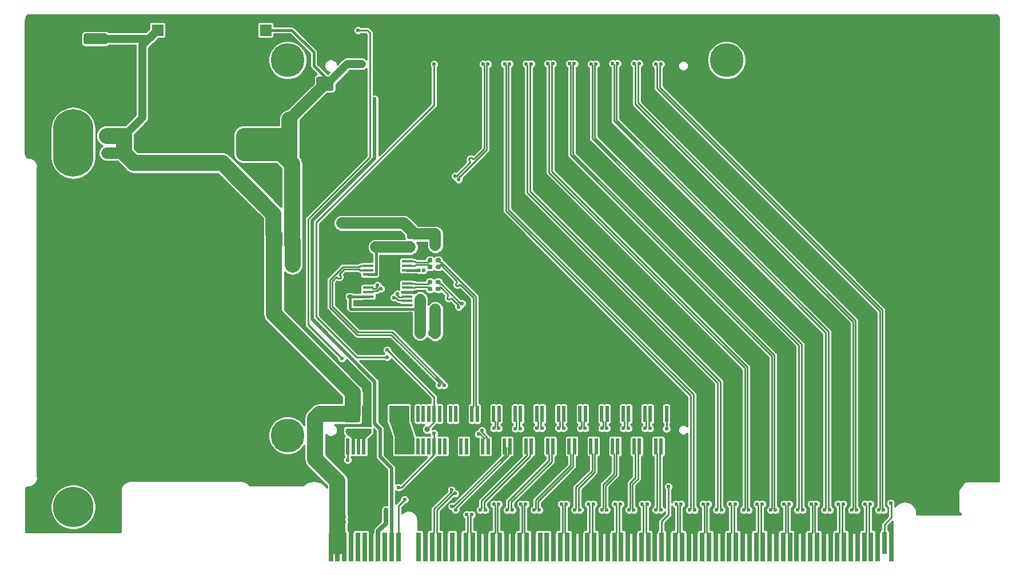
<source format=gtl>
%TF.GenerationSoftware,KiCad,Pcbnew,(5.1.9)-1*%
%TF.CreationDate,2021-06-12T00:32:33+08:00*%
%TF.ProjectId,V1,56312e6b-6963-4616-945f-706362585858,rev?*%
%TF.SameCoordinates,Original*%
%TF.FileFunction,Copper,L1,Top*%
%TF.FilePolarity,Positive*%
%FSLAX46Y46*%
G04 Gerber Fmt 4.6, Leading zero omitted, Abs format (unit mm)*
G04 Created by KiCad (PCBNEW (5.1.9)-1) date 2021-06-12 00:32:33*
%MOMM*%
%LPD*%
G01*
G04 APERTURE LIST*
%TA.AperFunction,ComponentPad*%
%ADD10O,6.000000X10.000000*%
%TD*%
%TA.AperFunction,ComponentPad*%
%ADD11C,6.000000*%
%TD*%
%TA.AperFunction,SMDPad,CuDef*%
%ADD12R,0.500000X2.400000*%
%TD*%
%TA.AperFunction,ComponentPad*%
%ADD13C,5.000000*%
%TD*%
%TA.AperFunction,ConnectorPad*%
%ADD14R,0.700000X4.300000*%
%TD*%
%TA.AperFunction,ConnectorPad*%
%ADD15R,0.700000X3.200000*%
%TD*%
%TA.AperFunction,SMDPad,CuDef*%
%ADD16R,1.570000X0.410000*%
%TD*%
%TA.AperFunction,ComponentPad*%
%ADD17R,1.700000X1.700000*%
%TD*%
%TA.AperFunction,ComponentPad*%
%ADD18O,1.700000X1.700000*%
%TD*%
%TA.AperFunction,SMDPad,CuDef*%
%ADD19R,2.400000X2.000000*%
%TD*%
%TA.AperFunction,ComponentPad*%
%ADD20C,1.700000*%
%TD*%
%TA.AperFunction,ConnectorPad*%
%ADD21O,4.240000X1.700000*%
%TD*%
%TA.AperFunction,ViaPad*%
%ADD22C,0.600000*%
%TD*%
%TA.AperFunction,ViaPad*%
%ADD23C,0.800000*%
%TD*%
%TA.AperFunction,Conductor*%
%ADD24C,0.500000*%
%TD*%
%TA.AperFunction,Conductor*%
%ADD25C,0.254000*%
%TD*%
%TA.AperFunction,Conductor*%
%ADD26C,2.400000*%
%TD*%
%TA.AperFunction,Conductor*%
%ADD27C,1.200000*%
%TD*%
%TA.AperFunction,Conductor*%
%ADD28C,0.700000*%
%TD*%
%TA.AperFunction,Conductor*%
%ADD29C,1.700000*%
%TD*%
%TA.AperFunction,Conductor*%
%ADD30C,0.250000*%
%TD*%
%TA.AperFunction,Conductor*%
%ADD31C,0.381000*%
%TD*%
%TA.AperFunction,Conductor*%
%ADD32C,0.100000*%
%TD*%
G04 APERTURE END LIST*
D10*
X95500000Y-70739000D03*
D11*
X95500000Y-124650001D03*
D12*
X183350000Y-110850000D03*
X182550000Y-110850000D03*
X181750000Y-110850000D03*
X180950000Y-110850000D03*
X180150000Y-110850000D03*
X179350000Y-110850000D03*
X178550000Y-110850000D03*
X177750000Y-110850000D03*
X176950000Y-110850000D03*
X176150000Y-110850000D03*
X175350000Y-110850000D03*
X174550000Y-110850000D03*
X173750000Y-110850000D03*
X172950000Y-110850000D03*
X172150000Y-110850000D03*
X171350000Y-110850000D03*
X170550000Y-110850000D03*
X169750000Y-110850000D03*
X168950000Y-110850000D03*
X168150000Y-110850000D03*
X167350000Y-110850000D03*
X166550000Y-110850000D03*
X165750000Y-110850000D03*
X164950000Y-110850000D03*
X164150000Y-110850000D03*
X163350000Y-110850000D03*
X162550000Y-110850000D03*
X161750000Y-110850000D03*
X160950000Y-110850000D03*
X160150000Y-110850000D03*
X159350000Y-110850000D03*
X158550000Y-110850000D03*
X157750000Y-110850000D03*
X156950000Y-110850000D03*
X156150000Y-110850000D03*
X155350000Y-110850000D03*
X154550000Y-110850000D03*
X153750000Y-110850000D03*
X152950000Y-110850000D03*
X152150000Y-110850000D03*
X151350000Y-110850000D03*
X150550000Y-110850000D03*
X149750000Y-110850000D03*
X148950000Y-110850000D03*
X148150000Y-110850000D03*
X147350000Y-110850000D03*
X146550000Y-110850000D03*
X145750000Y-110850000D03*
X144950000Y-110850000D03*
X144150000Y-110850000D03*
X143350000Y-110850000D03*
X142550000Y-110850000D03*
X141750000Y-110850000D03*
X140950000Y-110850000D03*
X140150000Y-110850000D03*
X139350000Y-110850000D03*
X138550000Y-110850000D03*
X137750000Y-110850000D03*
X136950000Y-110850000D03*
X136150000Y-110850000D03*
X183350000Y-115650000D03*
X182550000Y-115650000D03*
X181750000Y-115650000D03*
X180950000Y-115650000D03*
X180150000Y-115650000D03*
X179350000Y-115650000D03*
X178550000Y-115650000D03*
X177750000Y-115650000D03*
X176950000Y-115650000D03*
X176150000Y-115650000D03*
X175350000Y-115650000D03*
X174550000Y-115650000D03*
X173750000Y-115650000D03*
X172950000Y-115650000D03*
X172150000Y-115650000D03*
X171350000Y-115650000D03*
X170550000Y-115650000D03*
X169750000Y-115650000D03*
X168950000Y-115650000D03*
X168150000Y-115650000D03*
X167350000Y-115650000D03*
X166550000Y-115650000D03*
X165750000Y-115650000D03*
X164950000Y-115650000D03*
X164150000Y-115650000D03*
X163350000Y-115650000D03*
X162550000Y-115650000D03*
X161750000Y-115650000D03*
X160950000Y-115650000D03*
X160150000Y-115650000D03*
X159350000Y-115650000D03*
X158550000Y-115650000D03*
X157750000Y-115650000D03*
X156950000Y-115650000D03*
X156150000Y-115650000D03*
X155350000Y-115650000D03*
X154550000Y-115650000D03*
X153750000Y-115650000D03*
X152950000Y-115650000D03*
X152150000Y-115650000D03*
X151350000Y-115650000D03*
X150550000Y-115650000D03*
X149750000Y-115650000D03*
X148950000Y-115650000D03*
X148150000Y-115650000D03*
X147350000Y-115650000D03*
X146550000Y-115650000D03*
X145750000Y-115650000D03*
X144950000Y-115650000D03*
X144150000Y-115650000D03*
X143350000Y-115650000D03*
X142550000Y-115650000D03*
X141750000Y-115650000D03*
X140950000Y-115650000D03*
X140150000Y-115650000D03*
X139350000Y-115650000D03*
X138550000Y-115650000D03*
X137750000Y-115650000D03*
X136950000Y-115650000D03*
X136150000Y-115650000D03*
D13*
X127250000Y-114050000D03*
X192250000Y-58475000D03*
X127250000Y-58475000D03*
D14*
X216650000Y-130550000D03*
D15*
X215650000Y-130000000D03*
D14*
X214650000Y-130550000D03*
X213650000Y-130550000D03*
X212650000Y-130550000D03*
X211650000Y-130550000D03*
X210650000Y-130550000D03*
X209650000Y-130550000D03*
X208650000Y-130550000D03*
X207650000Y-130550000D03*
X206650000Y-130550000D03*
X205650000Y-130550000D03*
X204650000Y-130550000D03*
X203650000Y-130550000D03*
X202650000Y-130550000D03*
X201650000Y-130550000D03*
X200650000Y-130550000D03*
X199650000Y-130550000D03*
X198650000Y-130550000D03*
X197650000Y-130550000D03*
X196650000Y-130550000D03*
X195650000Y-130550000D03*
X194650000Y-130550000D03*
X193650000Y-130550000D03*
X192650000Y-130550000D03*
X191650000Y-130550000D03*
X190650000Y-130550000D03*
X189650000Y-130550000D03*
X188650000Y-130550000D03*
X187650000Y-130550000D03*
X186650000Y-130550000D03*
X185650000Y-130550000D03*
X184650000Y-130550000D03*
X147650000Y-130550000D03*
X146650000Y-130550000D03*
X152650000Y-130550000D03*
X151650000Y-130550000D03*
X150650000Y-130550000D03*
X149650000Y-130550000D03*
X148650000Y-130550000D03*
X143650000Y-130550000D03*
X142650000Y-130550000D03*
X141650000Y-130550000D03*
X140650000Y-130550000D03*
X139650000Y-130550000D03*
X138650000Y-130550000D03*
X137650000Y-130550000D03*
X136650000Y-130550000D03*
X135650000Y-130550000D03*
X134650000Y-130550000D03*
X133650000Y-130550000D03*
X153650000Y-130550000D03*
X154650000Y-130550000D03*
X155650000Y-130550000D03*
X156650000Y-130550000D03*
X157650000Y-130550000D03*
X158650000Y-130550000D03*
X159650000Y-130550000D03*
X160650000Y-130550000D03*
X161650000Y-130550000D03*
X162650000Y-130550000D03*
X163650000Y-130550000D03*
X164650000Y-130550000D03*
X165650000Y-130550000D03*
X166650000Y-130550000D03*
X167650000Y-130550000D03*
X168650000Y-130550000D03*
X169650000Y-130550000D03*
X170650000Y-130550000D03*
X171650000Y-130550000D03*
X172650000Y-130550000D03*
X173650000Y-130550000D03*
X174650000Y-130550000D03*
X175650000Y-130550000D03*
X176650000Y-130550000D03*
X177650000Y-130550000D03*
X178650000Y-130550000D03*
X179650000Y-130550000D03*
X180650000Y-130550000D03*
X181650000Y-130550000D03*
X182650000Y-130550000D03*
X183650000Y-130550000D03*
D16*
X139180000Y-88275000D03*
X139180000Y-88925000D03*
X139180000Y-89575000D03*
X139180000Y-90225000D03*
X139180000Y-90875000D03*
X139180000Y-91525000D03*
X139180000Y-92175000D03*
X139180000Y-92825000D03*
X139180000Y-93475000D03*
X139180000Y-94125000D03*
X144920000Y-94125000D03*
X144920000Y-93475000D03*
X144920000Y-92825000D03*
X144920000Y-92175000D03*
X144920000Y-91525000D03*
X144920000Y-90875000D03*
X144920000Y-90225000D03*
X144920000Y-89575000D03*
X144920000Y-88925000D03*
X144920000Y-88275000D03*
%TA.AperFunction,SMDPad,CuDef*%
G36*
G01*
X148710000Y-92190000D02*
X148710000Y-92510000D01*
G75*
G02*
X148550000Y-92670000I-160000J0D01*
G01*
X148155000Y-92670000D01*
G75*
G02*
X147995000Y-92510000I0J160000D01*
G01*
X147995000Y-92190000D01*
G75*
G02*
X148155000Y-92030000I160000J0D01*
G01*
X148550000Y-92030000D01*
G75*
G02*
X148710000Y-92190000I0J-160000D01*
G01*
G37*
%TD.AperFunction*%
%TA.AperFunction,SMDPad,CuDef*%
G36*
G01*
X149905000Y-92190000D02*
X149905000Y-92510000D01*
G75*
G02*
X149745000Y-92670000I-160000J0D01*
G01*
X149350000Y-92670000D01*
G75*
G02*
X149190000Y-92510000I0J160000D01*
G01*
X149190000Y-92190000D01*
G75*
G02*
X149350000Y-92030000I160000J0D01*
G01*
X149745000Y-92030000D01*
G75*
G02*
X149905000Y-92190000I0J-160000D01*
G01*
G37*
%TD.AperFunction*%
%TA.AperFunction,SMDPad,CuDef*%
G36*
G01*
X148710000Y-91190000D02*
X148710000Y-91510000D01*
G75*
G02*
X148550000Y-91670000I-160000J0D01*
G01*
X148155000Y-91670000D01*
G75*
G02*
X147995000Y-91510000I0J160000D01*
G01*
X147995000Y-91190000D01*
G75*
G02*
X148155000Y-91030000I160000J0D01*
G01*
X148550000Y-91030000D01*
G75*
G02*
X148710000Y-91190000I0J-160000D01*
G01*
G37*
%TD.AperFunction*%
%TA.AperFunction,SMDPad,CuDef*%
G36*
G01*
X149905000Y-91190000D02*
X149905000Y-91510000D01*
G75*
G02*
X149745000Y-91670000I-160000J0D01*
G01*
X149350000Y-91670000D01*
G75*
G02*
X149190000Y-91510000I0J160000D01*
G01*
X149190000Y-91190000D01*
G75*
G02*
X149350000Y-91030000I160000J0D01*
G01*
X149745000Y-91030000D01*
G75*
G02*
X149905000Y-91190000I0J-160000D01*
G01*
G37*
%TD.AperFunction*%
%TA.AperFunction,SMDPad,CuDef*%
G36*
G01*
X148710000Y-88940000D02*
X148710000Y-89260000D01*
G75*
G02*
X148550000Y-89420000I-160000J0D01*
G01*
X148155000Y-89420000D01*
G75*
G02*
X147995000Y-89260000I0J160000D01*
G01*
X147995000Y-88940000D01*
G75*
G02*
X148155000Y-88780000I160000J0D01*
G01*
X148550000Y-88780000D01*
G75*
G02*
X148710000Y-88940000I0J-160000D01*
G01*
G37*
%TD.AperFunction*%
%TA.AperFunction,SMDPad,CuDef*%
G36*
G01*
X149905000Y-88940000D02*
X149905000Y-89260000D01*
G75*
G02*
X149745000Y-89420000I-160000J0D01*
G01*
X149350000Y-89420000D01*
G75*
G02*
X149190000Y-89260000I0J160000D01*
G01*
X149190000Y-88940000D01*
G75*
G02*
X149350000Y-88780000I160000J0D01*
G01*
X149745000Y-88780000D01*
G75*
G02*
X149905000Y-88940000I0J-160000D01*
G01*
G37*
%TD.AperFunction*%
%TA.AperFunction,SMDPad,CuDef*%
G36*
G01*
X148710000Y-87940000D02*
X148710000Y-88260000D01*
G75*
G02*
X148550000Y-88420000I-160000J0D01*
G01*
X148155000Y-88420000D01*
G75*
G02*
X147995000Y-88260000I0J160000D01*
G01*
X147995000Y-87940000D01*
G75*
G02*
X148155000Y-87780000I160000J0D01*
G01*
X148550000Y-87780000D01*
G75*
G02*
X148710000Y-87940000I0J-160000D01*
G01*
G37*
%TD.AperFunction*%
%TA.AperFunction,SMDPad,CuDef*%
G36*
G01*
X149905000Y-87940000D02*
X149905000Y-88260000D01*
G75*
G02*
X149745000Y-88420000I-160000J0D01*
G01*
X149350000Y-88420000D01*
G75*
G02*
X149190000Y-88260000I0J160000D01*
G01*
X149190000Y-87940000D01*
G75*
G02*
X149350000Y-87780000I160000J0D01*
G01*
X149745000Y-87780000D01*
G75*
G02*
X149905000Y-87940000I0J-160000D01*
G01*
G37*
%TD.AperFunction*%
%TA.AperFunction,SMDPad,CuDef*%
G36*
G01*
X148100000Y-99137500D02*
X148100000Y-98662500D01*
G75*
G02*
X148337500Y-98425000I237500J0D01*
G01*
X148912500Y-98425000D01*
G75*
G02*
X149150000Y-98662500I0J-237500D01*
G01*
X149150000Y-99137500D01*
G75*
G02*
X148912500Y-99375000I-237500J0D01*
G01*
X148337500Y-99375000D01*
G75*
G02*
X148100000Y-99137500I0J237500D01*
G01*
G37*
%TD.AperFunction*%
%TA.AperFunction,SMDPad,CuDef*%
G36*
G01*
X146350000Y-99137500D02*
X146350000Y-98662500D01*
G75*
G02*
X146587500Y-98425000I237500J0D01*
G01*
X147162500Y-98425000D01*
G75*
G02*
X147400000Y-98662500I0J-237500D01*
G01*
X147400000Y-99137500D01*
G75*
G02*
X147162500Y-99375000I-237500J0D01*
G01*
X146587500Y-99375000D01*
G75*
G02*
X146350000Y-99137500I0J237500D01*
G01*
G37*
%TD.AperFunction*%
%TA.AperFunction,SMDPad,CuDef*%
G36*
G01*
X145637500Y-84925000D02*
X145162500Y-84925000D01*
G75*
G02*
X144925000Y-84687500I0J237500D01*
G01*
X144925000Y-84112500D01*
G75*
G02*
X145162500Y-83875000I237500J0D01*
G01*
X145637500Y-83875000D01*
G75*
G02*
X145875000Y-84112500I0J-237500D01*
G01*
X145875000Y-84687500D01*
G75*
G02*
X145637500Y-84925000I-237500J0D01*
G01*
G37*
%TD.AperFunction*%
%TA.AperFunction,SMDPad,CuDef*%
G36*
G01*
X145637500Y-86675000D02*
X145162500Y-86675000D01*
G75*
G02*
X144925000Y-86437500I0J237500D01*
G01*
X144925000Y-85862500D01*
G75*
G02*
X145162500Y-85625000I237500J0D01*
G01*
X145637500Y-85625000D01*
G75*
G02*
X145875000Y-85862500I0J-237500D01*
G01*
X145875000Y-86437500D01*
G75*
G02*
X145637500Y-86675000I-237500J0D01*
G01*
G37*
%TD.AperFunction*%
%TA.AperFunction,SMDPad,CuDef*%
G36*
G01*
X145625000Y-97137500D02*
X145625000Y-97612500D01*
G75*
G02*
X145387500Y-97850000I-237500J0D01*
G01*
X144787500Y-97850000D01*
G75*
G02*
X144550000Y-97612500I0J237500D01*
G01*
X144550000Y-97137500D01*
G75*
G02*
X144787500Y-96900000I237500J0D01*
G01*
X145387500Y-96900000D01*
G75*
G02*
X145625000Y-97137500I0J-237500D01*
G01*
G37*
%TD.AperFunction*%
%TA.AperFunction,SMDPad,CuDef*%
G36*
G01*
X147350000Y-97137500D02*
X147350000Y-97612500D01*
G75*
G02*
X147112500Y-97850000I-237500J0D01*
G01*
X146512500Y-97850000D01*
G75*
G02*
X146275000Y-97612500I0J237500D01*
G01*
X146275000Y-97137500D01*
G75*
G02*
X146512500Y-96900000I237500J0D01*
G01*
X147112500Y-96900000D01*
G75*
G02*
X147350000Y-97137500I0J-237500D01*
G01*
G37*
%TD.AperFunction*%
%TA.AperFunction,SMDPad,CuDef*%
G36*
G01*
X135700000Y-93320000D02*
X135700000Y-93630000D01*
G75*
G02*
X135545000Y-93785000I-155000J0D01*
G01*
X135120000Y-93785000D01*
G75*
G02*
X134965000Y-93630000I0J155000D01*
G01*
X134965000Y-93320000D01*
G75*
G02*
X135120000Y-93165000I155000J0D01*
G01*
X135545000Y-93165000D01*
G75*
G02*
X135700000Y-93320000I0J-155000D01*
G01*
G37*
%TD.AperFunction*%
%TA.AperFunction,SMDPad,CuDef*%
G36*
G01*
X136835000Y-93320000D02*
X136835000Y-93630000D01*
G75*
G02*
X136680000Y-93785000I-155000J0D01*
G01*
X136255000Y-93785000D01*
G75*
G02*
X136100000Y-93630000I0J155000D01*
G01*
X136100000Y-93320000D01*
G75*
G02*
X136255000Y-93165000I155000J0D01*
G01*
X136680000Y-93165000D01*
G75*
G02*
X136835000Y-93320000I0J-155000D01*
G01*
G37*
%TD.AperFunction*%
%TA.AperFunction,SMDPad,CuDef*%
G36*
G01*
X145800000Y-95870000D02*
X145800000Y-96180000D01*
G75*
G02*
X145645000Y-96335000I-155000J0D01*
G01*
X145220000Y-96335000D01*
G75*
G02*
X145065000Y-96180000I0J155000D01*
G01*
X145065000Y-95870000D01*
G75*
G02*
X145220000Y-95715000I155000J0D01*
G01*
X145645000Y-95715000D01*
G75*
G02*
X145800000Y-95870000I0J-155000D01*
G01*
G37*
%TD.AperFunction*%
%TA.AperFunction,SMDPad,CuDef*%
G36*
G01*
X146935000Y-95870000D02*
X146935000Y-96180000D01*
G75*
G02*
X146780000Y-96335000I-155000J0D01*
G01*
X146355000Y-96335000D01*
G75*
G02*
X146200000Y-96180000I0J155000D01*
G01*
X146200000Y-95870000D01*
G75*
G02*
X146355000Y-95715000I155000J0D01*
G01*
X146780000Y-95715000D01*
G75*
G02*
X146935000Y-95870000I0J-155000D01*
G01*
G37*
%TD.AperFunction*%
%TA.AperFunction,SMDPad,CuDef*%
G36*
G01*
X144112500Y-84925000D02*
X143637500Y-84925000D01*
G75*
G02*
X143400000Y-84687500I0J237500D01*
G01*
X143400000Y-84087500D01*
G75*
G02*
X143637500Y-83850000I237500J0D01*
G01*
X144112500Y-83850000D01*
G75*
G02*
X144350000Y-84087500I0J-237500D01*
G01*
X144350000Y-84687500D01*
G75*
G02*
X144112500Y-84925000I-237500J0D01*
G01*
G37*
%TD.AperFunction*%
%TA.AperFunction,SMDPad,CuDef*%
G36*
G01*
X144112500Y-86650000D02*
X143637500Y-86650000D01*
G75*
G02*
X143400000Y-86412500I0J237500D01*
G01*
X143400000Y-85812500D01*
G75*
G02*
X143637500Y-85575000I237500J0D01*
G01*
X144112500Y-85575000D01*
G75*
G02*
X144350000Y-85812500I0J-237500D01*
G01*
X144350000Y-86412500D01*
G75*
G02*
X144112500Y-86650000I-237500J0D01*
G01*
G37*
%TD.AperFunction*%
%TA.AperFunction,SMDPad,CuDef*%
G36*
G01*
X141505000Y-85025000D02*
X141195000Y-85025000D01*
G75*
G02*
X141040000Y-84870000I0J155000D01*
G01*
X141040000Y-84445000D01*
G75*
G02*
X141195000Y-84290000I155000J0D01*
G01*
X141505000Y-84290000D01*
G75*
G02*
X141660000Y-84445000I0J-155000D01*
G01*
X141660000Y-84870000D01*
G75*
G02*
X141505000Y-85025000I-155000J0D01*
G01*
G37*
%TD.AperFunction*%
%TA.AperFunction,SMDPad,CuDef*%
G36*
G01*
X141505000Y-86160000D02*
X141195000Y-86160000D01*
G75*
G02*
X141040000Y-86005000I0J155000D01*
G01*
X141040000Y-85580000D01*
G75*
G02*
X141195000Y-85425000I155000J0D01*
G01*
X141505000Y-85425000D01*
G75*
G02*
X141660000Y-85580000I0J-155000D01*
G01*
X141660000Y-86005000D01*
G75*
G02*
X141505000Y-86160000I-155000J0D01*
G01*
G37*
%TD.AperFunction*%
%TA.AperFunction,SMDPad,CuDef*%
G36*
G01*
X142530000Y-85025000D02*
X142220000Y-85025000D01*
G75*
G02*
X142065000Y-84870000I0J155000D01*
G01*
X142065000Y-84445000D01*
G75*
G02*
X142220000Y-84290000I155000J0D01*
G01*
X142530000Y-84290000D01*
G75*
G02*
X142685000Y-84445000I0J-155000D01*
G01*
X142685000Y-84870000D01*
G75*
G02*
X142530000Y-85025000I-155000J0D01*
G01*
G37*
%TD.AperFunction*%
%TA.AperFunction,SMDPad,CuDef*%
G36*
G01*
X142530000Y-86160000D02*
X142220000Y-86160000D01*
G75*
G02*
X142065000Y-86005000I0J155000D01*
G01*
X142065000Y-85580000D01*
G75*
G02*
X142220000Y-85425000I155000J0D01*
G01*
X142530000Y-85425000D01*
G75*
G02*
X142685000Y-85580000I0J-155000D01*
G01*
X142685000Y-86005000D01*
G75*
G02*
X142530000Y-86160000I-155000J0D01*
G01*
G37*
%TD.AperFunction*%
D17*
X124000000Y-54000000D03*
D18*
X121460000Y-54000000D03*
D17*
X108000000Y-54000000D03*
D18*
X110540000Y-54000000D03*
D19*
X127925000Y-85025000D03*
X125275000Y-85025000D03*
D20*
X120793000Y-72224000D03*
D21*
X122063000Y-72224000D03*
X122063000Y-69684000D03*
D20*
X120793000Y-69684000D03*
D21*
X122063000Y-62064000D03*
D20*
X120793000Y-59524000D03*
X120793000Y-62064000D03*
D21*
X122063000Y-59524000D03*
X101743000Y-62064000D03*
D20*
X103013000Y-62064000D03*
D21*
X101743000Y-59524000D03*
D20*
X103013000Y-59524000D03*
D21*
X101743000Y-72224000D03*
D20*
X103013000Y-72224000D03*
D21*
X101743000Y-69684000D03*
D20*
X103013000Y-69684000D03*
%TA.AperFunction,SMDPad,CuDef*%
G36*
G01*
X126899000Y-67896000D02*
X126899000Y-66646000D01*
G75*
G02*
X127149000Y-66396000I250000J0D01*
G01*
X127899000Y-66396000D01*
G75*
G02*
X128149000Y-66646000I0J-250000D01*
G01*
X128149000Y-67896000D01*
G75*
G02*
X127899000Y-68146000I-250000J0D01*
G01*
X127149000Y-68146000D01*
G75*
G02*
X126899000Y-67896000I0J250000D01*
G01*
G37*
%TD.AperFunction*%
%TA.AperFunction,SMDPad,CuDef*%
G36*
G01*
X129699000Y-67896000D02*
X129699000Y-66646000D01*
G75*
G02*
X129949000Y-66396000I250000J0D01*
G01*
X130699000Y-66396000D01*
G75*
G02*
X130949000Y-66646000I0J-250000D01*
G01*
X130949000Y-67896000D01*
G75*
G02*
X130699000Y-68146000I-250000J0D01*
G01*
X129949000Y-68146000D01*
G75*
G02*
X129699000Y-67896000I0J250000D01*
G01*
G37*
%TD.AperFunction*%
%TA.AperFunction,SMDPad,CuDef*%
G36*
G01*
X126899000Y-72087000D02*
X126899000Y-70837000D01*
G75*
G02*
X127149000Y-70587000I250000J0D01*
G01*
X127899000Y-70587000D01*
G75*
G02*
X128149000Y-70837000I0J-250000D01*
G01*
X128149000Y-72087000D01*
G75*
G02*
X127899000Y-72337000I-250000J0D01*
G01*
X127149000Y-72337000D01*
G75*
G02*
X126899000Y-72087000I0J250000D01*
G01*
G37*
%TD.AperFunction*%
%TA.AperFunction,SMDPad,CuDef*%
G36*
G01*
X129699000Y-72087000D02*
X129699000Y-70837000D01*
G75*
G02*
X129949000Y-70587000I250000J0D01*
G01*
X130699000Y-70587000D01*
G75*
G02*
X130949000Y-70837000I0J-250000D01*
G01*
X130949000Y-72087000D01*
G75*
G02*
X130699000Y-72337000I-250000J0D01*
G01*
X129949000Y-72337000D01*
G75*
G02*
X129699000Y-72087000I0J250000D01*
G01*
G37*
%TD.AperFunction*%
%TA.AperFunction,SMDPad,CuDef*%
G36*
G01*
X133800000Y-63000000D02*
X131750000Y-63000000D01*
G75*
G02*
X131500000Y-62750000I0J250000D01*
G01*
X131500000Y-61175000D01*
G75*
G02*
X131750000Y-60925000I250000J0D01*
G01*
X133800000Y-60925000D01*
G75*
G02*
X134050000Y-61175000I0J-250000D01*
G01*
X134050000Y-62750000D01*
G75*
G02*
X133800000Y-63000000I-250000J0D01*
G01*
G37*
%TD.AperFunction*%
%TA.AperFunction,SMDPad,CuDef*%
G36*
G01*
X133800000Y-56775000D02*
X131750000Y-56775000D01*
G75*
G02*
X131500000Y-56525000I0J250000D01*
G01*
X131500000Y-54950000D01*
G75*
G02*
X131750000Y-54700000I250000J0D01*
G01*
X133800000Y-54700000D01*
G75*
G02*
X134050000Y-54950000I0J-250000D01*
G01*
X134050000Y-56525000D01*
G75*
G02*
X133800000Y-56775000I-250000J0D01*
G01*
G37*
%TD.AperFunction*%
%TA.AperFunction,SMDPad,CuDef*%
G36*
G01*
X94960000Y-54750000D02*
X94960000Y-55850000D01*
G75*
G02*
X94710000Y-56100000I-250000J0D01*
G01*
X91710000Y-56100000D01*
G75*
G02*
X91460000Y-55850000I0J250000D01*
G01*
X91460000Y-54750000D01*
G75*
G02*
X91710000Y-54500000I250000J0D01*
G01*
X94710000Y-54500000D01*
G75*
G02*
X94960000Y-54750000I0J-250000D01*
G01*
G37*
%TD.AperFunction*%
%TA.AperFunction,SMDPad,CuDef*%
G36*
G01*
X100560000Y-54750000D02*
X100560000Y-55850000D01*
G75*
G02*
X100310000Y-56100000I-250000J0D01*
G01*
X97310000Y-56100000D01*
G75*
G02*
X97060000Y-55850000I0J250000D01*
G01*
X97060000Y-54750000D01*
G75*
G02*
X97310000Y-54500000I250000J0D01*
G01*
X100310000Y-54500000D01*
G75*
G02*
X100560000Y-54750000I0J-250000D01*
G01*
G37*
%TD.AperFunction*%
D22*
X165305000Y-99309000D03*
X165305000Y-94229000D03*
X162765000Y-96769000D03*
X162765000Y-94229000D03*
X165305000Y-104389000D03*
X165305000Y-101849000D03*
X162765000Y-101849000D03*
X165305000Y-96769000D03*
X160225000Y-94229000D03*
X162765000Y-99309000D03*
X162765000Y-104389000D03*
X160225000Y-101849000D03*
X160225000Y-96769000D03*
X160225000Y-99309000D03*
X160225000Y-104389000D03*
X158784000Y-53904000D03*
X161084000Y-53929000D03*
X153464000Y-53929000D03*
X163624000Y-53929000D03*
X166164000Y-53929000D03*
X168704000Y-53929000D03*
X171244000Y-53929000D03*
X173784000Y-53929000D03*
X176324000Y-53929000D03*
X156170000Y-53920000D03*
X178864000Y-53929000D03*
X181364000Y-53939000D03*
X183804000Y-53959000D03*
X227735000Y-79789000D03*
X227735000Y-64549000D03*
X227735000Y-59469000D03*
X222655000Y-74709000D03*
X225195000Y-79789000D03*
X225195000Y-62009000D03*
X225195000Y-59469000D03*
X222655000Y-82329000D03*
X227735000Y-69629000D03*
X227735000Y-67089000D03*
X225195000Y-67089000D03*
X225195000Y-77249000D03*
X225195000Y-74709000D03*
X227735000Y-62009000D03*
X222655000Y-59469000D03*
X227735000Y-74709000D03*
X222655000Y-79789000D03*
X225195000Y-64549000D03*
X227735000Y-72169000D03*
X222655000Y-77249000D03*
X225195000Y-82329000D03*
X227735000Y-82329000D03*
X225195000Y-69629000D03*
X227735000Y-77249000D03*
X222655000Y-67089000D03*
X222655000Y-62009000D03*
X225195000Y-72169000D03*
X222655000Y-64549000D03*
X222655000Y-69629000D03*
X222655000Y-72169000D03*
X227605000Y-112689000D03*
X227605000Y-97449000D03*
X227605000Y-92369000D03*
X222525000Y-107609000D03*
X225065000Y-112689000D03*
X225065000Y-94909000D03*
X225065000Y-92369000D03*
X222525000Y-115229000D03*
X227605000Y-102529000D03*
X227605000Y-99989000D03*
X225065000Y-99989000D03*
X225065000Y-110149000D03*
X225065000Y-107609000D03*
X227605000Y-94909000D03*
X222525000Y-92369000D03*
X227605000Y-107609000D03*
X222525000Y-112689000D03*
X225065000Y-97449000D03*
X227605000Y-105069000D03*
X222525000Y-110149000D03*
X225065000Y-115229000D03*
X227605000Y-115229000D03*
X225065000Y-102529000D03*
X227605000Y-110149000D03*
X222525000Y-99989000D03*
X222525000Y-94909000D03*
X225065000Y-105069000D03*
X222525000Y-97449000D03*
X222525000Y-102529000D03*
X222525000Y-105069000D03*
X179284000Y-107579000D03*
X181724000Y-107599000D03*
X158135000Y-59035000D03*
X155025000Y-59055000D03*
X161335000Y-59025000D03*
X164565000Y-58985000D03*
X167795000Y-58995000D03*
X170985000Y-58985000D03*
X174175000Y-59015000D03*
X177275000Y-58955000D03*
X180535000Y-58995000D03*
X183775000Y-59055000D03*
X138220000Y-79360000D03*
X137310000Y-80260000D03*
X138210000Y-80700000D03*
X133823000Y-84480000D03*
X135083000Y-84480000D03*
X136320000Y-84470000D03*
X133793000Y-85800000D03*
X133823000Y-87010000D03*
X134973000Y-85770000D03*
X136954000Y-82903000D03*
X136200000Y-82220000D03*
X135475000Y-82220000D03*
X136204000Y-82920000D03*
X135475000Y-82920000D03*
X136979000Y-82203000D03*
X141540000Y-108459000D03*
X139120000Y-108470000D03*
X127321000Y-89241000D03*
X128591000Y-89241000D03*
X127321000Y-86701000D03*
X128591000Y-86701000D03*
X128591000Y-87971000D03*
X127321000Y-87971000D03*
X124681000Y-83651000D03*
X124681000Y-82381000D03*
X124681000Y-81111000D03*
X125800000Y-81140000D03*
X125780000Y-83660000D03*
X125800000Y-82390000D03*
X146054000Y-107619000D03*
X212150000Y-126600000D03*
X214150000Y-126600000D03*
X208150000Y-126600000D03*
X210150000Y-126600000D03*
X204150000Y-126600000D03*
X206150000Y-126600000D03*
X200150000Y-126600000D03*
X202150000Y-126600000D03*
X196150000Y-126600000D03*
X198150000Y-126600000D03*
X192150000Y-126600000D03*
X194150000Y-126600000D03*
X188150000Y-126600000D03*
X190150000Y-126600000D03*
X184150000Y-126600000D03*
X186150000Y-126600000D03*
X216550000Y-124100000D03*
X134650000Y-126081000D03*
X134650000Y-126843000D03*
X135650000Y-126859000D03*
X135650000Y-126097000D03*
X156704000Y-107544000D03*
X172550000Y-113000000D03*
X175750000Y-113025000D03*
X178950000Y-113000000D03*
X182150000Y-113025000D03*
X181150000Y-126600000D03*
X177150000Y-126600000D03*
X179150000Y-126600000D03*
X173150000Y-126600000D03*
X175150000Y-126600000D03*
X171150000Y-126600000D03*
X169150000Y-126600000D03*
X157150000Y-126600000D03*
X155150000Y-126600000D03*
X152650000Y-126600000D03*
X150150000Y-126600000D03*
X159150000Y-126600000D03*
X147150000Y-126600000D03*
X147150000Y-121500000D03*
X161150000Y-126600000D03*
X163150000Y-126600000D03*
X169350000Y-112950000D03*
X166497000Y-126619000D03*
X137795000Y-126111000D03*
X138938000Y-126111000D03*
X165100000Y-126619000D03*
X166150000Y-112975000D03*
X162950000Y-113000000D03*
X159750000Y-113000000D03*
X152273000Y-113030000D03*
X152019000Y-117856000D03*
X110073000Y-60470000D03*
X112613000Y-60470000D03*
X115153000Y-60470000D03*
X110073000Y-63010000D03*
X112613000Y-63010000D03*
X115153000Y-63010000D03*
X110073000Y-65550000D03*
X112613000Y-65550000D03*
X115153000Y-65550000D03*
X110073000Y-68090000D03*
X112613000Y-68090000D03*
X115153000Y-68090000D03*
X110073000Y-70630000D03*
X112613000Y-70630000D03*
X115153000Y-70630000D03*
X151384000Y-107569000D03*
X159004000Y-107569000D03*
X161544000Y-107569000D03*
X164084000Y-107569000D03*
X166624000Y-107569000D03*
X169164000Y-107569000D03*
X171704000Y-107569000D03*
X174244000Y-107569000D03*
X176784000Y-107569000D03*
X96901000Y-109855000D03*
X99441000Y-109855000D03*
X101981000Y-109855000D03*
X104521000Y-109855000D03*
X107061000Y-109855000D03*
X109601000Y-109855000D03*
X112141000Y-109855000D03*
X114681000Y-109855000D03*
X117221000Y-109855000D03*
X119761000Y-109855000D03*
X96901000Y-112395000D03*
X99441000Y-112395000D03*
X101981000Y-112395000D03*
X104521000Y-112395000D03*
X107061000Y-112395000D03*
X109601000Y-112395000D03*
X112141000Y-112395000D03*
X114681000Y-112395000D03*
X117221000Y-112395000D03*
X119761000Y-112395000D03*
X96901000Y-114935000D03*
X99441000Y-114935000D03*
X101981000Y-114935000D03*
X104521000Y-114935000D03*
X107061000Y-114935000D03*
X109601000Y-114935000D03*
X112141000Y-114935000D03*
X114681000Y-114935000D03*
X117221000Y-114935000D03*
X119761000Y-114935000D03*
X94718000Y-61722000D03*
X97258000Y-61722000D03*
X94718000Y-64262000D03*
X97258000Y-64262000D03*
X156875000Y-112975000D03*
X149200000Y-121500000D03*
X154090000Y-107560000D03*
X216650000Y-127550000D03*
X149492000Y-96979000D03*
X149475000Y-95475000D03*
X148792000Y-96954000D03*
X149475000Y-96200000D03*
X148775000Y-95475000D03*
X148775000Y-96204000D03*
X149517000Y-85779000D03*
X148817000Y-85754000D03*
X149500000Y-85000000D03*
X148800000Y-85004000D03*
X142975000Y-112700000D03*
X143775000Y-112700000D03*
X144575000Y-112700000D03*
X143775000Y-113800000D03*
X144575000Y-113800000D03*
X145375000Y-113800000D03*
X141800000Y-127100000D03*
X141800000Y-126100000D03*
X141800000Y-125100000D03*
X149500000Y-84275000D03*
X148800000Y-84275000D03*
X140150000Y-64225000D03*
X144570152Y-123570152D03*
D23*
X147900000Y-113125000D03*
D22*
X141980000Y-101390000D03*
X143650000Y-121750000D03*
X148950000Y-113750000D03*
X148950000Y-59075000D03*
X141960000Y-102430000D03*
X150413500Y-106625000D03*
X149686500Y-106625000D03*
X162513500Y-124200000D03*
X168113500Y-112950000D03*
X161786500Y-124200000D03*
X167386500Y-112950000D03*
X164913500Y-112950000D03*
X158513500Y-124200000D03*
X164186500Y-112950000D03*
X157786500Y-124200000D03*
X154513500Y-125775000D03*
X161713500Y-113025000D03*
X153786500Y-125775000D03*
X160986500Y-113025000D03*
X157786500Y-113000000D03*
X151517966Y-122142966D03*
X158513500Y-113000000D03*
X152032034Y-122657034D03*
X164513500Y-125100000D03*
X163786500Y-125100000D03*
X160513500Y-125100000D03*
X159786500Y-125100000D03*
X156513500Y-125100000D03*
X155786500Y-125100000D03*
X151592966Y-124542966D03*
X152107034Y-125057034D03*
X136150000Y-117675000D03*
X135290000Y-102670000D03*
X137680000Y-54040000D03*
D23*
X136225000Y-113500000D03*
X137225000Y-113500000D03*
X139225000Y-113500000D03*
D22*
X124984000Y-69684000D03*
X126254000Y-69684000D03*
X124984000Y-70954000D03*
X126254000Y-70954000D03*
X124984000Y-72224000D03*
X126254000Y-72224000D03*
D23*
X138225000Y-113500000D03*
X138225000Y-59025000D03*
X137225000Y-59025000D03*
D22*
X146525000Y-93750000D03*
X146525000Y-94479000D03*
X147225000Y-94475000D03*
X146542000Y-95229000D03*
X147242000Y-95254000D03*
X147225000Y-93750000D03*
X147375000Y-89575000D03*
X146750000Y-89575000D03*
X182513500Y-125095000D03*
X181786500Y-125095000D03*
X178513500Y-125095000D03*
X177786500Y-125095000D03*
X167786500Y-124200000D03*
X170586500Y-113000000D03*
X168513500Y-124200000D03*
X171313500Y-113000000D03*
X171786500Y-124206000D03*
X173786500Y-113000000D03*
X172513500Y-124206000D03*
X174513500Y-113000000D03*
X175786500Y-124206000D03*
X176986500Y-113000000D03*
X176513500Y-124206000D03*
X177713500Y-113000000D03*
X179786500Y-124200000D03*
X180186500Y-113000000D03*
X180513500Y-124200000D03*
X180913500Y-113000000D03*
X169786500Y-125095000D03*
X170513500Y-125095000D03*
X173786500Y-125095000D03*
X174513500Y-125095000D03*
X156025733Y-113339505D03*
X153107034Y-94492966D03*
X155511665Y-113853573D03*
X152592966Y-95007034D03*
X215513500Y-125100000D03*
X182513500Y-59025000D03*
X214786500Y-125100000D03*
X181786500Y-59025000D03*
X211513500Y-125100000D03*
X179313500Y-58938502D03*
X210786500Y-125100000D03*
X178586500Y-58938502D03*
X207513500Y-125100000D03*
X176113500Y-58950000D03*
X206786500Y-125100000D03*
X175386500Y-58950000D03*
X203513500Y-125100000D03*
X172913500Y-59050000D03*
X202786500Y-125100000D03*
X172186500Y-59050000D03*
X199513500Y-125100000D03*
X169713500Y-58975000D03*
X198786500Y-125100000D03*
X168986500Y-58975000D03*
X195513500Y-125100000D03*
X166513500Y-58975000D03*
X194786500Y-125100000D03*
X165786500Y-58975000D03*
X191513500Y-125100000D03*
X163313500Y-59000000D03*
X190786500Y-125100000D03*
X162586500Y-59000000D03*
X160113500Y-59000000D03*
X187513500Y-125100000D03*
X159386500Y-59000000D03*
X186786500Y-125100000D03*
X213513500Y-124200000D03*
X212786500Y-124200000D03*
X209513500Y-124200000D03*
X208786500Y-124200000D03*
X205513500Y-124200000D03*
X204786500Y-124200000D03*
X201513500Y-124200000D03*
X200786500Y-124200000D03*
X197513500Y-124200000D03*
X196786500Y-124200000D03*
X193513500Y-124200000D03*
X192786500Y-124200000D03*
X189513500Y-124200000D03*
X188786500Y-124200000D03*
X185513500Y-124200000D03*
X184786500Y-124200000D03*
X183350000Y-113050000D03*
X183650000Y-121625000D03*
X152582034Y-76132034D03*
X156913500Y-59050000D03*
X152067966Y-75617966D03*
X156186500Y-59050000D03*
X143014464Y-93625082D03*
X141085536Y-92315437D03*
X140571468Y-91801369D03*
X143528532Y-93111014D03*
D24*
X211650000Y-127100000D02*
X212150000Y-126600000D01*
X211650000Y-130550000D02*
X211650000Y-127100000D01*
X214650000Y-127100000D02*
X214150000Y-126600000D01*
X214650000Y-130550000D02*
X214650000Y-127100000D01*
X207650000Y-127100000D02*
X208150000Y-126600000D01*
X207650000Y-130550000D02*
X207650000Y-127100000D01*
X210650000Y-127100000D02*
X210150000Y-126600000D01*
X210650000Y-130550000D02*
X210650000Y-127100000D01*
X203650000Y-127100000D02*
X204150000Y-126600000D01*
X203650000Y-130550000D02*
X203650000Y-127100000D01*
X206650000Y-127100000D02*
X206150000Y-126600000D01*
X206650000Y-130550000D02*
X206650000Y-127100000D01*
X199650000Y-127100000D02*
X200150000Y-126600000D01*
X199650000Y-130550000D02*
X199650000Y-127100000D01*
X202650000Y-127100000D02*
X202150000Y-126600000D01*
X202650000Y-130550000D02*
X202650000Y-127100000D01*
X195650000Y-127100000D02*
X196150000Y-126600000D01*
X195650000Y-130550000D02*
X195650000Y-127100000D01*
X198650000Y-127100000D02*
X198150000Y-126600000D01*
X198650000Y-130550000D02*
X198650000Y-127100000D01*
X191650000Y-127100000D02*
X192150000Y-126600000D01*
X191650000Y-130550000D02*
X191650000Y-127100000D01*
X194650000Y-127100000D02*
X194150000Y-126600000D01*
X194650000Y-130550000D02*
X194650000Y-127100000D01*
X187650000Y-127100000D02*
X188150000Y-126600000D01*
X187650000Y-130550000D02*
X187650000Y-127100000D01*
X190650000Y-127100000D02*
X190150000Y-126600000D01*
X190650000Y-130550000D02*
X190650000Y-127100000D01*
X183650000Y-127100000D02*
X184150000Y-126600000D01*
X183650000Y-130550000D02*
X183650000Y-127100000D01*
X186650000Y-127100000D02*
X186150000Y-126600000D01*
X186650000Y-130550000D02*
X186650000Y-127100000D01*
D25*
X215650000Y-129900000D02*
X215650000Y-127247038D01*
X216700000Y-124250000D02*
X216550000Y-124100000D01*
X215650000Y-127247038D02*
X216700000Y-126197038D01*
X216700000Y-126197038D02*
X216700000Y-124250000D01*
D26*
X103013000Y-69684000D02*
X103013000Y-72224000D01*
X103013000Y-69684000D02*
X100467000Y-69684000D01*
X131974000Y-110850000D02*
X135950000Y-110850000D01*
X131318000Y-111506000D02*
X131974000Y-110850000D01*
X131318000Y-117518000D02*
X131318000Y-111506000D01*
X134650000Y-120850000D02*
X131318000Y-117518000D01*
X134650000Y-130550000D02*
X134650000Y-120850000D01*
X136899999Y-107749999D02*
X136899999Y-110850000D01*
X125225000Y-96075000D02*
X136899999Y-107749999D01*
X125225000Y-84215000D02*
X125180000Y-84170000D01*
X125225000Y-96075000D02*
X125225000Y-84215000D01*
X125180000Y-84170000D02*
X125180000Y-81270000D01*
X117580001Y-73670001D02*
X125180000Y-81270000D01*
X104459001Y-73670001D02*
X117580001Y-73670001D01*
X103013000Y-72224000D02*
X104459001Y-73670001D01*
D27*
X106700000Y-55300000D02*
X108000000Y-54000000D01*
X98810000Y-55300000D02*
X106700000Y-55300000D01*
X105722999Y-66974001D02*
X103013000Y-69684000D01*
X105722999Y-56277001D02*
X105722999Y-66974001D01*
X106700000Y-55300000D02*
X105722999Y-56277001D01*
D24*
X181650000Y-127100000D02*
X181150000Y-126600000D01*
X178650000Y-127100000D02*
X179150000Y-126600000D01*
X178650000Y-130550000D02*
X178650000Y-127100000D01*
X177650000Y-127100000D02*
X177150000Y-126600000D01*
X177650000Y-130550000D02*
X177650000Y-127100000D01*
X174650000Y-127100000D02*
X175150000Y-126600000D01*
X174650000Y-130550000D02*
X174650000Y-127100000D01*
X173650000Y-127100000D02*
X173150000Y-126600000D01*
X173650000Y-130550000D02*
X173650000Y-127100000D01*
X170650000Y-130550000D02*
X170650000Y-127100000D01*
X170650000Y-127100000D02*
X171150000Y-126600000D01*
X169650000Y-130550000D02*
X169650000Y-127100000D01*
X169650000Y-127100000D02*
X169150000Y-126600000D01*
X160650000Y-130550000D02*
X160650000Y-127100000D01*
X160650000Y-127100000D02*
X161150000Y-126600000D01*
X163650000Y-130550000D02*
X163650000Y-127100000D01*
X163650000Y-127100000D02*
X163150000Y-126600000D01*
X147650000Y-127100000D02*
X147150000Y-126600000D01*
X147650000Y-130550000D02*
X147650000Y-127100000D01*
X150650000Y-127100000D02*
X150150000Y-126600000D01*
X150650000Y-130550000D02*
X150650000Y-127100000D01*
X155650000Y-127100000D02*
X155150000Y-126600000D01*
X155650000Y-130550000D02*
X155650000Y-127100000D01*
X156650000Y-127100000D02*
X157150000Y-126600000D01*
X156650000Y-130550000D02*
X156650000Y-127100000D01*
X159650000Y-127100000D02*
X159150000Y-126600000D01*
X159650000Y-130550000D02*
X159650000Y-127100000D01*
X139650000Y-126823000D02*
X138938000Y-126111000D01*
X139650000Y-130550000D02*
X139650000Y-126823000D01*
X136650000Y-127256000D02*
X137795000Y-126111000D01*
X136650000Y-130550000D02*
X136650000Y-127256000D01*
X152650000Y-130550000D02*
X152650000Y-126600000D01*
X166650000Y-126772000D02*
X166497000Y-126619000D01*
X166650000Y-130550000D02*
X166650000Y-126772000D01*
X181650000Y-130550000D02*
X181650000Y-127100000D01*
X216650000Y-127550000D02*
X216650000Y-130550000D01*
D28*
X140650000Y-130550000D02*
X140650000Y-128250000D01*
X140650000Y-128250000D02*
X141800000Y-127100000D01*
X141800000Y-127100000D02*
X141800000Y-126100000D01*
X141800000Y-126100000D02*
X141800000Y-125100000D01*
D29*
X149125000Y-95355000D02*
X149125000Y-98930000D01*
D28*
X148900000Y-84400000D02*
X149500000Y-85000000D01*
D29*
X149130000Y-84210000D02*
X149130000Y-85890000D01*
X146055816Y-84210000D02*
X144435816Y-82590000D01*
X149130000Y-84210000D02*
X146055816Y-84210000D01*
X144435816Y-82590000D02*
X135270000Y-82590000D01*
D24*
X140950000Y-117225000D02*
X140950000Y-115650000D01*
X142630308Y-118905308D02*
X140950000Y-117225000D01*
X142650000Y-118905308D02*
X142630308Y-118905308D01*
X142650000Y-130550000D02*
X142650000Y-118905308D01*
X140150000Y-112310002D02*
X140150000Y-110850000D01*
X140950000Y-113110002D02*
X140150000Y-112310002D01*
X140950000Y-115650000D02*
X140950000Y-113110002D01*
X140150000Y-72975000D02*
X140150000Y-64225000D01*
X130870000Y-82255000D02*
X140150000Y-72975000D01*
X130870000Y-96810000D02*
X130870000Y-82255000D01*
X140150000Y-106090000D02*
X130870000Y-96810000D01*
X140150000Y-110850000D02*
X140150000Y-106090000D01*
D30*
X143650000Y-130550000D02*
X143650000Y-124490304D01*
X143650000Y-124490304D02*
X144570152Y-123570152D01*
X148950000Y-112075000D02*
X147900000Y-113125000D01*
X148950000Y-110850000D02*
X148950000Y-112075000D01*
D25*
X148950000Y-108360000D02*
X141980000Y-101390000D01*
X148950000Y-110850000D02*
X148950000Y-108360000D01*
X144088602Y-121750000D02*
X148950000Y-116888602D01*
X148950000Y-116888602D02*
X148950000Y-115650000D01*
X143650000Y-121750000D02*
X144088602Y-121750000D01*
X148950000Y-115650000D02*
X148950000Y-113750000D01*
X148950000Y-59075000D02*
X148950000Y-65100000D01*
X148950000Y-65100000D02*
X131530000Y-82520000D01*
X131530000Y-82520000D02*
X131530000Y-94155000D01*
X131530000Y-94155000D02*
X131530000Y-96480000D01*
X137480000Y-102430000D02*
X141960000Y-102430000D01*
X131530000Y-96480000D02*
X137480000Y-102430000D01*
X150240500Y-106452000D02*
X150413500Y-106625000D01*
X150240500Y-106246092D02*
X150240500Y-106452000D01*
X142753908Y-98759500D02*
X150240500Y-106246092D01*
X137703908Y-98759500D02*
X142753908Y-98759500D01*
X133865500Y-94921092D02*
X137703908Y-98759500D01*
X133865500Y-91178908D02*
X133865500Y-94921092D01*
X134207720Y-90836688D02*
X133865500Y-91178908D01*
X134313785Y-90730624D02*
X134207720Y-90836688D01*
X134358254Y-90695163D02*
X134313785Y-90730624D01*
X134409499Y-90670485D02*
X134358254Y-90695163D01*
X134464951Y-90657828D02*
X134409499Y-90670485D01*
X134521829Y-90657828D02*
X134464951Y-90657828D01*
X134577281Y-90670484D02*
X134521829Y-90657828D01*
X135032205Y-90371414D02*
X135051497Y-90390706D01*
X139180000Y-89575000D02*
X138002499Y-89575000D01*
X134996742Y-90326946D02*
X135032205Y-90371414D01*
X134959407Y-90220249D02*
X134972063Y-90275701D01*
X134972063Y-90107919D02*
X134959407Y-90163371D01*
X135603908Y-89440500D02*
X135032204Y-90012204D01*
X134788000Y-90810060D02*
X134736755Y-90785381D01*
X134972063Y-90275701D02*
X134996742Y-90326946D01*
X134996743Y-90056672D02*
X134972063Y-90107919D01*
X137867999Y-89440500D02*
X135603908Y-89440500D01*
X135051496Y-90749918D02*
X135007029Y-90785380D01*
X134959407Y-90163371D02*
X134959407Y-90220249D01*
X135032204Y-90012204D02*
X134996743Y-90056672D01*
X138002499Y-89575000D02*
X137867999Y-89440500D01*
X134672995Y-90730627D02*
X134628526Y-90695164D01*
X135111639Y-90654202D02*
X135086959Y-90705449D01*
X135051497Y-90390706D02*
X135086960Y-90435175D01*
X135086960Y-90435175D02*
X135111638Y-90486422D01*
X135124294Y-90541874D02*
X135124294Y-90598752D01*
X135111638Y-90486422D02*
X135124294Y-90541874D01*
X135124294Y-90598752D02*
X135111639Y-90654202D01*
X135086959Y-90705449D02*
X135051496Y-90749918D01*
X135007029Y-90785380D02*
X134955782Y-90810060D01*
X134955782Y-90810060D02*
X134900330Y-90822716D01*
X134843452Y-90822716D02*
X134788000Y-90810060D01*
X134900330Y-90822716D02*
X134843452Y-90822716D01*
X134736755Y-90785381D02*
X134692286Y-90749918D01*
X134692286Y-90749918D02*
X134672995Y-90730627D01*
X134628526Y-90695164D02*
X134577281Y-90670484D01*
X149859500Y-106452000D02*
X149859500Y-106403908D01*
X149686500Y-106625000D02*
X149859500Y-106452000D01*
X149859500Y-106403908D02*
X142596092Y-99140500D01*
X142596092Y-99140500D02*
X137546092Y-99140500D01*
X137546092Y-99140500D02*
X133484500Y-95078908D01*
X133484500Y-95078908D02*
X133484500Y-91021092D01*
X135446092Y-89059500D02*
X133484500Y-91021092D01*
X137867999Y-89059500D02*
X135446092Y-89059500D01*
X138002499Y-88925000D02*
X137867999Y-89059500D01*
X139180000Y-88925000D02*
X138002499Y-88925000D01*
X162650000Y-128750000D02*
X162340500Y-128440500D01*
X162650000Y-130550000D02*
X162650000Y-128750000D01*
X162340500Y-124373000D02*
X162513500Y-124200000D01*
X162340500Y-128440500D02*
X162340500Y-124373000D01*
X167940500Y-112009500D02*
X167940500Y-112777000D01*
X168150000Y-111800000D02*
X167940500Y-112009500D01*
X168150000Y-110850000D02*
X168150000Y-111800000D01*
X167940500Y-112777000D02*
X168113500Y-112950000D01*
X161650000Y-128750000D02*
X161959500Y-128440500D01*
X161650000Y-130550000D02*
X161650000Y-128750000D01*
X161959500Y-124373000D02*
X161786500Y-124200000D01*
X161959500Y-128440500D02*
X161959500Y-124373000D01*
X167559500Y-112777000D02*
X167386500Y-112950000D01*
X167350000Y-111800000D02*
X167559500Y-112009500D01*
X167559500Y-112009500D02*
X167559500Y-112777000D01*
X167350000Y-110850000D02*
X167350000Y-111800000D01*
X164740500Y-112009500D02*
X164740500Y-112777000D01*
X164740500Y-112777000D02*
X164913500Y-112950000D01*
X164950000Y-111800000D02*
X164740500Y-112009500D01*
X164950000Y-110850000D02*
X164950000Y-111800000D01*
X158650000Y-128750000D02*
X158340500Y-128440500D01*
X158650000Y-130550000D02*
X158650000Y-128750000D01*
X158340500Y-124373000D02*
X158513500Y-124200000D01*
X158340500Y-128440500D02*
X158340500Y-124373000D01*
X164359500Y-112777000D02*
X164186500Y-112950000D01*
X164359500Y-112009500D02*
X164359500Y-112777000D01*
X164150000Y-111800000D02*
X164359500Y-112009500D01*
X164150000Y-110850000D02*
X164150000Y-111800000D01*
X157650000Y-128750000D02*
X157959500Y-128440500D01*
X157650000Y-130550000D02*
X157650000Y-128750000D01*
X157959500Y-124373000D02*
X157786500Y-124200000D01*
X157959500Y-128440500D02*
X157959500Y-124373000D01*
X154650000Y-128750000D02*
X154340500Y-128440500D01*
X154650000Y-130550000D02*
X154650000Y-128750000D01*
X154340500Y-125948000D02*
X154513500Y-125775000D01*
X154340500Y-128440500D02*
X154340500Y-125948000D01*
X161540500Y-112009500D02*
X161540500Y-112852000D01*
X161540500Y-112852000D02*
X161713500Y-113025000D01*
X161750000Y-111800000D02*
X161540500Y-112009500D01*
X161750000Y-110850000D02*
X161750000Y-111800000D01*
X153650000Y-128750000D02*
X153959500Y-128440500D01*
X153650000Y-130550000D02*
X153650000Y-128750000D01*
X153959500Y-125948000D02*
X153786500Y-125775000D01*
X153959500Y-128440500D02*
X153959500Y-125948000D01*
X161159500Y-112852000D02*
X160986500Y-113025000D01*
X161159500Y-112009500D02*
X161159500Y-112852000D01*
X160950000Y-111800000D02*
X161159500Y-112009500D01*
X160950000Y-110850000D02*
X160950000Y-111800000D01*
X157959500Y-112827000D02*
X157786500Y-113000000D01*
X157959500Y-112009500D02*
X157959500Y-112827000D01*
X157750000Y-111800000D02*
X157959500Y-112009500D01*
X157750000Y-110850000D02*
X157750000Y-111800000D01*
X148650000Y-128750000D02*
X148959500Y-128440500D01*
X148650000Y-130550000D02*
X148650000Y-128750000D01*
X151517966Y-122387626D02*
X151517966Y-122142966D01*
X148959500Y-124946092D02*
X151517966Y-122387626D01*
X148959500Y-128440500D02*
X148959500Y-124946092D01*
X158340500Y-112827000D02*
X158513500Y-113000000D01*
X158340500Y-112009500D02*
X158340500Y-112827000D01*
X158550000Y-110850000D02*
X158550000Y-111800000D01*
X158550000Y-111800000D02*
X158340500Y-112009500D01*
X149650000Y-128750000D02*
X149340500Y-128440500D01*
X149650000Y-130550000D02*
X149650000Y-128750000D01*
X149340500Y-125103908D02*
X151787374Y-122657034D01*
X149340500Y-128440500D02*
X149340500Y-125103908D01*
X151787374Y-122657034D02*
X152032034Y-122657034D01*
X169750000Y-116600000D02*
X169750000Y-115650000D01*
X164513500Y-125100000D02*
X164340500Y-124927000D01*
X169540500Y-118628908D02*
X169540500Y-116809500D01*
X164340500Y-124927000D02*
X164340500Y-123828908D01*
X164340500Y-123828908D02*
X169540500Y-118628908D01*
X169540500Y-116809500D02*
X169750000Y-116600000D01*
X169159500Y-118471092D02*
X169159500Y-116809500D01*
X163959500Y-123671092D02*
X169159500Y-118471092D01*
X163959500Y-124927000D02*
X163959500Y-123671092D01*
X163786500Y-125100000D02*
X163959500Y-124927000D01*
X168950000Y-116600000D02*
X168950000Y-115650000D01*
X169159500Y-116809500D02*
X168950000Y-116600000D01*
X160340500Y-124927000D02*
X160513500Y-125100000D01*
X166340500Y-117928908D02*
X160340500Y-123928908D01*
X166340500Y-116809500D02*
X166340500Y-117928908D01*
X160340500Y-123928908D02*
X160340500Y-124927000D01*
X166550000Y-116600000D02*
X166340500Y-116809500D01*
X166550000Y-115650000D02*
X166550000Y-116600000D01*
X165959500Y-117771092D02*
X159959500Y-123771092D01*
X165959500Y-116809500D02*
X165959500Y-117771092D01*
X159959500Y-124927000D02*
X159786500Y-125100000D01*
X159959500Y-123771092D02*
X159959500Y-124927000D01*
X165750000Y-116600000D02*
X165959500Y-116809500D01*
X165750000Y-115650000D02*
X165750000Y-116600000D01*
X156340500Y-124927000D02*
X156340500Y-123903908D01*
X156513500Y-125100000D02*
X156340500Y-124927000D01*
X163140500Y-117103908D02*
X163140500Y-116809500D01*
X156340500Y-123903908D02*
X163140500Y-117103908D01*
X163350000Y-116600000D02*
X163350000Y-115650000D01*
X163140500Y-116809500D02*
X163350000Y-116600000D01*
X155959500Y-124927000D02*
X155959500Y-123746092D01*
X155786500Y-125100000D02*
X155959500Y-124927000D01*
X162550000Y-116600000D02*
X162550000Y-115650000D01*
X162759500Y-116809500D02*
X162550000Y-116600000D01*
X162759500Y-116946092D02*
X162759500Y-116809500D01*
X155959500Y-123746092D02*
X162759500Y-116946092D01*
X159559500Y-115859500D02*
X159559500Y-116821092D01*
X151837626Y-124542966D02*
X151592966Y-124542966D01*
X159350000Y-115650000D02*
X159559500Y-115859500D01*
X159559500Y-116821092D02*
X151837626Y-124542966D01*
X152107034Y-124812374D02*
X152107034Y-125057034D01*
X159940500Y-115859500D02*
X159940500Y-116978908D01*
X159940500Y-116978908D02*
X152107034Y-124812374D01*
X160150000Y-115650000D02*
X159940500Y-115859500D01*
X136150000Y-115650000D02*
X136150000Y-117675000D01*
X139440000Y-54415000D02*
X139050000Y-54025000D01*
X139440000Y-72860000D02*
X139440000Y-54415000D01*
X130800000Y-81500000D02*
X139440000Y-72860000D01*
X135290000Y-102670000D02*
X130275000Y-97655000D01*
X139035000Y-54040000D02*
X139050000Y-54025000D01*
X137680000Y-54040000D02*
X139035000Y-54040000D01*
X130275000Y-82033986D02*
X130275000Y-97655000D01*
X130800000Y-81508986D02*
X130275000Y-82033986D01*
X130800000Y-81500000D02*
X130800000Y-81508986D01*
D26*
X120793000Y-72224000D02*
X126762000Y-72224000D01*
X120793000Y-72224000D02*
X120793000Y-69684000D01*
D24*
X138550000Y-113825000D02*
X138225000Y-113500000D01*
X138550000Y-115650000D02*
X138550000Y-113825000D01*
X137750000Y-113975000D02*
X138225000Y-113500000D01*
X137750000Y-115650000D02*
X137750000Y-113975000D01*
X136950000Y-113775000D02*
X137225000Y-113500000D01*
X136950000Y-115650000D02*
X136950000Y-113775000D01*
D27*
X138225000Y-59025000D02*
X136062500Y-59025000D01*
X133125000Y-61962500D02*
X136062500Y-59025000D01*
X132775000Y-61962500D02*
X133125000Y-61962500D01*
D26*
X127975000Y-85200000D02*
X127975000Y-88750000D01*
D31*
X132775000Y-60925000D02*
X131109490Y-59259490D01*
X132775000Y-61962500D02*
X132775000Y-60925000D01*
X131109490Y-59259490D02*
X131109490Y-57289490D01*
X127820000Y-54000000D02*
X124000000Y-54000000D01*
X131109490Y-57289490D02*
X127820000Y-54000000D01*
D26*
X127925000Y-73895000D02*
X126254000Y-72224000D01*
X127925000Y-85025000D02*
X127925000Y-73895000D01*
X120793000Y-69684000D02*
X127270000Y-69684000D01*
X127524000Y-73494000D02*
X127925000Y-73895000D01*
X127524000Y-67271000D02*
X127524000Y-73494000D01*
D29*
X127524000Y-67213500D02*
X132775000Y-61962500D01*
X127524000Y-67271000D02*
X127524000Y-67213500D01*
X145400000Y-86150000D02*
X140320000Y-86150000D01*
D31*
X140355501Y-86185501D02*
X140320000Y-86150000D01*
X140355501Y-90215499D02*
X140355501Y-86185501D01*
X140346000Y-90225000D02*
X140355501Y-90215499D01*
X139180000Y-90225000D02*
X140346000Y-90225000D01*
D29*
X146875000Y-98900000D02*
X146875000Y-93900000D01*
D31*
X139180000Y-93475000D02*
X136467500Y-93475000D01*
X136467500Y-93475000D02*
X136467500Y-95192500D01*
X146446510Y-95324490D02*
X146542000Y-95229000D01*
X136599490Y-95324490D02*
X146446510Y-95324490D01*
X136467500Y-95192500D02*
X136599490Y-95324490D01*
X144920000Y-89575000D02*
X146750000Y-89575000D01*
D25*
X182340500Y-124922000D02*
X182513500Y-125095000D01*
X182340500Y-116809500D02*
X182340500Y-124922000D01*
X182550000Y-116600000D02*
X182340500Y-116809500D01*
X182550000Y-115650000D02*
X182550000Y-116600000D01*
X181959500Y-124922000D02*
X181786500Y-125095000D01*
X181959500Y-116809500D02*
X181959500Y-124922000D01*
X181750000Y-116600000D02*
X181959500Y-116809500D01*
X181750000Y-115650000D02*
X181750000Y-116600000D01*
X179140500Y-116809500D02*
X179350000Y-116600000D01*
X179140500Y-120478908D02*
X179140500Y-116809500D01*
X178340500Y-121278908D02*
X179140500Y-120478908D01*
X179350000Y-116600000D02*
X179350000Y-115650000D01*
X178340500Y-124922000D02*
X178340500Y-121278908D01*
X178513500Y-125095000D02*
X178340500Y-124922000D01*
X177959500Y-124922000D02*
X177786500Y-125095000D01*
X177959500Y-121121092D02*
X177959500Y-124922000D01*
X178759500Y-120321092D02*
X177959500Y-121121092D01*
X178550000Y-116600000D02*
X178759500Y-116809500D01*
X178759500Y-116809500D02*
X178759500Y-120321092D01*
X178550000Y-115650000D02*
X178550000Y-116600000D01*
X167650000Y-128750000D02*
X167959500Y-128440500D01*
X167650000Y-130550000D02*
X167650000Y-128750000D01*
X167959500Y-124373000D02*
X167786500Y-124200000D01*
X167959500Y-128440500D02*
X167959500Y-124373000D01*
X170759500Y-112827000D02*
X170586500Y-113000000D01*
X170550000Y-111800000D02*
X170759500Y-112009500D01*
X170550000Y-110850000D02*
X170550000Y-111800000D01*
X170759500Y-112009500D02*
X170759500Y-112827000D01*
X168650000Y-128750000D02*
X168340500Y-128440500D01*
X168650000Y-130550000D02*
X168650000Y-128750000D01*
X168340500Y-124373000D02*
X168513500Y-124200000D01*
X168340500Y-128440500D02*
X168340500Y-124373000D01*
X171140500Y-112827000D02*
X171313500Y-113000000D01*
X171140500Y-112009500D02*
X171140500Y-112827000D01*
X171350000Y-111800000D02*
X171140500Y-112009500D01*
X171350000Y-110850000D02*
X171350000Y-111800000D01*
X171959500Y-128440500D02*
X171959500Y-124379000D01*
X171959500Y-124379000D02*
X171786500Y-124206000D01*
X171650000Y-128750000D02*
X171959500Y-128440500D01*
X171650000Y-130550000D02*
X171650000Y-128750000D01*
X173959500Y-112827000D02*
X173786500Y-113000000D01*
X173750000Y-111800000D02*
X173959500Y-112009500D01*
X173959500Y-112009500D02*
X173959500Y-112827000D01*
X173750000Y-110850000D02*
X173750000Y-111800000D01*
X172340500Y-124379000D02*
X172513500Y-124206000D01*
X172650000Y-128750000D02*
X172340500Y-128440500D01*
X172340500Y-128440500D02*
X172340500Y-124379000D01*
X172650000Y-130550000D02*
X172650000Y-128750000D01*
X174340500Y-112827000D02*
X174513500Y-113000000D01*
X174340500Y-112009500D02*
X174340500Y-112827000D01*
X174550000Y-111800000D02*
X174340500Y-112009500D01*
X174550000Y-110850000D02*
X174550000Y-111800000D01*
X175959500Y-128440500D02*
X175959500Y-124379000D01*
X175959500Y-124379000D02*
X175786500Y-124206000D01*
X175650000Y-128750000D02*
X175959500Y-128440500D01*
X175650000Y-130550000D02*
X175650000Y-128750000D01*
X177159500Y-112827000D02*
X176986500Y-113000000D01*
X177159500Y-112009500D02*
X177159500Y-112827000D01*
X176950000Y-111800000D02*
X177159500Y-112009500D01*
X176950000Y-110850000D02*
X176950000Y-111800000D01*
X176340500Y-124379000D02*
X176513500Y-124206000D01*
X176650000Y-128750000D02*
X176340500Y-128440500D01*
X176340500Y-128440500D02*
X176340500Y-124379000D01*
X176650000Y-130550000D02*
X176650000Y-128750000D01*
X177750000Y-111800000D02*
X177540500Y-112009500D01*
X177750000Y-110850000D02*
X177750000Y-111800000D01*
X177540500Y-112827000D02*
X177713500Y-113000000D01*
X177540500Y-112009500D02*
X177540500Y-112827000D01*
X179650000Y-128750000D02*
X179959500Y-128440500D01*
X179650000Y-130550000D02*
X179650000Y-128750000D01*
X179959500Y-124373000D02*
X179786500Y-124200000D01*
X179959500Y-128440500D02*
X179959500Y-124373000D01*
X180150000Y-111800000D02*
X180150000Y-110850000D01*
X180359500Y-112009500D02*
X180150000Y-111800000D01*
X180359500Y-112827000D02*
X180359500Y-112009500D01*
X180186500Y-113000000D02*
X180359500Y-112827000D01*
X180650000Y-128750000D02*
X180340500Y-128440500D01*
X180650000Y-130550000D02*
X180650000Y-128750000D01*
X180340500Y-124373000D02*
X180513500Y-124200000D01*
X180340500Y-128440500D02*
X180340500Y-124373000D01*
X180740500Y-112009500D02*
X180950000Y-111800000D01*
X180913500Y-113000000D02*
X180740500Y-112827000D01*
X180950000Y-111800000D02*
X180950000Y-110850000D01*
X180740500Y-112827000D02*
X180740500Y-112009500D01*
X172359500Y-116809500D02*
X172150000Y-116600000D01*
X172359500Y-119321092D02*
X172359500Y-116809500D01*
X172150000Y-116600000D02*
X172150000Y-115650000D01*
X169959500Y-121721092D02*
X172359500Y-119321092D01*
X169959500Y-124922000D02*
X169959500Y-121721092D01*
X169786500Y-125095000D02*
X169959500Y-124922000D01*
X172740500Y-116809500D02*
X172950000Y-116600000D01*
X172740500Y-119478908D02*
X172740500Y-116809500D01*
X170340500Y-121878908D02*
X172740500Y-119478908D01*
X172950000Y-116600000D02*
X172950000Y-115650000D01*
X170340500Y-124922000D02*
X170340500Y-121878908D01*
X170513500Y-125095000D02*
X170340500Y-124922000D01*
X175350000Y-116600000D02*
X175350000Y-115650000D01*
X175559500Y-116809500D02*
X175350000Y-116600000D01*
X175559500Y-119721092D02*
X175559500Y-116809500D01*
X173959500Y-121321092D02*
X175559500Y-119721092D01*
X173959500Y-124922000D02*
X173959500Y-121321092D01*
X173786500Y-125095000D02*
X173959500Y-124922000D01*
X175940500Y-116809500D02*
X176150000Y-116600000D01*
X176150000Y-116600000D02*
X176150000Y-115650000D01*
X175940500Y-119878908D02*
X175940500Y-116809500D01*
X174340500Y-121478908D02*
X175940500Y-119878908D01*
X174340500Y-124922000D02*
X174340500Y-121478908D01*
X174513500Y-125095000D02*
X174340500Y-124922000D01*
X155350000Y-109900000D02*
X155350000Y-110850000D01*
X155140500Y-93481092D02*
X155140500Y-109690500D01*
X150068908Y-88409500D02*
X155140500Y-93481092D01*
X149857000Y-88409500D02*
X150068908Y-88409500D01*
X155140500Y-109690500D02*
X155350000Y-109900000D01*
X149547500Y-88100000D02*
X149857000Y-88409500D01*
X154550000Y-109900000D02*
X154550000Y-110850000D01*
X154759500Y-109690500D02*
X154550000Y-109900000D01*
X154759500Y-93638908D02*
X154759500Y-109690500D01*
X152943716Y-91823124D02*
X154759500Y-93638908D01*
X152899246Y-91787660D02*
X152943716Y-91823124D01*
X152848001Y-91762982D02*
X152899246Y-91787660D01*
X152792549Y-91750325D02*
X152848001Y-91762982D01*
X152735671Y-91750325D02*
X152792549Y-91750325D01*
X152170356Y-91527859D02*
X152145678Y-91579104D01*
X152170356Y-91798131D02*
X152205819Y-91842600D01*
X152225296Y-91463914D02*
X152205819Y-91483390D01*
X152285437Y-91368200D02*
X152260758Y-91419445D01*
X152260758Y-91419445D02*
X152225296Y-91463914D01*
X152205819Y-91483390D02*
X152170356Y-91527859D01*
X149857000Y-88790500D02*
X149911092Y-88790500D01*
X152298093Y-91312748D02*
X152285437Y-91368200D01*
X152298093Y-91255870D02*
X152298093Y-91312748D01*
X152260758Y-91149172D02*
X152285437Y-91200418D01*
X152250287Y-91878062D02*
X152301533Y-91902741D01*
X152225296Y-91104704D02*
X152260758Y-91149172D01*
X149911092Y-88790500D02*
X152225296Y-91104704D01*
X152285437Y-91200418D02*
X152298093Y-91255870D01*
X149547500Y-89100000D02*
X149857000Y-88790500D01*
X152205819Y-91842600D02*
X152250287Y-91878062D01*
X152145678Y-91579104D02*
X152133021Y-91634556D01*
X152133021Y-91634556D02*
X152133021Y-91691434D01*
X152133021Y-91691434D02*
X152145678Y-91746886D01*
X152145678Y-91746886D02*
X152170356Y-91798131D01*
X152301533Y-91902741D02*
X152356985Y-91915397D01*
X152356985Y-91915397D02*
X152413863Y-91915397D01*
X152413863Y-91915397D02*
X152469315Y-91902741D01*
X152469315Y-91902741D02*
X152520560Y-91878062D01*
X152520560Y-91878062D02*
X152565029Y-91842600D01*
X152565029Y-91842600D02*
X152584505Y-91823123D01*
X152584505Y-91823123D02*
X152628974Y-91787660D01*
X152628974Y-91787660D02*
X152680219Y-91762982D01*
X152680219Y-91762982D02*
X152735671Y-91750325D01*
X156740500Y-114298932D02*
X156025733Y-113584165D01*
X156025733Y-113584165D02*
X156025733Y-113339505D01*
X156950000Y-114700000D02*
X156740500Y-114490500D01*
X156950000Y-115650000D02*
X156950000Y-114700000D01*
X156740500Y-114490500D02*
X156740500Y-114298932D01*
X150028908Y-91659500D02*
X152862374Y-94492966D01*
X149857000Y-91659500D02*
X150028908Y-91659500D01*
X152862374Y-94492966D02*
X153107034Y-94492966D01*
X149547500Y-91350000D02*
X149857000Y-91659500D01*
X155756325Y-113853573D02*
X155511665Y-113853573D01*
X156359500Y-114456748D02*
X155756325Y-113853573D01*
X156359500Y-114490500D02*
X156359500Y-114456748D01*
X156150000Y-114700000D02*
X156359500Y-114490500D01*
X156150000Y-115650000D02*
X156150000Y-114700000D01*
X152592966Y-94962374D02*
X152592966Y-95007034D01*
X152592966Y-94762374D02*
X152592966Y-94962374D01*
X151648716Y-93818124D02*
X152592966Y-94762374D01*
X151553001Y-93757982D02*
X151604246Y-93782660D01*
X151497549Y-93745325D02*
X151553001Y-93757982D01*
X151440671Y-93745325D02*
X151497549Y-93745325D01*
X150930296Y-93458914D02*
X150910800Y-93478409D01*
X150930296Y-93099704D02*
X150965758Y-93144172D01*
X150990437Y-93363200D02*
X150965758Y-93414445D01*
X150990437Y-93195418D02*
X151003093Y-93250870D01*
X151003093Y-93307748D02*
X150990437Y-93363200D01*
X151003093Y-93250870D02*
X151003093Y-93307748D01*
X151604246Y-93782660D02*
X151648716Y-93818124D01*
X151118844Y-93910416D02*
X151174296Y-93897760D01*
X150965758Y-93144172D02*
X150990437Y-93195418D01*
X150875337Y-93522878D02*
X150850659Y-93574123D01*
X150965758Y-93414445D02*
X150930296Y-93458914D01*
X151174296Y-93897760D02*
X151225541Y-93873081D01*
X149871092Y-92040500D02*
X150930296Y-93099704D01*
X151289505Y-93818123D02*
X151333974Y-93782660D01*
X149857000Y-92040500D02*
X149871092Y-92040500D01*
X150910800Y-93478409D02*
X150875337Y-93522878D01*
X151270010Y-93837619D02*
X151289505Y-93818123D01*
X149547500Y-92350000D02*
X149857000Y-92040500D01*
X150850659Y-93574123D02*
X150838002Y-93629575D01*
X150838002Y-93629575D02*
X150838002Y-93686453D01*
X150838002Y-93686453D02*
X150850659Y-93741905D01*
X150850659Y-93741905D02*
X150875337Y-93793150D01*
X150875337Y-93793150D02*
X150910800Y-93837619D01*
X150910800Y-93837619D02*
X150955268Y-93873081D01*
X150955268Y-93873081D02*
X151006514Y-93897760D01*
X151006514Y-93897760D02*
X151061966Y-93910416D01*
X151061966Y-93910416D02*
X151118844Y-93910416D01*
X151225541Y-93873081D02*
X151270010Y-93837619D01*
X151333974Y-93782660D02*
X151385219Y-93757982D01*
X151385219Y-93757982D02*
X151440671Y-93745325D01*
X146097501Y-88275000D02*
X144920000Y-88275000D01*
X148043000Y-88409500D02*
X146232001Y-88409500D01*
X148352500Y-88100000D02*
X148043000Y-88409500D01*
X146232001Y-88409500D02*
X146097501Y-88275000D01*
X146097501Y-88925000D02*
X144920000Y-88925000D01*
X148352500Y-89100000D02*
X148043000Y-88790500D01*
X148043000Y-88790500D02*
X146232001Y-88790500D01*
X146232001Y-88790500D02*
X146097501Y-88925000D01*
X146097501Y-91525000D02*
X144920000Y-91525000D01*
X146232001Y-91659500D02*
X146097501Y-91525000D01*
X148043000Y-91659500D02*
X146232001Y-91659500D01*
X148352500Y-91350000D02*
X148043000Y-91659500D01*
X146097501Y-92175000D02*
X144920000Y-92175000D01*
X146232001Y-92040500D02*
X146097501Y-92175000D01*
X148043000Y-92040500D02*
X146232001Y-92040500D01*
X148352500Y-92350000D02*
X148043000Y-92040500D01*
X215340500Y-124927000D02*
X215340500Y-95471092D01*
X215513500Y-125100000D02*
X215340500Y-124927000D01*
X182340500Y-62471092D02*
X215340500Y-95471092D01*
X182513500Y-59025000D02*
X182340500Y-59198000D01*
X182340500Y-59198000D02*
X182340500Y-62471092D01*
X214959500Y-124927000D02*
X214959500Y-95628908D01*
X214786500Y-125100000D02*
X214959500Y-124927000D01*
X181959500Y-62628908D02*
X214959500Y-95628908D01*
X181959500Y-59198000D02*
X181959500Y-62628908D01*
X181786500Y-59025000D02*
X181959500Y-59198000D01*
X211513500Y-125100000D02*
X211340500Y-124927000D01*
X211340500Y-124927000D02*
X211340500Y-97021092D01*
X179140500Y-59111502D02*
X179313500Y-58938502D01*
X179140500Y-64821092D02*
X179140500Y-59111502D01*
X211340500Y-97021092D02*
X179140500Y-64821092D01*
X210959500Y-124927000D02*
X210959500Y-97178908D01*
X210786500Y-125100000D02*
X210959500Y-124927000D01*
X178759500Y-59111502D02*
X178586500Y-58938502D01*
X178759500Y-64978908D02*
X178759500Y-59111502D01*
X210959500Y-97178908D02*
X178759500Y-64978908D01*
X207340500Y-124927000D02*
X207340500Y-98696092D01*
X207513500Y-125100000D02*
X207340500Y-124927000D01*
X175940500Y-67296092D02*
X207340500Y-98696092D01*
X175940500Y-59123000D02*
X175940500Y-67296092D01*
X176113500Y-58950000D02*
X175940500Y-59123000D01*
X206959500Y-124927000D02*
X206959500Y-98853908D01*
X206786500Y-125100000D02*
X206959500Y-124927000D01*
X175559500Y-67453908D02*
X206959500Y-98853908D01*
X175559500Y-59123000D02*
X175559500Y-67453908D01*
X175386500Y-58950000D02*
X175559500Y-59123000D01*
X203340500Y-124927000D02*
X203340500Y-100521092D01*
X203513500Y-125100000D02*
X203340500Y-124927000D01*
X172740500Y-69921092D02*
X203340500Y-100521092D01*
X172913500Y-59050000D02*
X172740500Y-59223000D01*
X172740500Y-59223000D02*
X172740500Y-69921092D01*
X202959500Y-124927000D02*
X202959500Y-100678908D01*
X202786500Y-125100000D02*
X202959500Y-124927000D01*
X172359500Y-70078908D02*
X202959500Y-100678908D01*
X172359500Y-59223000D02*
X172359500Y-70078908D01*
X172186500Y-59050000D02*
X172359500Y-59223000D01*
X199340500Y-124927000D02*
X199340500Y-102171092D01*
X199513500Y-125100000D02*
X199340500Y-124927000D01*
X169540500Y-72371092D02*
X199340500Y-102171092D01*
X169540500Y-59148000D02*
X169540500Y-72371092D01*
X169713500Y-58975000D02*
X169540500Y-59148000D01*
X198959500Y-124927000D02*
X198959500Y-102328908D01*
X198786500Y-125100000D02*
X198959500Y-124927000D01*
X169159500Y-72528908D02*
X198959500Y-102328908D01*
X169159500Y-59148000D02*
X169159500Y-72528908D01*
X168986500Y-58975000D02*
X169159500Y-59148000D01*
X195340500Y-124927000D02*
X195340500Y-103946092D01*
X195513500Y-125100000D02*
X195340500Y-124927000D01*
X166340500Y-59148000D02*
X166340500Y-74946092D01*
X166513500Y-58975000D02*
X166340500Y-59148000D01*
X166340500Y-74946092D02*
X195340500Y-103946092D01*
X194959500Y-124927000D02*
X194959500Y-104103908D01*
X194786500Y-125100000D02*
X194959500Y-124927000D01*
X165959500Y-75103908D02*
X194959500Y-104103908D01*
X165959500Y-59148000D02*
X165959500Y-75103908D01*
X165786500Y-58975000D02*
X165959500Y-59148000D01*
X191513500Y-125100000D02*
X191340500Y-124927000D01*
X191340500Y-124927000D02*
X191340500Y-106096092D01*
X163140500Y-59173000D02*
X163140500Y-77896092D01*
X163313500Y-59000000D02*
X163140500Y-59173000D01*
X163140500Y-77896092D02*
X191340500Y-106096092D01*
X190959500Y-124927000D02*
X190959500Y-106253908D01*
X190786500Y-125100000D02*
X190959500Y-124927000D01*
X162759500Y-78053908D02*
X190959500Y-106253908D01*
X162759500Y-59173000D02*
X162759500Y-78053908D01*
X162586500Y-59000000D02*
X162759500Y-59173000D01*
X187340500Y-124927000D02*
X187340500Y-107996092D01*
X187513500Y-125100000D02*
X187340500Y-124927000D01*
X159940500Y-80596092D02*
X187340500Y-107996092D01*
X159940500Y-59173000D02*
X159940500Y-80596092D01*
X160113500Y-59000000D02*
X159940500Y-59173000D01*
X186959500Y-124927000D02*
X186959500Y-108153908D01*
X186786500Y-125100000D02*
X186959500Y-124927000D01*
X159559500Y-80753908D02*
X186959500Y-108153908D01*
X159559500Y-59173000D02*
X159559500Y-80753908D01*
X159386500Y-59000000D02*
X159559500Y-59173000D01*
X213650000Y-130550000D02*
X213650000Y-128750000D01*
X213650000Y-128750000D02*
X213340500Y-128440500D01*
X213340500Y-124373000D02*
X213513500Y-124200000D01*
X213340500Y-128440500D02*
X213340500Y-124373000D01*
X212650000Y-128750000D02*
X212959500Y-128440500D01*
X212650000Y-130550000D02*
X212650000Y-128750000D01*
X212959500Y-128440500D02*
X212959500Y-124373000D01*
X212959500Y-124373000D02*
X212786500Y-124200000D01*
X209650000Y-128750000D02*
X209340500Y-128440500D01*
X209650000Y-130550000D02*
X209650000Y-128750000D01*
X209340500Y-124373000D02*
X209513500Y-124200000D01*
X209340500Y-128440500D02*
X209340500Y-124373000D01*
X208650000Y-128750000D02*
X208959500Y-128440500D01*
X208650000Y-130550000D02*
X208650000Y-128750000D01*
X208959500Y-124373000D02*
X208786500Y-124200000D01*
X208959500Y-128440500D02*
X208959500Y-124373000D01*
X205650000Y-128750000D02*
X205340500Y-128440500D01*
X205650000Y-130550000D02*
X205650000Y-128750000D01*
X205340500Y-124373000D02*
X205513500Y-124200000D01*
X205340500Y-128440500D02*
X205340500Y-124373000D01*
X204650000Y-128750000D02*
X204959500Y-128440500D01*
X204650000Y-130550000D02*
X204650000Y-128750000D01*
X204959500Y-124373000D02*
X204786500Y-124200000D01*
X204959500Y-128440500D02*
X204959500Y-124373000D01*
X201650000Y-128750000D02*
X201340500Y-128440500D01*
X201650000Y-130550000D02*
X201650000Y-128750000D01*
X201340500Y-128440500D02*
X201340500Y-124373000D01*
X201340500Y-124373000D02*
X201513500Y-124200000D01*
X200650000Y-128750000D02*
X200959500Y-128440500D01*
X200650000Y-130550000D02*
X200650000Y-128750000D01*
X200959500Y-124373000D02*
X200786500Y-124200000D01*
X200959500Y-128440500D02*
X200959500Y-124373000D01*
X197650000Y-130550000D02*
X197650000Y-128750000D01*
X197650000Y-128750000D02*
X197340500Y-128440500D01*
X197340500Y-128440500D02*
X197340500Y-124373000D01*
X197340500Y-124373000D02*
X197513500Y-124200000D01*
X196650000Y-128750000D02*
X196959500Y-128440500D01*
X196650000Y-130550000D02*
X196650000Y-128750000D01*
X196959500Y-124373000D02*
X196786500Y-124200000D01*
X196959500Y-128440500D02*
X196959500Y-124373000D01*
X193650000Y-128750000D02*
X193340500Y-128440500D01*
X193650000Y-130550000D02*
X193650000Y-128750000D01*
X193340500Y-128440500D02*
X193340500Y-124373000D01*
X193340500Y-124373000D02*
X193513500Y-124200000D01*
X192650000Y-128750000D02*
X192959500Y-128440500D01*
X192650000Y-130550000D02*
X192650000Y-128750000D01*
X192959500Y-124373000D02*
X192786500Y-124200000D01*
X192959500Y-128440500D02*
X192959500Y-124373000D01*
X189650000Y-128750000D02*
X189340500Y-128440500D01*
X189650000Y-130550000D02*
X189650000Y-128750000D01*
X189340500Y-124373000D02*
X189513500Y-124200000D01*
X189340500Y-128440500D02*
X189340500Y-124373000D01*
X188650000Y-128750000D02*
X188959500Y-128440500D01*
X188650000Y-130550000D02*
X188650000Y-128750000D01*
X188959500Y-124373000D02*
X188786500Y-124200000D01*
X188959500Y-128440500D02*
X188959500Y-124373000D01*
X185650000Y-128750000D02*
X185340500Y-128440500D01*
X185650000Y-130550000D02*
X185650000Y-128750000D01*
X185340500Y-128440500D02*
X185340500Y-124373000D01*
X185340500Y-124373000D02*
X185513500Y-124200000D01*
X184650000Y-128750000D02*
X184959500Y-128440500D01*
X184650000Y-130550000D02*
X184650000Y-128750000D01*
X184959500Y-124373000D02*
X184786500Y-124200000D01*
X184959500Y-128440500D02*
X184959500Y-124373000D01*
X183650000Y-125775000D02*
X182650000Y-126775000D01*
X182650000Y-126775000D02*
X182650000Y-130550000D01*
X183650000Y-121625000D02*
X183650000Y-125775000D01*
X183350000Y-110850000D02*
X183350000Y-113050000D01*
X152582034Y-75887374D02*
X156740500Y-71728908D01*
X152582034Y-76132034D02*
X152582034Y-75887374D01*
X156740500Y-59223000D02*
X156740500Y-71728908D01*
X156913500Y-59050000D02*
X156740500Y-59223000D01*
X152312626Y-75617966D02*
X152112626Y-75617966D01*
X154277015Y-73618001D02*
X154252336Y-73669247D01*
X154289671Y-73562550D02*
X154277015Y-73618001D01*
X154511042Y-72939259D02*
X154459796Y-72914580D01*
X154671799Y-73055437D02*
X154620554Y-73030758D01*
X154160837Y-73019190D02*
X154136158Y-73070436D01*
X154576085Y-72995296D02*
X154555511Y-72974722D01*
X154620554Y-73030758D02*
X154576085Y-72995296D01*
X154292015Y-72914580D02*
X154240769Y-72939259D01*
X154555511Y-72974722D02*
X154511042Y-72939259D01*
X154240769Y-72939259D02*
X154196300Y-72974722D01*
X154727251Y-73068093D02*
X154671799Y-73055437D01*
X152112626Y-75617966D02*
X152067966Y-75617966D01*
X154784129Y-73068093D02*
X154727251Y-73068093D01*
X154839581Y-73055437D02*
X154784129Y-73068093D01*
X154890827Y-73030758D02*
X154839581Y-73055437D01*
X154252336Y-73669247D02*
X154216875Y-73713716D01*
X156359500Y-71571092D02*
X154935296Y-72995296D01*
X156359500Y-59223000D02*
X156359500Y-71571092D01*
X154935296Y-72995296D02*
X154890827Y-73030758D01*
X154289671Y-73505672D02*
X154289671Y-73562550D01*
X156186500Y-59050000D02*
X156359500Y-59223000D01*
X154160837Y-73289463D02*
X154196300Y-73333932D01*
X154459796Y-72914580D02*
X154404344Y-72901924D01*
X154404344Y-72901924D02*
X154347466Y-72901924D01*
X154347466Y-72901924D02*
X154292015Y-72914580D01*
X154216875Y-73713716D02*
X152312626Y-75617966D01*
X154196300Y-72974722D02*
X154160837Y-73019190D01*
X154252336Y-73398974D02*
X154277015Y-73450220D01*
X154123502Y-73125888D02*
X154123502Y-73182766D01*
X154216873Y-73354505D02*
X154252336Y-73398974D01*
X154123502Y-73182766D02*
X154136158Y-73238218D01*
X154136158Y-73238218D02*
X154160837Y-73289463D01*
X154196300Y-73333932D02*
X154216873Y-73354505D01*
X154136158Y-73070436D02*
X154123502Y-73125888D01*
X154277015Y-73450220D02*
X154289671Y-73505672D01*
X144205500Y-93609500D02*
X143782358Y-93609500D01*
X143528532Y-93355674D02*
X143528532Y-93111014D01*
X144340000Y-93475000D02*
X144205500Y-93609500D01*
X143782358Y-93609500D02*
X143528532Y-93355674D01*
X144920000Y-93475000D02*
X144340000Y-93475000D01*
X143259124Y-93625082D02*
X143014464Y-93625082D01*
X144205500Y-93990500D02*
X143624542Y-93990500D01*
X144340000Y-94125000D02*
X144205500Y-93990500D01*
X144920000Y-94125000D02*
X144340000Y-94125000D01*
X143624542Y-93990500D02*
X143259124Y-93625082D01*
X140840876Y-92315437D02*
X141085536Y-92315437D01*
X139180000Y-92825000D02*
X139760000Y-92825000D01*
X139760000Y-92825000D02*
X139894500Y-92690500D01*
X139894500Y-92690500D02*
X140465813Y-92690500D01*
X140465813Y-92690500D02*
X140840876Y-92315437D01*
X140571468Y-92046029D02*
X140571468Y-91801369D01*
X140307997Y-92309500D02*
X140571468Y-92046029D01*
X139894500Y-92309500D02*
X140307997Y-92309500D01*
X139760000Y-92175000D02*
X139894500Y-92309500D01*
X139180000Y-92175000D02*
X139760000Y-92175000D01*
X145117157Y-112050000D02*
X145124513Y-112124689D01*
X145146299Y-112196508D01*
X145181678Y-112262696D01*
X145204721Y-112290774D01*
X145917489Y-114429079D01*
X145917489Y-114446629D01*
X145917157Y-114450000D01*
X145917157Y-116681469D01*
X143271489Y-116681469D01*
X143271489Y-114408469D01*
X143269049Y-114383693D01*
X143264972Y-114368308D01*
X142471489Y-111987859D01*
X142471489Y-109735469D01*
X145117157Y-109735469D01*
X145117157Y-112050000D01*
%TA.AperFunction,Conductor*%
D32*
G36*
X145117157Y-112050000D02*
G01*
X145124513Y-112124689D01*
X145146299Y-112196508D01*
X145181678Y-112262696D01*
X145204721Y-112290774D01*
X145917489Y-114429079D01*
X145917489Y-114446629D01*
X145917157Y-114450000D01*
X145917157Y-116681469D01*
X143271489Y-116681469D01*
X143271489Y-114408469D01*
X143269049Y-114383693D01*
X143264972Y-114368308D01*
X142471489Y-111987859D01*
X142471489Y-109735469D01*
X145117157Y-109735469D01*
X145117157Y-112050000D01*
G37*
%TD.AperFunction*%
D25*
X139497434Y-113622394D02*
X139047500Y-114072328D01*
X139025311Y-114074513D01*
X138953492Y-114096299D01*
X138887304Y-114131678D01*
X138829289Y-114179289D01*
X138781678Y-114237304D01*
X138746299Y-114303492D01*
X138724513Y-114375311D01*
X138722328Y-114397500D01*
X138721828Y-114398000D01*
X136777722Y-114398000D01*
X136775487Y-114375311D01*
X136753701Y-114303492D01*
X136718322Y-114237304D01*
X136670711Y-114179289D01*
X136612696Y-114131678D01*
X136546508Y-114096299D01*
X136474689Y-114074513D01*
X136400000Y-114067157D01*
X136396197Y-114067157D01*
X135951434Y-113622394D01*
X135951434Y-113152000D01*
X139497434Y-113152000D01*
X139497434Y-113622394D01*
%TA.AperFunction,Conductor*%
D32*
G36*
X139497434Y-113622394D02*
G01*
X139047500Y-114072328D01*
X139025311Y-114074513D01*
X138953492Y-114096299D01*
X138887304Y-114131678D01*
X138829289Y-114179289D01*
X138781678Y-114237304D01*
X138746299Y-114303492D01*
X138724513Y-114375311D01*
X138722328Y-114397500D01*
X138721828Y-114398000D01*
X136777722Y-114398000D01*
X136775487Y-114375311D01*
X136753701Y-114303492D01*
X136718322Y-114237304D01*
X136670711Y-114179289D01*
X136612696Y-114131678D01*
X136546508Y-114096299D01*
X136474689Y-114074513D01*
X136400000Y-114067157D01*
X136396197Y-114067157D01*
X135951434Y-113622394D01*
X135951434Y-113152000D01*
X139497434Y-113152000D01*
X139497434Y-113622394D01*
G37*
%TD.AperFunction*%
D25*
X137673000Y-111923000D02*
X135827000Y-111923000D01*
X135827000Y-109777000D01*
X137673000Y-109777000D01*
X137673000Y-111923000D01*
%TA.AperFunction,Conductor*%
D32*
G36*
X137673000Y-111923000D02*
G01*
X135827000Y-111923000D01*
X135827000Y-109777000D01*
X137673000Y-109777000D01*
X137673000Y-111923000D01*
G37*
%TD.AperFunction*%
D25*
X216869000Y-128484964D02*
X216382843Y-128484636D01*
X216382843Y-128400000D01*
X216375487Y-128325311D01*
X216353701Y-128253492D01*
X216318322Y-128187304D01*
X216270711Y-128129289D01*
X216212696Y-128081678D01*
X216158000Y-128052442D01*
X216158000Y-127457458D01*
X216869000Y-126746459D01*
X216869000Y-128484964D01*
%TA.AperFunction,Conductor*%
D32*
G36*
X216869000Y-128484964D02*
G01*
X216382843Y-128484636D01*
X216382843Y-128400000D01*
X216375487Y-128325311D01*
X216353701Y-128253492D01*
X216318322Y-128187304D01*
X216270711Y-128129289D01*
X216212696Y-128081678D01*
X216158000Y-128052442D01*
X216158000Y-127457458D01*
X216869000Y-126746459D01*
X216869000Y-128484964D01*
G37*
%TD.AperFunction*%
D25*
X232150356Y-51743146D02*
X232246899Y-51772294D01*
X232335935Y-51819636D01*
X232414080Y-51883369D01*
X232478359Y-51961068D01*
X232526321Y-52049773D01*
X232556140Y-52146104D01*
X232569000Y-52268457D01*
X232569001Y-120854000D01*
X227817427Y-120854000D01*
X227814916Y-120853533D01*
X227777534Y-120854000D01*
X227760059Y-120854000D01*
X227757521Y-120854250D01*
X227734948Y-120854532D01*
X227717831Y-120858159D01*
X227700410Y-120859875D01*
X227678802Y-120866430D01*
X227656710Y-120871111D01*
X227640625Y-120878010D01*
X227623879Y-120883090D01*
X227603961Y-120893736D01*
X227583210Y-120902637D01*
X227568785Y-120912538D01*
X227553347Y-120920790D01*
X227535888Y-120935119D01*
X227517274Y-120947895D01*
X227505055Y-120960423D01*
X227491526Y-120971526D01*
X227477199Y-120988983D01*
X227475424Y-120990803D01*
X227464541Y-121004407D01*
X227440790Y-121033347D01*
X227439584Y-121035603D01*
X226664556Y-122004390D01*
X226640791Y-122033347D01*
X226630143Y-122053268D01*
X226617836Y-122072194D01*
X226611342Y-122088443D01*
X226603091Y-122103879D01*
X226596537Y-122125485D01*
X226588155Y-122146457D01*
X226584954Y-122163670D01*
X226579876Y-122180410D01*
X226577664Y-122202872D01*
X226573533Y-122225084D01*
X226574001Y-122262546D01*
X226574000Y-125152879D01*
X226572291Y-125165611D01*
X226574000Y-125192751D01*
X226574000Y-125199940D01*
X226575255Y-125212684D01*
X226577317Y-125245427D01*
X226579167Y-125252404D01*
X226579875Y-125259589D01*
X226589403Y-125291000D01*
X226597818Y-125322729D01*
X226600994Y-125329212D01*
X226603090Y-125336120D01*
X226618567Y-125365076D01*
X226633007Y-125394546D01*
X226637385Y-125400282D01*
X226640790Y-125406652D01*
X226661620Y-125432034D01*
X226669373Y-125442191D01*
X226674262Y-125447438D01*
X226691526Y-125468474D01*
X226701464Y-125476630D01*
X226968308Y-125763000D01*
X220428184Y-125763000D01*
X220425991Y-125606559D01*
X220425902Y-125579668D01*
X220423966Y-125560574D01*
X220423966Y-125541395D01*
X220423374Y-125535757D01*
X220393787Y-125271979D01*
X220386130Y-125235955D01*
X220378989Y-125199889D01*
X220377313Y-125194474D01*
X220297055Y-124941466D01*
X220282556Y-124907637D01*
X220268536Y-124873623D01*
X220265840Y-124868635D01*
X220137967Y-124636035D01*
X220117165Y-124605654D01*
X220096813Y-124575023D01*
X220093200Y-124570654D01*
X219922583Y-124367321D01*
X219896295Y-124341579D01*
X219870364Y-124315466D01*
X219865971Y-124311882D01*
X219659110Y-124145561D01*
X219628308Y-124125405D01*
X219597811Y-124104835D01*
X219592806Y-124102173D01*
X219357578Y-123979199D01*
X219323417Y-123965397D01*
X219289539Y-123951156D01*
X219284118Y-123949519D01*
X219284111Y-123949516D01*
X219284104Y-123949515D01*
X219029478Y-123874574D01*
X218993308Y-123867674D01*
X218957286Y-123860280D01*
X218951646Y-123859726D01*
X218951644Y-123859726D01*
X218687304Y-123835669D01*
X218650508Y-123835926D01*
X218613711Y-123835669D01*
X218608069Y-123836222D01*
X218344091Y-123863967D01*
X218308032Y-123871369D01*
X218271898Y-123878262D01*
X218266471Y-123879900D01*
X218012909Y-123958391D01*
X217978982Y-123972653D01*
X217944871Y-123986434D01*
X217939868Y-123989095D01*
X217939863Y-123989097D01*
X217939858Y-123989100D01*
X217706377Y-124115341D01*
X217675846Y-124135934D01*
X217645078Y-124156068D01*
X217640684Y-124159651D01*
X217436166Y-124328844D01*
X217410231Y-124354960D01*
X217383946Y-124380701D01*
X217380337Y-124385063D01*
X217380332Y-124385068D01*
X217380328Y-124385073D01*
X217212571Y-124590765D01*
X217208000Y-124597645D01*
X217208000Y-124282699D01*
X217231000Y-124167073D01*
X217231000Y-124032927D01*
X217204829Y-123901360D01*
X217153494Y-123777426D01*
X217078967Y-123665888D01*
X216984112Y-123571033D01*
X216872574Y-123496506D01*
X216748640Y-123445171D01*
X216617073Y-123419000D01*
X216482927Y-123419000D01*
X216351360Y-123445171D01*
X216227426Y-123496506D01*
X216115888Y-123571033D01*
X216021033Y-123665888D01*
X215946506Y-123777426D01*
X215895171Y-123901360D01*
X215869000Y-124032927D01*
X215869000Y-124167073D01*
X215895171Y-124298640D01*
X215946506Y-124422574D01*
X216021033Y-124534112D01*
X216115888Y-124628967D01*
X216192001Y-124679824D01*
X216192001Y-125020362D01*
X216168329Y-124901360D01*
X216116994Y-124777426D01*
X216042467Y-124665888D01*
X215947612Y-124571033D01*
X215848500Y-124504809D01*
X215848500Y-95496036D01*
X215850957Y-95471092D01*
X215848500Y-95446145D01*
X215841149Y-95371507D01*
X215812101Y-95275749D01*
X215764929Y-95187497D01*
X215701448Y-95110144D01*
X215682065Y-95094237D01*
X182848500Y-62260672D01*
X182848500Y-59620191D01*
X182947612Y-59553967D01*
X183042467Y-59459112D01*
X183116994Y-59347574D01*
X183168329Y-59223640D01*
X183173413Y-59198078D01*
X185069000Y-59198078D01*
X185069000Y-59351922D01*
X185099013Y-59502809D01*
X185157887Y-59644942D01*
X185243358Y-59772859D01*
X185352141Y-59881642D01*
X185480058Y-59967113D01*
X185622191Y-60025987D01*
X185773078Y-60056000D01*
X185926922Y-60056000D01*
X186077809Y-60025987D01*
X186219942Y-59967113D01*
X186347859Y-59881642D01*
X186456642Y-59772859D01*
X186542113Y-59644942D01*
X186600987Y-59502809D01*
X186631000Y-59351922D01*
X186631000Y-59198078D01*
X186600987Y-59047191D01*
X186542113Y-58905058D01*
X186456642Y-58777141D01*
X186347859Y-58668358D01*
X186219942Y-58582887D01*
X186077809Y-58524013D01*
X185926922Y-58494000D01*
X185773078Y-58494000D01*
X185622191Y-58524013D01*
X185480058Y-58582887D01*
X185352141Y-58668358D01*
X185243358Y-58777141D01*
X185157887Y-58905058D01*
X185099013Y-59047191D01*
X185069000Y-59198078D01*
X183173413Y-59198078D01*
X183194500Y-59092073D01*
X183194500Y-58957927D01*
X183168329Y-58826360D01*
X183116994Y-58702426D01*
X183042467Y-58590888D01*
X182947612Y-58496033D01*
X182836074Y-58421506D01*
X182712140Y-58370171D01*
X182580573Y-58344000D01*
X182446427Y-58344000D01*
X182314860Y-58370171D01*
X182190926Y-58421506D01*
X182150000Y-58448852D01*
X182109074Y-58421506D01*
X181985140Y-58370171D01*
X181853573Y-58344000D01*
X181719427Y-58344000D01*
X181587860Y-58370171D01*
X181463926Y-58421506D01*
X181352388Y-58496033D01*
X181257533Y-58590888D01*
X181183006Y-58702426D01*
X181131671Y-58826360D01*
X181105500Y-58957927D01*
X181105500Y-59092073D01*
X181131671Y-59223640D01*
X181183006Y-59347574D01*
X181257533Y-59459112D01*
X181352388Y-59553967D01*
X181451500Y-59620191D01*
X181451501Y-62603954D01*
X181449043Y-62628908D01*
X181455085Y-62690245D01*
X181458852Y-62728493D01*
X181487900Y-62824251D01*
X181535071Y-62912503D01*
X181560510Y-62943500D01*
X181598553Y-62989856D01*
X181617930Y-63005758D01*
X214451501Y-95839329D01*
X214451500Y-124504809D01*
X214352388Y-124571033D01*
X214257533Y-124665888D01*
X214183006Y-124777426D01*
X214131671Y-124901360D01*
X214105500Y-125032927D01*
X214105500Y-125167073D01*
X214131671Y-125298640D01*
X214183006Y-125422574D01*
X214257533Y-125534112D01*
X214352388Y-125628967D01*
X214463926Y-125703494D01*
X214587860Y-125754829D01*
X214719427Y-125781000D01*
X214853573Y-125781000D01*
X214985140Y-125754829D01*
X215109074Y-125703494D01*
X215150000Y-125676148D01*
X215190926Y-125703494D01*
X215314860Y-125754829D01*
X215446427Y-125781000D01*
X215580573Y-125781000D01*
X215712140Y-125754829D01*
X215836074Y-125703494D01*
X215947612Y-125628967D01*
X216042467Y-125534112D01*
X216116994Y-125422574D01*
X216168329Y-125298640D01*
X216192001Y-125179638D01*
X216192000Y-125986617D01*
X215308430Y-126870188D01*
X215289053Y-126886090D01*
X215273151Y-126905467D01*
X215273150Y-126905468D01*
X215225571Y-126963443D01*
X215178400Y-127051695D01*
X215152843Y-127135947D01*
X215149352Y-127147454D01*
X215139543Y-127247038D01*
X215142001Y-127271992D01*
X215142001Y-128052441D01*
X215087304Y-128081678D01*
X215029289Y-128129289D01*
X214981678Y-128187304D01*
X214946299Y-128253492D01*
X214924513Y-128325311D01*
X214917157Y-128400000D01*
X214917157Y-128483647D01*
X214382843Y-128483287D01*
X214382843Y-128400000D01*
X214375487Y-128325311D01*
X214353701Y-128253492D01*
X214318322Y-128187304D01*
X214270711Y-128129289D01*
X214212696Y-128081678D01*
X214146508Y-128046299D01*
X214074689Y-128024513D01*
X214000000Y-128017157D01*
X213848500Y-128017157D01*
X213848500Y-124795191D01*
X213947612Y-124728967D01*
X214042467Y-124634112D01*
X214116994Y-124522574D01*
X214168329Y-124398640D01*
X214194500Y-124267073D01*
X214194500Y-124132927D01*
X214168329Y-124001360D01*
X214116994Y-123877426D01*
X214042467Y-123765888D01*
X213947612Y-123671033D01*
X213836074Y-123596506D01*
X213712140Y-123545171D01*
X213580573Y-123519000D01*
X213446427Y-123519000D01*
X213314860Y-123545171D01*
X213190926Y-123596506D01*
X213150000Y-123623852D01*
X213109074Y-123596506D01*
X212985140Y-123545171D01*
X212853573Y-123519000D01*
X212719427Y-123519000D01*
X212587860Y-123545171D01*
X212463926Y-123596506D01*
X212352388Y-123671033D01*
X212257533Y-123765888D01*
X212183006Y-123877426D01*
X212131671Y-124001360D01*
X212105500Y-124132927D01*
X212105500Y-124267073D01*
X212131671Y-124398640D01*
X212183006Y-124522574D01*
X212257533Y-124634112D01*
X212352388Y-124728967D01*
X212451501Y-124795192D01*
X212451500Y-128017157D01*
X212300000Y-128017157D01*
X212225311Y-128024513D01*
X212153492Y-128046299D01*
X212087304Y-128081678D01*
X212029289Y-128129289D01*
X211981678Y-128187304D01*
X211946299Y-128253492D01*
X211924513Y-128325311D01*
X211917157Y-128400000D01*
X211917157Y-128481623D01*
X210382843Y-128480588D01*
X210382843Y-128400000D01*
X210375487Y-128325311D01*
X210353701Y-128253492D01*
X210318322Y-128187304D01*
X210270711Y-128129289D01*
X210212696Y-128081678D01*
X210146508Y-128046299D01*
X210074689Y-128024513D01*
X210000000Y-128017157D01*
X209848500Y-128017157D01*
X209848500Y-124795191D01*
X209947612Y-124728967D01*
X210042467Y-124634112D01*
X210116994Y-124522574D01*
X210168329Y-124398640D01*
X210194500Y-124267073D01*
X210194500Y-124132927D01*
X210168329Y-124001360D01*
X210116994Y-123877426D01*
X210042467Y-123765888D01*
X209947612Y-123671033D01*
X209836074Y-123596506D01*
X209712140Y-123545171D01*
X209580573Y-123519000D01*
X209446427Y-123519000D01*
X209314860Y-123545171D01*
X209190926Y-123596506D01*
X209150000Y-123623852D01*
X209109074Y-123596506D01*
X208985140Y-123545171D01*
X208853573Y-123519000D01*
X208719427Y-123519000D01*
X208587860Y-123545171D01*
X208463926Y-123596506D01*
X208352388Y-123671033D01*
X208257533Y-123765888D01*
X208183006Y-123877426D01*
X208131671Y-124001360D01*
X208105500Y-124132927D01*
X208105500Y-124267073D01*
X208131671Y-124398640D01*
X208183006Y-124522574D01*
X208257533Y-124634112D01*
X208352388Y-124728967D01*
X208451501Y-124795192D01*
X208451500Y-128017157D01*
X208300000Y-128017157D01*
X208225311Y-128024513D01*
X208153492Y-128046299D01*
X208087304Y-128081678D01*
X208029289Y-128129289D01*
X207981678Y-128187304D01*
X207946299Y-128253492D01*
X207924513Y-128325311D01*
X207917157Y-128400000D01*
X207917157Y-128478924D01*
X206382843Y-128477889D01*
X206382843Y-128400000D01*
X206375487Y-128325311D01*
X206353701Y-128253492D01*
X206318322Y-128187304D01*
X206270711Y-128129289D01*
X206212696Y-128081678D01*
X206146508Y-128046299D01*
X206074689Y-128024513D01*
X206000000Y-128017157D01*
X205848500Y-128017157D01*
X205848500Y-124795191D01*
X205947612Y-124728967D01*
X206042467Y-124634112D01*
X206116994Y-124522574D01*
X206168329Y-124398640D01*
X206194500Y-124267073D01*
X206194500Y-124132927D01*
X206168329Y-124001360D01*
X206116994Y-123877426D01*
X206042467Y-123765888D01*
X205947612Y-123671033D01*
X205836074Y-123596506D01*
X205712140Y-123545171D01*
X205580573Y-123519000D01*
X205446427Y-123519000D01*
X205314860Y-123545171D01*
X205190926Y-123596506D01*
X205150000Y-123623852D01*
X205109074Y-123596506D01*
X204985140Y-123545171D01*
X204853573Y-123519000D01*
X204719427Y-123519000D01*
X204587860Y-123545171D01*
X204463926Y-123596506D01*
X204352388Y-123671033D01*
X204257533Y-123765888D01*
X204183006Y-123877426D01*
X204131671Y-124001360D01*
X204105500Y-124132927D01*
X204105500Y-124267073D01*
X204131671Y-124398640D01*
X204183006Y-124522574D01*
X204257533Y-124634112D01*
X204352388Y-124728967D01*
X204451501Y-124795192D01*
X204451500Y-128017157D01*
X204300000Y-128017157D01*
X204225311Y-128024513D01*
X204153492Y-128046299D01*
X204087304Y-128081678D01*
X204029289Y-128129289D01*
X203981678Y-128187304D01*
X203946299Y-128253492D01*
X203924513Y-128325311D01*
X203917157Y-128400000D01*
X203917157Y-128476226D01*
X202382843Y-128475191D01*
X202382843Y-128400000D01*
X202375487Y-128325311D01*
X202353701Y-128253492D01*
X202318322Y-128187304D01*
X202270711Y-128129289D01*
X202212696Y-128081678D01*
X202146508Y-128046299D01*
X202074689Y-128024513D01*
X202000000Y-128017157D01*
X201848500Y-128017157D01*
X201848500Y-124795191D01*
X201947612Y-124728967D01*
X202042467Y-124634112D01*
X202116994Y-124522574D01*
X202168329Y-124398640D01*
X202194500Y-124267073D01*
X202194500Y-124132927D01*
X202168329Y-124001360D01*
X202116994Y-123877426D01*
X202042467Y-123765888D01*
X201947612Y-123671033D01*
X201836074Y-123596506D01*
X201712140Y-123545171D01*
X201580573Y-123519000D01*
X201446427Y-123519000D01*
X201314860Y-123545171D01*
X201190926Y-123596506D01*
X201150000Y-123623852D01*
X201109074Y-123596506D01*
X200985140Y-123545171D01*
X200853573Y-123519000D01*
X200719427Y-123519000D01*
X200587860Y-123545171D01*
X200463926Y-123596506D01*
X200352388Y-123671033D01*
X200257533Y-123765888D01*
X200183006Y-123877426D01*
X200131671Y-124001360D01*
X200105500Y-124132927D01*
X200105500Y-124267073D01*
X200131671Y-124398640D01*
X200183006Y-124522574D01*
X200257533Y-124634112D01*
X200352388Y-124728967D01*
X200451501Y-124795192D01*
X200451500Y-128017157D01*
X200300000Y-128017157D01*
X200225311Y-128024513D01*
X200153492Y-128046299D01*
X200087304Y-128081678D01*
X200029289Y-128129289D01*
X199981678Y-128187304D01*
X199946299Y-128253492D01*
X199924513Y-128325311D01*
X199917157Y-128400000D01*
X199917157Y-128473527D01*
X198382843Y-128472492D01*
X198382843Y-128400000D01*
X198375487Y-128325311D01*
X198353701Y-128253492D01*
X198318322Y-128187304D01*
X198270711Y-128129289D01*
X198212696Y-128081678D01*
X198146508Y-128046299D01*
X198074689Y-128024513D01*
X198000000Y-128017157D01*
X197848500Y-128017157D01*
X197848500Y-124795191D01*
X197947612Y-124728967D01*
X198042467Y-124634112D01*
X198116994Y-124522574D01*
X198168329Y-124398640D01*
X198194500Y-124267073D01*
X198194500Y-124132927D01*
X198168329Y-124001360D01*
X198116994Y-123877426D01*
X198042467Y-123765888D01*
X197947612Y-123671033D01*
X197836074Y-123596506D01*
X197712140Y-123545171D01*
X197580573Y-123519000D01*
X197446427Y-123519000D01*
X197314860Y-123545171D01*
X197190926Y-123596506D01*
X197150000Y-123623852D01*
X197109074Y-123596506D01*
X196985140Y-123545171D01*
X196853573Y-123519000D01*
X196719427Y-123519000D01*
X196587860Y-123545171D01*
X196463926Y-123596506D01*
X196352388Y-123671033D01*
X196257533Y-123765888D01*
X196183006Y-123877426D01*
X196131671Y-124001360D01*
X196105500Y-124132927D01*
X196105500Y-124267073D01*
X196131671Y-124398640D01*
X196183006Y-124522574D01*
X196257533Y-124634112D01*
X196352388Y-124728967D01*
X196451501Y-124795192D01*
X196451500Y-128017157D01*
X196300000Y-128017157D01*
X196225311Y-128024513D01*
X196153492Y-128046299D01*
X196087304Y-128081678D01*
X196029289Y-128129289D01*
X195981678Y-128187304D01*
X195946299Y-128253492D01*
X195924513Y-128325311D01*
X195917157Y-128400000D01*
X195917157Y-128470828D01*
X194382843Y-128469793D01*
X194382843Y-128400000D01*
X194375487Y-128325311D01*
X194353701Y-128253492D01*
X194318322Y-128187304D01*
X194270711Y-128129289D01*
X194212696Y-128081678D01*
X194146508Y-128046299D01*
X194074689Y-128024513D01*
X194000000Y-128017157D01*
X193848500Y-128017157D01*
X193848500Y-124795191D01*
X193947612Y-124728967D01*
X194042467Y-124634112D01*
X194116994Y-124522574D01*
X194168329Y-124398640D01*
X194194500Y-124267073D01*
X194194500Y-124132927D01*
X194168329Y-124001360D01*
X194116994Y-123877426D01*
X194042467Y-123765888D01*
X193947612Y-123671033D01*
X193836074Y-123596506D01*
X193712140Y-123545171D01*
X193580573Y-123519000D01*
X193446427Y-123519000D01*
X193314860Y-123545171D01*
X193190926Y-123596506D01*
X193150000Y-123623852D01*
X193109074Y-123596506D01*
X192985140Y-123545171D01*
X192853573Y-123519000D01*
X192719427Y-123519000D01*
X192587860Y-123545171D01*
X192463926Y-123596506D01*
X192352388Y-123671033D01*
X192257533Y-123765888D01*
X192183006Y-123877426D01*
X192131671Y-124001360D01*
X192105500Y-124132927D01*
X192105500Y-124267073D01*
X192131671Y-124398640D01*
X192183006Y-124522574D01*
X192257533Y-124634112D01*
X192352388Y-124728967D01*
X192451501Y-124795192D01*
X192451500Y-128017157D01*
X192300000Y-128017157D01*
X192225311Y-128024513D01*
X192153492Y-128046299D01*
X192087304Y-128081678D01*
X192029289Y-128129289D01*
X191981678Y-128187304D01*
X191946299Y-128253492D01*
X191924513Y-128325311D01*
X191917157Y-128400000D01*
X191917157Y-128468130D01*
X190382843Y-128467095D01*
X190382843Y-128400000D01*
X190375487Y-128325311D01*
X190353701Y-128253492D01*
X190318322Y-128187304D01*
X190270711Y-128129289D01*
X190212696Y-128081678D01*
X190146508Y-128046299D01*
X190074689Y-128024513D01*
X190000000Y-128017157D01*
X189848500Y-128017157D01*
X189848500Y-124795191D01*
X189947612Y-124728967D01*
X190042467Y-124634112D01*
X190116994Y-124522574D01*
X190168329Y-124398640D01*
X190194500Y-124267073D01*
X190194500Y-124132927D01*
X190168329Y-124001360D01*
X190116994Y-123877426D01*
X190042467Y-123765888D01*
X189947612Y-123671033D01*
X189836074Y-123596506D01*
X189712140Y-123545171D01*
X189580573Y-123519000D01*
X189446427Y-123519000D01*
X189314860Y-123545171D01*
X189190926Y-123596506D01*
X189150000Y-123623852D01*
X189109074Y-123596506D01*
X188985140Y-123545171D01*
X188853573Y-123519000D01*
X188719427Y-123519000D01*
X188587860Y-123545171D01*
X188463926Y-123596506D01*
X188352388Y-123671033D01*
X188257533Y-123765888D01*
X188183006Y-123877426D01*
X188131671Y-124001360D01*
X188105500Y-124132927D01*
X188105500Y-124267073D01*
X188131671Y-124398640D01*
X188183006Y-124522574D01*
X188257533Y-124634112D01*
X188352388Y-124728967D01*
X188451501Y-124795192D01*
X188451500Y-128017157D01*
X188300000Y-128017157D01*
X188225311Y-128024513D01*
X188153492Y-128046299D01*
X188087304Y-128081678D01*
X188029289Y-128129289D01*
X187981678Y-128187304D01*
X187946299Y-128253492D01*
X187924513Y-128325311D01*
X187917157Y-128400000D01*
X187917157Y-128465431D01*
X186382843Y-128464396D01*
X186382843Y-128400000D01*
X186375487Y-128325311D01*
X186353701Y-128253492D01*
X186318322Y-128187304D01*
X186270711Y-128129289D01*
X186212696Y-128081678D01*
X186146508Y-128046299D01*
X186074689Y-128024513D01*
X186000000Y-128017157D01*
X185848500Y-128017157D01*
X185848500Y-124795191D01*
X185947612Y-124728967D01*
X186042467Y-124634112D01*
X186116994Y-124522574D01*
X186168329Y-124398640D01*
X186194500Y-124267073D01*
X186194500Y-124132927D01*
X186168329Y-124001360D01*
X186116994Y-123877426D01*
X186042467Y-123765888D01*
X185947612Y-123671033D01*
X185836074Y-123596506D01*
X185712140Y-123545171D01*
X185580573Y-123519000D01*
X185446427Y-123519000D01*
X185314860Y-123545171D01*
X185190926Y-123596506D01*
X185150000Y-123623852D01*
X185109074Y-123596506D01*
X184985140Y-123545171D01*
X184853573Y-123519000D01*
X184719427Y-123519000D01*
X184587860Y-123545171D01*
X184463926Y-123596506D01*
X184352388Y-123671033D01*
X184257533Y-123765888D01*
X184183006Y-123877426D01*
X184158000Y-123937796D01*
X184158000Y-122080079D01*
X184178967Y-122059112D01*
X184253494Y-121947574D01*
X184304829Y-121823640D01*
X184331000Y-121692073D01*
X184331000Y-121557927D01*
X184304829Y-121426360D01*
X184253494Y-121302426D01*
X184178967Y-121190888D01*
X184084112Y-121096033D01*
X183972574Y-121021506D01*
X183848640Y-120970171D01*
X183717073Y-120944000D01*
X183582927Y-120944000D01*
X183451360Y-120970171D01*
X183327426Y-121021506D01*
X183215888Y-121096033D01*
X183121033Y-121190888D01*
X183046506Y-121302426D01*
X182995171Y-121426360D01*
X182969000Y-121557927D01*
X182969000Y-121692073D01*
X182995171Y-121823640D01*
X183046506Y-121947574D01*
X183121033Y-122059112D01*
X183142000Y-122080079D01*
X183142001Y-124832798D01*
X183116994Y-124772426D01*
X183042467Y-124660888D01*
X182947612Y-124566033D01*
X182848500Y-124499809D01*
X182848500Y-117228066D01*
X182874689Y-117225487D01*
X182946508Y-117203701D01*
X183012696Y-117168322D01*
X183070711Y-117120711D01*
X183118322Y-117062696D01*
X183153701Y-116996508D01*
X183175487Y-116924689D01*
X183182843Y-116850000D01*
X183182843Y-114450000D01*
X183175487Y-114375311D01*
X183153701Y-114303492D01*
X183118322Y-114237304D01*
X183070711Y-114179289D01*
X183012696Y-114131678D01*
X182946508Y-114096299D01*
X182874689Y-114074513D01*
X182800000Y-114067157D01*
X182300000Y-114067157D01*
X182225311Y-114074513D01*
X182153492Y-114096299D01*
X182150000Y-114098166D01*
X182146508Y-114096299D01*
X182074689Y-114074513D01*
X182000000Y-114067157D01*
X181500000Y-114067157D01*
X181425311Y-114074513D01*
X181353492Y-114096299D01*
X181287304Y-114131678D01*
X181229289Y-114179289D01*
X181181678Y-114237304D01*
X181146299Y-114303492D01*
X181124513Y-114375311D01*
X181117157Y-114450000D01*
X181117157Y-116850000D01*
X181124513Y-116924689D01*
X181146299Y-116996508D01*
X181181678Y-117062696D01*
X181229289Y-117120711D01*
X181287304Y-117168322D01*
X181353492Y-117203701D01*
X181425311Y-117225487D01*
X181451500Y-117228066D01*
X181451501Y-124499808D01*
X181352388Y-124566033D01*
X181257533Y-124660888D01*
X181183006Y-124772426D01*
X181131671Y-124896360D01*
X181105500Y-125027927D01*
X181105500Y-125162073D01*
X181131671Y-125293640D01*
X181183006Y-125417574D01*
X181257533Y-125529112D01*
X181352388Y-125623967D01*
X181463926Y-125698494D01*
X181587860Y-125749829D01*
X181719427Y-125776000D01*
X181853573Y-125776000D01*
X181985140Y-125749829D01*
X182109074Y-125698494D01*
X182150000Y-125671148D01*
X182190926Y-125698494D01*
X182314860Y-125749829D01*
X182446427Y-125776000D01*
X182580573Y-125776000D01*
X182712140Y-125749829D01*
X182836074Y-125698494D01*
X182947612Y-125623967D01*
X183042467Y-125529112D01*
X183116994Y-125417574D01*
X183142001Y-125357202D01*
X183142001Y-125564579D01*
X182308435Y-126398145D01*
X182289052Y-126414052D01*
X182225571Y-126491405D01*
X182178399Y-126579658D01*
X182149351Y-126675416D01*
X182142000Y-126750053D01*
X182139543Y-126775000D01*
X182142000Y-126799944D01*
X182142000Y-128052442D01*
X182087304Y-128081678D01*
X182029289Y-128129289D01*
X181981678Y-128187304D01*
X181946299Y-128253492D01*
X181924513Y-128325311D01*
X181917157Y-128400000D01*
X181917157Y-128461383D01*
X181382843Y-128461023D01*
X181382843Y-128400000D01*
X181375487Y-128325311D01*
X181353701Y-128253492D01*
X181318322Y-128187304D01*
X181270711Y-128129289D01*
X181212696Y-128081678D01*
X181146508Y-128046299D01*
X181074689Y-128024513D01*
X181000000Y-128017157D01*
X180848500Y-128017157D01*
X180848500Y-124795191D01*
X180947612Y-124728967D01*
X181042467Y-124634112D01*
X181116994Y-124522574D01*
X181168329Y-124398640D01*
X181194500Y-124267073D01*
X181194500Y-124132927D01*
X181168329Y-124001360D01*
X181116994Y-123877426D01*
X181042467Y-123765888D01*
X180947612Y-123671033D01*
X180836074Y-123596506D01*
X180712140Y-123545171D01*
X180580573Y-123519000D01*
X180446427Y-123519000D01*
X180314860Y-123545171D01*
X180190926Y-123596506D01*
X180150000Y-123623852D01*
X180109074Y-123596506D01*
X179985140Y-123545171D01*
X179853573Y-123519000D01*
X179719427Y-123519000D01*
X179587860Y-123545171D01*
X179463926Y-123596506D01*
X179352388Y-123671033D01*
X179257533Y-123765888D01*
X179183006Y-123877426D01*
X179131671Y-124001360D01*
X179105500Y-124132927D01*
X179105500Y-124267073D01*
X179131671Y-124398640D01*
X179183006Y-124522574D01*
X179257533Y-124634112D01*
X179352388Y-124728967D01*
X179451501Y-124795192D01*
X179451500Y-128017157D01*
X179300000Y-128017157D01*
X179225311Y-128024513D01*
X179153492Y-128046299D01*
X179087304Y-128081678D01*
X179029289Y-128129289D01*
X178981678Y-128187304D01*
X178946299Y-128253492D01*
X178924513Y-128325311D01*
X178917157Y-128400000D01*
X178917157Y-128459359D01*
X177382843Y-128458324D01*
X177382843Y-128400000D01*
X177375487Y-128325311D01*
X177353701Y-128253492D01*
X177318322Y-128187304D01*
X177270711Y-128129289D01*
X177212696Y-128081678D01*
X177146508Y-128046299D01*
X177074689Y-128024513D01*
X177000000Y-128017157D01*
X176848500Y-128017157D01*
X176848500Y-125027927D01*
X177105500Y-125027927D01*
X177105500Y-125162073D01*
X177131671Y-125293640D01*
X177183006Y-125417574D01*
X177257533Y-125529112D01*
X177352388Y-125623967D01*
X177463926Y-125698494D01*
X177587860Y-125749829D01*
X177719427Y-125776000D01*
X177853573Y-125776000D01*
X177985140Y-125749829D01*
X178109074Y-125698494D01*
X178150000Y-125671148D01*
X178190926Y-125698494D01*
X178314860Y-125749829D01*
X178446427Y-125776000D01*
X178580573Y-125776000D01*
X178712140Y-125749829D01*
X178836074Y-125698494D01*
X178947612Y-125623967D01*
X179042467Y-125529112D01*
X179116994Y-125417574D01*
X179168329Y-125293640D01*
X179194500Y-125162073D01*
X179194500Y-125027927D01*
X179168329Y-124896360D01*
X179116994Y-124772426D01*
X179042467Y-124660888D01*
X178947612Y-124566033D01*
X178848500Y-124499809D01*
X178848500Y-121489328D01*
X179482065Y-120855763D01*
X179501448Y-120839856D01*
X179564929Y-120762503D01*
X179612101Y-120674251D01*
X179641149Y-120578493D01*
X179648500Y-120503855D01*
X179648500Y-120503852D01*
X179650957Y-120478908D01*
X179648500Y-120453964D01*
X179648500Y-117228066D01*
X179674689Y-117225487D01*
X179746508Y-117203701D01*
X179812696Y-117168322D01*
X179870711Y-117120711D01*
X179918322Y-117062696D01*
X179953701Y-116996508D01*
X179975487Y-116924689D01*
X179982843Y-116850000D01*
X179982843Y-114450000D01*
X179975487Y-114375311D01*
X179953701Y-114303492D01*
X179918322Y-114237304D01*
X179870711Y-114179289D01*
X179812696Y-114131678D01*
X179746508Y-114096299D01*
X179674689Y-114074513D01*
X179600000Y-114067157D01*
X179100000Y-114067157D01*
X179025311Y-114074513D01*
X178953492Y-114096299D01*
X178950000Y-114098166D01*
X178946508Y-114096299D01*
X178874689Y-114074513D01*
X178800000Y-114067157D01*
X178300000Y-114067157D01*
X178225311Y-114074513D01*
X178153492Y-114096299D01*
X178087304Y-114131678D01*
X178029289Y-114179289D01*
X177981678Y-114237304D01*
X177946299Y-114303492D01*
X177924513Y-114375311D01*
X177917157Y-114450000D01*
X177917157Y-116850000D01*
X177924513Y-116924689D01*
X177946299Y-116996508D01*
X177981678Y-117062696D01*
X178029289Y-117120711D01*
X178087304Y-117168322D01*
X178153492Y-117203701D01*
X178225311Y-117225487D01*
X178251500Y-117228066D01*
X178251501Y-120110671D01*
X177617935Y-120744237D01*
X177598552Y-120760144D01*
X177535071Y-120837497D01*
X177487899Y-120925750D01*
X177458851Y-121021508D01*
X177452244Y-121088594D01*
X177449043Y-121121092D01*
X177451500Y-121146036D01*
X177451501Y-124499808D01*
X177352388Y-124566033D01*
X177257533Y-124660888D01*
X177183006Y-124772426D01*
X177131671Y-124896360D01*
X177105500Y-125027927D01*
X176848500Y-125027927D01*
X176848500Y-124801191D01*
X176947612Y-124734967D01*
X177042467Y-124640112D01*
X177116994Y-124528574D01*
X177168329Y-124404640D01*
X177194500Y-124273073D01*
X177194500Y-124138927D01*
X177168329Y-124007360D01*
X177116994Y-123883426D01*
X177042467Y-123771888D01*
X176947612Y-123677033D01*
X176836074Y-123602506D01*
X176712140Y-123551171D01*
X176580573Y-123525000D01*
X176446427Y-123525000D01*
X176314860Y-123551171D01*
X176190926Y-123602506D01*
X176150000Y-123629852D01*
X176109074Y-123602506D01*
X175985140Y-123551171D01*
X175853573Y-123525000D01*
X175719427Y-123525000D01*
X175587860Y-123551171D01*
X175463926Y-123602506D01*
X175352388Y-123677033D01*
X175257533Y-123771888D01*
X175183006Y-123883426D01*
X175131671Y-124007360D01*
X175105500Y-124138927D01*
X175105500Y-124273073D01*
X175131671Y-124404640D01*
X175183006Y-124528574D01*
X175257533Y-124640112D01*
X175352388Y-124734967D01*
X175451501Y-124801192D01*
X175451500Y-128017157D01*
X175300000Y-128017157D01*
X175225311Y-128024513D01*
X175153492Y-128046299D01*
X175087304Y-128081678D01*
X175029289Y-128129289D01*
X174981678Y-128187304D01*
X174946299Y-128253492D01*
X174924513Y-128325311D01*
X174917157Y-128400000D01*
X174917157Y-128456661D01*
X173382843Y-128455625D01*
X173382843Y-128400000D01*
X173375487Y-128325311D01*
X173353701Y-128253492D01*
X173318322Y-128187304D01*
X173270711Y-128129289D01*
X173212696Y-128081678D01*
X173146508Y-128046299D01*
X173074689Y-128024513D01*
X173000000Y-128017157D01*
X172848500Y-128017157D01*
X172848500Y-125027927D01*
X173105500Y-125027927D01*
X173105500Y-125162073D01*
X173131671Y-125293640D01*
X173183006Y-125417574D01*
X173257533Y-125529112D01*
X173352388Y-125623967D01*
X173463926Y-125698494D01*
X173587860Y-125749829D01*
X173719427Y-125776000D01*
X173853573Y-125776000D01*
X173985140Y-125749829D01*
X174109074Y-125698494D01*
X174150000Y-125671148D01*
X174190926Y-125698494D01*
X174314860Y-125749829D01*
X174446427Y-125776000D01*
X174580573Y-125776000D01*
X174712140Y-125749829D01*
X174836074Y-125698494D01*
X174947612Y-125623967D01*
X175042467Y-125529112D01*
X175116994Y-125417574D01*
X175168329Y-125293640D01*
X175194500Y-125162073D01*
X175194500Y-125027927D01*
X175168329Y-124896360D01*
X175116994Y-124772426D01*
X175042467Y-124660888D01*
X174947612Y-124566033D01*
X174848500Y-124499809D01*
X174848500Y-121689328D01*
X176282065Y-120255763D01*
X176301448Y-120239856D01*
X176364929Y-120162503D01*
X176412101Y-120074251D01*
X176441149Y-119978493D01*
X176448500Y-119903855D01*
X176448500Y-119903852D01*
X176450957Y-119878908D01*
X176448500Y-119853964D01*
X176448500Y-117228066D01*
X176474689Y-117225487D01*
X176546508Y-117203701D01*
X176612696Y-117168322D01*
X176670711Y-117120711D01*
X176718322Y-117062696D01*
X176753701Y-116996508D01*
X176775487Y-116924689D01*
X176782843Y-116850000D01*
X176782843Y-114450000D01*
X176775487Y-114375311D01*
X176753701Y-114303492D01*
X176718322Y-114237304D01*
X176670711Y-114179289D01*
X176612696Y-114131678D01*
X176546508Y-114096299D01*
X176474689Y-114074513D01*
X176400000Y-114067157D01*
X175900000Y-114067157D01*
X175825311Y-114074513D01*
X175753492Y-114096299D01*
X175750000Y-114098166D01*
X175746508Y-114096299D01*
X175674689Y-114074513D01*
X175600000Y-114067157D01*
X175100000Y-114067157D01*
X175025311Y-114074513D01*
X174953492Y-114096299D01*
X174887304Y-114131678D01*
X174829289Y-114179289D01*
X174781678Y-114237304D01*
X174746299Y-114303492D01*
X174724513Y-114375311D01*
X174717157Y-114450000D01*
X174717157Y-116850000D01*
X174724513Y-116924689D01*
X174746299Y-116996508D01*
X174781678Y-117062696D01*
X174829289Y-117120711D01*
X174887304Y-117168322D01*
X174953492Y-117203701D01*
X175025311Y-117225487D01*
X175051501Y-117228066D01*
X175051500Y-119510672D01*
X173617930Y-120944242D01*
X173598553Y-120960144D01*
X173582651Y-120979521D01*
X173582650Y-120979522D01*
X173535071Y-121037497D01*
X173492600Y-121116956D01*
X173487900Y-121125749D01*
X173458852Y-121221507D01*
X173458258Y-121227535D01*
X173449043Y-121321092D01*
X173451501Y-121346046D01*
X173451500Y-124499809D01*
X173352388Y-124566033D01*
X173257533Y-124660888D01*
X173183006Y-124772426D01*
X173131671Y-124896360D01*
X173105500Y-125027927D01*
X172848500Y-125027927D01*
X172848500Y-124801191D01*
X172947612Y-124734967D01*
X173042467Y-124640112D01*
X173116994Y-124528574D01*
X173168329Y-124404640D01*
X173194500Y-124273073D01*
X173194500Y-124138927D01*
X173168329Y-124007360D01*
X173116994Y-123883426D01*
X173042467Y-123771888D01*
X172947612Y-123677033D01*
X172836074Y-123602506D01*
X172712140Y-123551171D01*
X172580573Y-123525000D01*
X172446427Y-123525000D01*
X172314860Y-123551171D01*
X172190926Y-123602506D01*
X172150000Y-123629852D01*
X172109074Y-123602506D01*
X171985140Y-123551171D01*
X171853573Y-123525000D01*
X171719427Y-123525000D01*
X171587860Y-123551171D01*
X171463926Y-123602506D01*
X171352388Y-123677033D01*
X171257533Y-123771888D01*
X171183006Y-123883426D01*
X171131671Y-124007360D01*
X171105500Y-124138927D01*
X171105500Y-124273073D01*
X171131671Y-124404640D01*
X171183006Y-124528574D01*
X171257533Y-124640112D01*
X171352388Y-124734967D01*
X171451501Y-124801192D01*
X171451500Y-128017157D01*
X171300000Y-128017157D01*
X171225311Y-128024513D01*
X171153492Y-128046299D01*
X171087304Y-128081678D01*
X171029289Y-128129289D01*
X170981678Y-128187304D01*
X170946299Y-128253492D01*
X170924513Y-128325311D01*
X170917157Y-128400000D01*
X170917157Y-128453962D01*
X169382843Y-128452927D01*
X169382843Y-128400000D01*
X169375487Y-128325311D01*
X169353701Y-128253492D01*
X169318322Y-128187304D01*
X169270711Y-128129289D01*
X169212696Y-128081678D01*
X169146508Y-128046299D01*
X169074689Y-128024513D01*
X169000000Y-128017157D01*
X168848500Y-128017157D01*
X168848500Y-125027927D01*
X169105500Y-125027927D01*
X169105500Y-125162073D01*
X169131671Y-125293640D01*
X169183006Y-125417574D01*
X169257533Y-125529112D01*
X169352388Y-125623967D01*
X169463926Y-125698494D01*
X169587860Y-125749829D01*
X169719427Y-125776000D01*
X169853573Y-125776000D01*
X169985140Y-125749829D01*
X170109074Y-125698494D01*
X170150000Y-125671148D01*
X170190926Y-125698494D01*
X170314860Y-125749829D01*
X170446427Y-125776000D01*
X170580573Y-125776000D01*
X170712140Y-125749829D01*
X170836074Y-125698494D01*
X170947612Y-125623967D01*
X171042467Y-125529112D01*
X171116994Y-125417574D01*
X171168329Y-125293640D01*
X171194500Y-125162073D01*
X171194500Y-125027927D01*
X171168329Y-124896360D01*
X171116994Y-124772426D01*
X171042467Y-124660888D01*
X170947612Y-124566033D01*
X170848500Y-124499809D01*
X170848500Y-122089328D01*
X173082065Y-119855763D01*
X173101448Y-119839856D01*
X173164929Y-119762503D01*
X173212101Y-119674251D01*
X173241149Y-119578493D01*
X173248500Y-119503855D01*
X173248500Y-119503852D01*
X173250957Y-119478908D01*
X173248500Y-119453964D01*
X173248500Y-117228066D01*
X173274689Y-117225487D01*
X173346508Y-117203701D01*
X173412696Y-117168322D01*
X173470711Y-117120711D01*
X173518322Y-117062696D01*
X173553701Y-116996508D01*
X173575487Y-116924689D01*
X173582843Y-116850000D01*
X173582843Y-114450000D01*
X173575487Y-114375311D01*
X173553701Y-114303492D01*
X173518322Y-114237304D01*
X173470711Y-114179289D01*
X173412696Y-114131678D01*
X173346508Y-114096299D01*
X173274689Y-114074513D01*
X173200000Y-114067157D01*
X172700000Y-114067157D01*
X172625311Y-114074513D01*
X172553492Y-114096299D01*
X172550000Y-114098166D01*
X172546508Y-114096299D01*
X172474689Y-114074513D01*
X172400000Y-114067157D01*
X171900000Y-114067157D01*
X171825311Y-114074513D01*
X171753492Y-114096299D01*
X171687304Y-114131678D01*
X171629289Y-114179289D01*
X171581678Y-114237304D01*
X171546299Y-114303492D01*
X171524513Y-114375311D01*
X171517157Y-114450000D01*
X171517157Y-116850000D01*
X171524513Y-116924689D01*
X171546299Y-116996508D01*
X171581678Y-117062696D01*
X171629289Y-117120711D01*
X171687304Y-117168322D01*
X171753492Y-117203701D01*
X171825311Y-117225487D01*
X171851501Y-117228066D01*
X171851500Y-119110672D01*
X169617930Y-121344242D01*
X169598553Y-121360144D01*
X169582651Y-121379521D01*
X169582650Y-121379522D01*
X169535071Y-121437497D01*
X169492878Y-121516435D01*
X169487900Y-121525749D01*
X169459525Y-121619291D01*
X169458852Y-121621508D01*
X169449043Y-121721092D01*
X169451501Y-121746046D01*
X169451500Y-124499809D01*
X169352388Y-124566033D01*
X169257533Y-124660888D01*
X169183006Y-124772426D01*
X169131671Y-124896360D01*
X169105500Y-125027927D01*
X168848500Y-125027927D01*
X168848500Y-124795191D01*
X168947612Y-124728967D01*
X169042467Y-124634112D01*
X169116994Y-124522574D01*
X169168329Y-124398640D01*
X169194500Y-124267073D01*
X169194500Y-124132927D01*
X169168329Y-124001360D01*
X169116994Y-123877426D01*
X169042467Y-123765888D01*
X168947612Y-123671033D01*
X168836074Y-123596506D01*
X168712140Y-123545171D01*
X168580573Y-123519000D01*
X168446427Y-123519000D01*
X168314860Y-123545171D01*
X168190926Y-123596506D01*
X168150000Y-123623852D01*
X168109074Y-123596506D01*
X167985140Y-123545171D01*
X167853573Y-123519000D01*
X167719427Y-123519000D01*
X167587860Y-123545171D01*
X167463926Y-123596506D01*
X167352388Y-123671033D01*
X167257533Y-123765888D01*
X167183006Y-123877426D01*
X167131671Y-124001360D01*
X167105500Y-124132927D01*
X167105500Y-124267073D01*
X167131671Y-124398640D01*
X167183006Y-124522574D01*
X167257533Y-124634112D01*
X167352388Y-124728967D01*
X167451501Y-124795192D01*
X167451500Y-128017157D01*
X167300000Y-128017157D01*
X167225311Y-128024513D01*
X167153492Y-128046299D01*
X167087304Y-128081678D01*
X167029289Y-128129289D01*
X166981678Y-128187304D01*
X166946299Y-128253492D01*
X166924513Y-128325311D01*
X166917157Y-128400000D01*
X166917157Y-128451263D01*
X166382843Y-128450903D01*
X166382843Y-128400000D01*
X166375487Y-128325311D01*
X166353701Y-128253492D01*
X166318322Y-128187304D01*
X166270711Y-128129289D01*
X166212696Y-128081678D01*
X166146508Y-128046299D01*
X166074689Y-128024513D01*
X166000000Y-128017157D01*
X165300000Y-128017157D01*
X165225311Y-128024513D01*
X165153492Y-128046299D01*
X165150000Y-128048166D01*
X165146508Y-128046299D01*
X165074689Y-128024513D01*
X165000000Y-128017157D01*
X164300000Y-128017157D01*
X164225311Y-128024513D01*
X164153492Y-128046299D01*
X164087304Y-128081678D01*
X164029289Y-128129289D01*
X163981678Y-128187304D01*
X163946299Y-128253492D01*
X163924513Y-128325311D01*
X163917157Y-128400000D01*
X163917157Y-128449239D01*
X163382843Y-128448879D01*
X163382843Y-128400000D01*
X163375487Y-128325311D01*
X163353701Y-128253492D01*
X163318322Y-128187304D01*
X163270711Y-128129289D01*
X163212696Y-128081678D01*
X163146508Y-128046299D01*
X163074689Y-128024513D01*
X163000000Y-128017157D01*
X162848500Y-128017157D01*
X162848500Y-125032927D01*
X163105500Y-125032927D01*
X163105500Y-125167073D01*
X163131671Y-125298640D01*
X163183006Y-125422574D01*
X163257533Y-125534112D01*
X163352388Y-125628967D01*
X163463926Y-125703494D01*
X163587860Y-125754829D01*
X163719427Y-125781000D01*
X163853573Y-125781000D01*
X163985140Y-125754829D01*
X164109074Y-125703494D01*
X164150000Y-125676148D01*
X164190926Y-125703494D01*
X164314860Y-125754829D01*
X164446427Y-125781000D01*
X164580573Y-125781000D01*
X164712140Y-125754829D01*
X164836074Y-125703494D01*
X164947612Y-125628967D01*
X165042467Y-125534112D01*
X165116994Y-125422574D01*
X165168329Y-125298640D01*
X165194500Y-125167073D01*
X165194500Y-125032927D01*
X165168329Y-124901360D01*
X165116994Y-124777426D01*
X165042467Y-124665888D01*
X164947612Y-124571033D01*
X164848500Y-124504809D01*
X164848500Y-124039328D01*
X169882065Y-119005763D01*
X169901448Y-118989856D01*
X169964929Y-118912503D01*
X170012101Y-118824251D01*
X170041149Y-118728493D01*
X170048500Y-118653855D01*
X170048500Y-118653852D01*
X170050957Y-118628908D01*
X170048500Y-118603964D01*
X170048500Y-117228066D01*
X170074689Y-117225487D01*
X170146508Y-117203701D01*
X170212696Y-117168322D01*
X170270711Y-117120711D01*
X170318322Y-117062696D01*
X170353701Y-116996508D01*
X170375487Y-116924689D01*
X170382843Y-116850000D01*
X170382843Y-114450000D01*
X170375487Y-114375311D01*
X170353701Y-114303492D01*
X170318322Y-114237304D01*
X170270711Y-114179289D01*
X170212696Y-114131678D01*
X170146508Y-114096299D01*
X170074689Y-114074513D01*
X170000000Y-114067157D01*
X169500000Y-114067157D01*
X169425311Y-114074513D01*
X169353492Y-114096299D01*
X169350000Y-114098166D01*
X169346508Y-114096299D01*
X169274689Y-114074513D01*
X169200000Y-114067157D01*
X168700000Y-114067157D01*
X168625311Y-114074513D01*
X168553492Y-114096299D01*
X168487304Y-114131678D01*
X168429289Y-114179289D01*
X168381678Y-114237304D01*
X168346299Y-114303492D01*
X168324513Y-114375311D01*
X168317157Y-114450000D01*
X168317157Y-116850000D01*
X168324513Y-116924689D01*
X168346299Y-116996508D01*
X168381678Y-117062696D01*
X168429289Y-117120711D01*
X168487304Y-117168322D01*
X168553492Y-117203701D01*
X168625311Y-117225487D01*
X168651501Y-117228066D01*
X168651500Y-118260672D01*
X163617930Y-123294242D01*
X163598553Y-123310144D01*
X163582651Y-123329521D01*
X163582650Y-123329522D01*
X163535071Y-123387497D01*
X163494983Y-123462497D01*
X163487900Y-123475749D01*
X163461634Y-123562338D01*
X163458852Y-123571508D01*
X163449043Y-123671092D01*
X163451501Y-123696046D01*
X163451500Y-124504809D01*
X163352388Y-124571033D01*
X163257533Y-124665888D01*
X163183006Y-124777426D01*
X163131671Y-124901360D01*
X163105500Y-125032927D01*
X162848500Y-125032927D01*
X162848500Y-124795191D01*
X162947612Y-124728967D01*
X163042467Y-124634112D01*
X163116994Y-124522574D01*
X163168329Y-124398640D01*
X163194500Y-124267073D01*
X163194500Y-124132927D01*
X163168329Y-124001360D01*
X163116994Y-123877426D01*
X163042467Y-123765888D01*
X162947612Y-123671033D01*
X162836074Y-123596506D01*
X162712140Y-123545171D01*
X162580573Y-123519000D01*
X162446427Y-123519000D01*
X162314860Y-123545171D01*
X162190926Y-123596506D01*
X162150000Y-123623852D01*
X162109074Y-123596506D01*
X161985140Y-123545171D01*
X161853573Y-123519000D01*
X161719427Y-123519000D01*
X161587860Y-123545171D01*
X161463926Y-123596506D01*
X161352388Y-123671033D01*
X161257533Y-123765888D01*
X161183006Y-123877426D01*
X161131671Y-124001360D01*
X161105500Y-124132927D01*
X161105500Y-124267073D01*
X161131671Y-124398640D01*
X161183006Y-124522574D01*
X161257533Y-124634112D01*
X161352388Y-124728967D01*
X161451501Y-124795192D01*
X161451500Y-128017157D01*
X161300000Y-128017157D01*
X161225311Y-128024513D01*
X161153492Y-128046299D01*
X161087304Y-128081678D01*
X161029289Y-128129289D01*
X160981678Y-128187304D01*
X160946299Y-128253492D01*
X160924513Y-128325311D01*
X160917157Y-128400000D01*
X160917157Y-128447215D01*
X159382843Y-128446180D01*
X159382843Y-128400000D01*
X159375487Y-128325311D01*
X159353701Y-128253492D01*
X159318322Y-128187304D01*
X159270711Y-128129289D01*
X159212696Y-128081678D01*
X159146508Y-128046299D01*
X159074689Y-128024513D01*
X159000000Y-128017157D01*
X158848500Y-128017157D01*
X158848500Y-125032927D01*
X159105500Y-125032927D01*
X159105500Y-125167073D01*
X159131671Y-125298640D01*
X159183006Y-125422574D01*
X159257533Y-125534112D01*
X159352388Y-125628967D01*
X159463926Y-125703494D01*
X159587860Y-125754829D01*
X159719427Y-125781000D01*
X159853573Y-125781000D01*
X159985140Y-125754829D01*
X160109074Y-125703494D01*
X160150000Y-125676148D01*
X160190926Y-125703494D01*
X160314860Y-125754829D01*
X160446427Y-125781000D01*
X160580573Y-125781000D01*
X160712140Y-125754829D01*
X160836074Y-125703494D01*
X160947612Y-125628967D01*
X161042467Y-125534112D01*
X161116994Y-125422574D01*
X161168329Y-125298640D01*
X161194500Y-125167073D01*
X161194500Y-125032927D01*
X161168329Y-124901360D01*
X161116994Y-124777426D01*
X161042467Y-124665888D01*
X160947612Y-124571033D01*
X160848500Y-124504809D01*
X160848500Y-124139328D01*
X166682071Y-118305758D01*
X166701448Y-118289856D01*
X166740153Y-118242693D01*
X166764929Y-118212504D01*
X166812100Y-118124253D01*
X166816693Y-118109112D01*
X166841149Y-118028493D01*
X166848500Y-117953855D01*
X166848500Y-117953853D01*
X166850957Y-117928909D01*
X166848500Y-117903965D01*
X166848500Y-117228066D01*
X166874689Y-117225487D01*
X166946508Y-117203701D01*
X167012696Y-117168322D01*
X167070711Y-117120711D01*
X167118322Y-117062696D01*
X167153701Y-116996508D01*
X167175487Y-116924689D01*
X167182843Y-116850000D01*
X167182843Y-114450000D01*
X167175487Y-114375311D01*
X167153701Y-114303492D01*
X167118322Y-114237304D01*
X167070711Y-114179289D01*
X167012696Y-114131678D01*
X166946508Y-114096299D01*
X166874689Y-114074513D01*
X166800000Y-114067157D01*
X166300000Y-114067157D01*
X166225311Y-114074513D01*
X166153492Y-114096299D01*
X166150000Y-114098166D01*
X166146508Y-114096299D01*
X166074689Y-114074513D01*
X166000000Y-114067157D01*
X165500000Y-114067157D01*
X165425311Y-114074513D01*
X165353492Y-114096299D01*
X165287304Y-114131678D01*
X165229289Y-114179289D01*
X165181678Y-114237304D01*
X165146299Y-114303492D01*
X165124513Y-114375311D01*
X165117157Y-114450000D01*
X165117157Y-116850000D01*
X165124513Y-116924689D01*
X165146299Y-116996508D01*
X165181678Y-117062696D01*
X165229289Y-117120711D01*
X165287304Y-117168322D01*
X165353492Y-117203701D01*
X165425311Y-117225487D01*
X165451500Y-117228066D01*
X165451501Y-117560670D01*
X159617935Y-123394237D01*
X159598552Y-123410144D01*
X159535071Y-123487497D01*
X159487899Y-123575750D01*
X159458851Y-123671508D01*
X159451505Y-123746092D01*
X159449043Y-123771092D01*
X159451500Y-123796037D01*
X159451501Y-124504808D01*
X159352388Y-124571033D01*
X159257533Y-124665888D01*
X159183006Y-124777426D01*
X159131671Y-124901360D01*
X159105500Y-125032927D01*
X158848500Y-125032927D01*
X158848500Y-124795191D01*
X158947612Y-124728967D01*
X159042467Y-124634112D01*
X159116994Y-124522574D01*
X159168329Y-124398640D01*
X159194500Y-124267073D01*
X159194500Y-124132927D01*
X159168329Y-124001360D01*
X159116994Y-123877426D01*
X159042467Y-123765888D01*
X158947612Y-123671033D01*
X158836074Y-123596506D01*
X158712140Y-123545171D01*
X158580573Y-123519000D01*
X158446427Y-123519000D01*
X158314860Y-123545171D01*
X158190926Y-123596506D01*
X158150000Y-123623852D01*
X158109074Y-123596506D01*
X157985140Y-123545171D01*
X157853573Y-123519000D01*
X157719427Y-123519000D01*
X157587860Y-123545171D01*
X157463926Y-123596506D01*
X157352388Y-123671033D01*
X157257533Y-123765888D01*
X157183006Y-123877426D01*
X157131671Y-124001360D01*
X157105500Y-124132927D01*
X157105500Y-124267073D01*
X157131671Y-124398640D01*
X157183006Y-124522574D01*
X157257533Y-124634112D01*
X157352388Y-124728967D01*
X157451501Y-124795192D01*
X157451500Y-128017157D01*
X157300000Y-128017157D01*
X157225311Y-128024513D01*
X157153492Y-128046299D01*
X157087304Y-128081678D01*
X157029289Y-128129289D01*
X156981678Y-128187304D01*
X156946299Y-128253492D01*
X156924513Y-128325311D01*
X156917157Y-128400000D01*
X156917157Y-128444517D01*
X155382843Y-128443482D01*
X155382843Y-128400000D01*
X155375487Y-128325311D01*
X155353701Y-128253492D01*
X155318322Y-128187304D01*
X155270711Y-128129289D01*
X155212696Y-128081678D01*
X155146508Y-128046299D01*
X155074689Y-128024513D01*
X155000000Y-128017157D01*
X154848500Y-128017157D01*
X154848500Y-126370191D01*
X154947612Y-126303967D01*
X155042467Y-126209112D01*
X155116994Y-126097574D01*
X155168329Y-125973640D01*
X155194500Y-125842073D01*
X155194500Y-125707927D01*
X155168329Y-125576360D01*
X155116994Y-125452426D01*
X155042467Y-125340888D01*
X154947612Y-125246033D01*
X154836074Y-125171506D01*
X154712140Y-125120171D01*
X154580573Y-125094000D01*
X154446427Y-125094000D01*
X154314860Y-125120171D01*
X154190926Y-125171506D01*
X154150000Y-125198852D01*
X154109074Y-125171506D01*
X153985140Y-125120171D01*
X153853573Y-125094000D01*
X153719427Y-125094000D01*
X153587860Y-125120171D01*
X153463926Y-125171506D01*
X153352388Y-125246033D01*
X153257533Y-125340888D01*
X153183006Y-125452426D01*
X153131671Y-125576360D01*
X153105500Y-125707927D01*
X153105500Y-125842073D01*
X153131671Y-125973640D01*
X153183006Y-126097574D01*
X153257533Y-126209112D01*
X153352388Y-126303967D01*
X153451501Y-126370192D01*
X153451500Y-128017157D01*
X153300000Y-128017157D01*
X153225311Y-128024513D01*
X153153492Y-128046299D01*
X153087304Y-128081678D01*
X153029289Y-128129289D01*
X152981678Y-128187304D01*
X152946299Y-128253492D01*
X152924513Y-128325311D01*
X152917157Y-128400000D01*
X152917157Y-128441818D01*
X152382843Y-128441458D01*
X152382843Y-128400000D01*
X152375487Y-128325311D01*
X152353701Y-128253492D01*
X152318322Y-128187304D01*
X152270711Y-128129289D01*
X152212696Y-128081678D01*
X152146508Y-128046299D01*
X152074689Y-128024513D01*
X152000000Y-128017157D01*
X151300000Y-128017157D01*
X151225311Y-128024513D01*
X151153492Y-128046299D01*
X151087304Y-128081678D01*
X151029289Y-128129289D01*
X150981678Y-128187304D01*
X150946299Y-128253492D01*
X150924513Y-128325311D01*
X150917157Y-128400000D01*
X150917157Y-128440469D01*
X150382843Y-128440108D01*
X150382843Y-128400000D01*
X150375487Y-128325311D01*
X150353701Y-128253492D01*
X150318322Y-128187304D01*
X150270711Y-128129289D01*
X150212696Y-128081678D01*
X150146508Y-128046299D01*
X150074689Y-128024513D01*
X150000000Y-128017157D01*
X149848500Y-128017157D01*
X149848500Y-125314328D01*
X150686935Y-124475893D01*
X150911966Y-124475893D01*
X150911966Y-124610039D01*
X150938137Y-124741606D01*
X150989472Y-124865540D01*
X151063999Y-124977078D01*
X151158854Y-125071933D01*
X151270392Y-125146460D01*
X151394326Y-125197795D01*
X151442602Y-125207398D01*
X151452205Y-125255674D01*
X151503540Y-125379608D01*
X151578067Y-125491146D01*
X151672922Y-125586001D01*
X151784460Y-125660528D01*
X151908394Y-125711863D01*
X152039961Y-125738034D01*
X152174107Y-125738034D01*
X152305674Y-125711863D01*
X152429608Y-125660528D01*
X152541146Y-125586001D01*
X152636001Y-125491146D01*
X152710528Y-125379608D01*
X152761863Y-125255674D01*
X152788034Y-125124107D01*
X152788034Y-125032927D01*
X155105500Y-125032927D01*
X155105500Y-125167073D01*
X155131671Y-125298640D01*
X155183006Y-125422574D01*
X155257533Y-125534112D01*
X155352388Y-125628967D01*
X155463926Y-125703494D01*
X155587860Y-125754829D01*
X155719427Y-125781000D01*
X155853573Y-125781000D01*
X155985140Y-125754829D01*
X156109074Y-125703494D01*
X156150000Y-125676148D01*
X156190926Y-125703494D01*
X156314860Y-125754829D01*
X156446427Y-125781000D01*
X156580573Y-125781000D01*
X156712140Y-125754829D01*
X156836074Y-125703494D01*
X156947612Y-125628967D01*
X157042467Y-125534112D01*
X157116994Y-125422574D01*
X157168329Y-125298640D01*
X157194500Y-125167073D01*
X157194500Y-125032927D01*
X157168329Y-124901360D01*
X157116994Y-124777426D01*
X157042467Y-124665888D01*
X156947612Y-124571033D01*
X156848500Y-124504809D01*
X156848500Y-124114328D01*
X163482071Y-117480758D01*
X163501448Y-117464856D01*
X163540153Y-117417693D01*
X163564929Y-117387504D01*
X163612100Y-117299253D01*
X163617607Y-117281100D01*
X163633239Y-117229569D01*
X163674689Y-117225487D01*
X163746508Y-117203701D01*
X163812696Y-117168322D01*
X163870711Y-117120711D01*
X163918322Y-117062696D01*
X163953701Y-116996508D01*
X163975487Y-116924689D01*
X163982843Y-116850000D01*
X163982843Y-114450000D01*
X163975487Y-114375311D01*
X163953701Y-114303492D01*
X163918322Y-114237304D01*
X163870711Y-114179289D01*
X163812696Y-114131678D01*
X163746508Y-114096299D01*
X163674689Y-114074513D01*
X163600000Y-114067157D01*
X163100000Y-114067157D01*
X163025311Y-114074513D01*
X162953492Y-114096299D01*
X162950000Y-114098166D01*
X162946508Y-114096299D01*
X162874689Y-114074513D01*
X162800000Y-114067157D01*
X162300000Y-114067157D01*
X162225311Y-114074513D01*
X162153492Y-114096299D01*
X162087304Y-114131678D01*
X162029289Y-114179289D01*
X161981678Y-114237304D01*
X161946299Y-114303492D01*
X161924513Y-114375311D01*
X161917157Y-114450000D01*
X161917157Y-116850000D01*
X161924513Y-116924689D01*
X161946299Y-116996508D01*
X161961752Y-117025419D01*
X155617930Y-123369242D01*
X155598553Y-123385144D01*
X155582651Y-123404521D01*
X155582650Y-123404522D01*
X155535071Y-123462497D01*
X155490806Y-123545313D01*
X155487900Y-123550749D01*
X155473157Y-123599352D01*
X155458852Y-123646508D01*
X155449043Y-123746092D01*
X155451501Y-123771046D01*
X155451500Y-124504809D01*
X155352388Y-124571033D01*
X155257533Y-124665888D01*
X155183006Y-124777426D01*
X155131671Y-124901360D01*
X155105500Y-125032927D01*
X152788034Y-125032927D01*
X152788034Y-124989961D01*
X152764778Y-124873050D01*
X160282065Y-117355763D01*
X160301448Y-117339856D01*
X160364929Y-117262503D01*
X160380783Y-117232843D01*
X160400000Y-117232843D01*
X160474689Y-117225487D01*
X160546508Y-117203701D01*
X160612696Y-117168322D01*
X160670711Y-117120711D01*
X160718322Y-117062696D01*
X160753701Y-116996508D01*
X160775487Y-116924689D01*
X160782843Y-116850000D01*
X160782843Y-114450000D01*
X160775487Y-114375311D01*
X160753701Y-114303492D01*
X160718322Y-114237304D01*
X160670711Y-114179289D01*
X160612696Y-114131678D01*
X160546508Y-114096299D01*
X160474689Y-114074513D01*
X160400000Y-114067157D01*
X159900000Y-114067157D01*
X159825311Y-114074513D01*
X159753492Y-114096299D01*
X159750000Y-114098166D01*
X159746508Y-114096299D01*
X159674689Y-114074513D01*
X159600000Y-114067157D01*
X159100000Y-114067157D01*
X159025311Y-114074513D01*
X158953492Y-114096299D01*
X158887304Y-114131678D01*
X158829289Y-114179289D01*
X158781678Y-114237304D01*
X158746299Y-114303492D01*
X158724513Y-114375311D01*
X158717157Y-114450000D01*
X158717157Y-116850000D01*
X158724513Y-116924689D01*
X158727531Y-116934640D01*
X151776950Y-123885222D01*
X151660039Y-123861966D01*
X151525893Y-123861966D01*
X151394326Y-123888137D01*
X151270392Y-123939472D01*
X151158854Y-124013999D01*
X151063999Y-124108854D01*
X150989472Y-124220392D01*
X150938137Y-124344326D01*
X150911966Y-124475893D01*
X150686935Y-124475893D01*
X151848050Y-123314778D01*
X151964961Y-123338034D01*
X152099107Y-123338034D01*
X152230674Y-123311863D01*
X152354608Y-123260528D01*
X152466146Y-123186001D01*
X152561001Y-123091146D01*
X152635528Y-122979608D01*
X152686863Y-122855674D01*
X152713034Y-122724107D01*
X152713034Y-122589961D01*
X152686863Y-122458394D01*
X152635528Y-122334460D01*
X152561001Y-122222922D01*
X152466146Y-122128067D01*
X152354608Y-122053540D01*
X152230674Y-122002205D01*
X152182398Y-121992602D01*
X152172795Y-121944326D01*
X152121460Y-121820392D01*
X152046933Y-121708854D01*
X151952078Y-121613999D01*
X151840540Y-121539472D01*
X151716606Y-121488137D01*
X151585039Y-121461966D01*
X151450893Y-121461966D01*
X151319326Y-121488137D01*
X151195392Y-121539472D01*
X151083854Y-121613999D01*
X150988999Y-121708854D01*
X150914472Y-121820392D01*
X150863137Y-121944326D01*
X150836966Y-122075893D01*
X150836966Y-122210039D01*
X150860222Y-122326950D01*
X148617930Y-124569242D01*
X148598553Y-124585144D01*
X148582651Y-124604521D01*
X148582650Y-124604522D01*
X148535071Y-124662497D01*
X148499543Y-124728967D01*
X148487900Y-124750749D01*
X148459431Y-124844600D01*
X148458852Y-124846508D01*
X148449043Y-124946092D01*
X148451501Y-124971046D01*
X148451500Y-128017157D01*
X148300000Y-128017157D01*
X148225311Y-128024513D01*
X148153492Y-128046299D01*
X148087304Y-128081678D01*
X148029289Y-128129289D01*
X147981678Y-128187304D01*
X147946299Y-128253492D01*
X147924513Y-128325311D01*
X147917157Y-128400000D01*
X147917157Y-128438445D01*
X147382843Y-128438084D01*
X147382843Y-128400000D01*
X147375487Y-128325311D01*
X147353701Y-128253492D01*
X147318322Y-128187304D01*
X147270711Y-128129289D01*
X147212696Y-128081678D01*
X147146508Y-128046299D01*
X147074689Y-128024513D01*
X147000000Y-128017157D01*
X146531000Y-128017157D01*
X146531000Y-126528832D01*
X146528850Y-126507003D01*
X146528850Y-126494678D01*
X146528221Y-126488693D01*
X146507554Y-126304441D01*
X146499429Y-126266216D01*
X146491845Y-126227914D01*
X146490066Y-126222165D01*
X146490066Y-126222163D01*
X146490064Y-126222157D01*
X146434005Y-126045435D01*
X146418624Y-126009549D01*
X146403730Y-125973413D01*
X146400867Y-125968119D01*
X146311546Y-125805645D01*
X146289483Y-125773423D01*
X146267858Y-125740875D01*
X146264022Y-125736238D01*
X146144844Y-125594209D01*
X146116934Y-125566877D01*
X146089410Y-125539160D01*
X146084752Y-125535361D01*
X146084746Y-125535355D01*
X146084739Y-125535351D01*
X145940251Y-125419179D01*
X145907565Y-125397790D01*
X145875180Y-125375946D01*
X145869874Y-125373125D01*
X145869866Y-125373120D01*
X145869858Y-125373117D01*
X145705557Y-125287222D01*
X145669355Y-125272595D01*
X145633326Y-125257450D01*
X145627564Y-125255710D01*
X145449701Y-125203363D01*
X145411324Y-125196042D01*
X145373064Y-125188188D01*
X145367084Y-125187602D01*
X145367074Y-125187600D01*
X145367065Y-125187600D01*
X145182431Y-125170797D01*
X145143401Y-125171069D01*
X145104304Y-125170797D01*
X145098315Y-125171384D01*
X144913923Y-125190765D01*
X144875660Y-125198619D01*
X144837289Y-125205939D01*
X144831533Y-125207677D01*
X144831524Y-125207679D01*
X144831516Y-125207683D01*
X144654411Y-125262505D01*
X144618431Y-125277629D01*
X144582180Y-125292276D01*
X144576866Y-125295101D01*
X144413773Y-125383285D01*
X144381353Y-125405152D01*
X144348700Y-125426520D01*
X144344045Y-125430316D01*
X144344037Y-125430322D01*
X144344030Y-125430329D01*
X144201177Y-125548508D01*
X144173656Y-125576222D01*
X144156000Y-125593512D01*
X144156000Y-124699895D01*
X144604744Y-124251152D01*
X144637225Y-124251152D01*
X144768792Y-124224981D01*
X144892726Y-124173646D01*
X145004264Y-124099119D01*
X145099119Y-124004264D01*
X145173646Y-123892726D01*
X145224981Y-123768792D01*
X145251152Y-123637225D01*
X145251152Y-123503079D01*
X145224981Y-123371512D01*
X145173646Y-123247578D01*
X145099119Y-123136040D01*
X145004264Y-123041185D01*
X144892726Y-122966658D01*
X144768792Y-122915323D01*
X144637225Y-122889152D01*
X144503079Y-122889152D01*
X144371512Y-122915323D01*
X144247578Y-122966658D01*
X144136040Y-123041185D01*
X144041185Y-123136040D01*
X143966658Y-123247578D01*
X143915323Y-123371512D01*
X143889152Y-123503079D01*
X143889152Y-123535560D01*
X143309780Y-124114933D01*
X143290474Y-124130777D01*
X143281000Y-124142321D01*
X143281000Y-122322473D01*
X143327426Y-122353494D01*
X143451360Y-122404829D01*
X143582927Y-122431000D01*
X143717073Y-122431000D01*
X143848640Y-122404829D01*
X143972574Y-122353494D01*
X144084112Y-122278967D01*
X144104154Y-122258925D01*
X144113546Y-122258000D01*
X144113549Y-122258000D01*
X144188187Y-122250649D01*
X144283945Y-122221601D01*
X144372197Y-122174429D01*
X144449550Y-122110948D01*
X144465457Y-122091565D01*
X149291571Y-117265452D01*
X149310948Y-117249550D01*
X149331095Y-117225000D01*
X149350074Y-117201874D01*
X149353492Y-117203701D01*
X149425311Y-117225487D01*
X149500000Y-117232843D01*
X150000000Y-117232843D01*
X150074689Y-117225487D01*
X150146508Y-117203701D01*
X150150000Y-117201834D01*
X150153492Y-117203701D01*
X150225311Y-117225487D01*
X150300000Y-117232843D01*
X150800000Y-117232843D01*
X150874689Y-117225487D01*
X150946508Y-117203701D01*
X151012696Y-117168322D01*
X151070711Y-117120711D01*
X151118322Y-117062696D01*
X151153701Y-116996508D01*
X151175487Y-116924689D01*
X151182843Y-116850000D01*
X151182843Y-114450000D01*
X152317157Y-114450000D01*
X152317157Y-116850000D01*
X152324513Y-116924689D01*
X152346299Y-116996508D01*
X152381678Y-117062696D01*
X152429289Y-117120711D01*
X152487304Y-117168322D01*
X152553492Y-117203701D01*
X152625311Y-117225487D01*
X152700000Y-117232843D01*
X153200000Y-117232843D01*
X153274689Y-117225487D01*
X153346508Y-117203701D01*
X153350000Y-117201834D01*
X153353492Y-117203701D01*
X153425311Y-117225487D01*
X153500000Y-117232843D01*
X154000000Y-117232843D01*
X154074689Y-117225487D01*
X154146508Y-117203701D01*
X154212696Y-117168322D01*
X154270711Y-117120711D01*
X154318322Y-117062696D01*
X154353701Y-116996508D01*
X154375487Y-116924689D01*
X154382843Y-116850000D01*
X154382843Y-114450000D01*
X154375487Y-114375311D01*
X154353701Y-114303492D01*
X154318322Y-114237304D01*
X154270711Y-114179289D01*
X154212696Y-114131678D01*
X154146508Y-114096299D01*
X154074689Y-114074513D01*
X154000000Y-114067157D01*
X153500000Y-114067157D01*
X153425311Y-114074513D01*
X153353492Y-114096299D01*
X153350000Y-114098166D01*
X153346508Y-114096299D01*
X153274689Y-114074513D01*
X153200000Y-114067157D01*
X152700000Y-114067157D01*
X152625311Y-114074513D01*
X152553492Y-114096299D01*
X152487304Y-114131678D01*
X152429289Y-114179289D01*
X152381678Y-114237304D01*
X152346299Y-114303492D01*
X152324513Y-114375311D01*
X152317157Y-114450000D01*
X151182843Y-114450000D01*
X151175487Y-114375311D01*
X151153701Y-114303492D01*
X151118322Y-114237304D01*
X151070711Y-114179289D01*
X151012696Y-114131678D01*
X150946508Y-114096299D01*
X150874689Y-114074513D01*
X150800000Y-114067157D01*
X150300000Y-114067157D01*
X150225311Y-114074513D01*
X150153492Y-114096299D01*
X150150000Y-114098166D01*
X150146508Y-114096299D01*
X150074689Y-114074513D01*
X150000000Y-114067157D01*
X149555738Y-114067157D01*
X149604829Y-113948640D01*
X149631000Y-113817073D01*
X149631000Y-113786500D01*
X154830665Y-113786500D01*
X154830665Y-113920646D01*
X154856836Y-114052213D01*
X154908171Y-114176147D01*
X154982698Y-114287685D01*
X155077553Y-114382540D01*
X155189091Y-114457067D01*
X155313025Y-114508402D01*
X155444592Y-114534573D01*
X155517157Y-114534573D01*
X155517157Y-116850000D01*
X155524513Y-116924689D01*
X155546299Y-116996508D01*
X155581678Y-117062696D01*
X155629289Y-117120711D01*
X155687304Y-117168322D01*
X155753492Y-117203701D01*
X155825311Y-117225487D01*
X155900000Y-117232843D01*
X156400000Y-117232843D01*
X156474689Y-117225487D01*
X156546508Y-117203701D01*
X156550000Y-117201834D01*
X156553492Y-117203701D01*
X156625311Y-117225487D01*
X156700000Y-117232843D01*
X157200000Y-117232843D01*
X157274689Y-117225487D01*
X157346508Y-117203701D01*
X157412696Y-117168322D01*
X157470711Y-117120711D01*
X157518322Y-117062696D01*
X157553701Y-116996508D01*
X157575487Y-116924689D01*
X157582843Y-116850000D01*
X157582843Y-114450000D01*
X157575487Y-114375311D01*
X157553701Y-114303492D01*
X157518322Y-114237304D01*
X157470711Y-114179289D01*
X157412696Y-114131678D01*
X157346508Y-114096299D01*
X157274689Y-114074513D01*
X157200000Y-114067157D01*
X157192628Y-114067157D01*
X157164929Y-114015336D01*
X157117350Y-113957361D01*
X157101448Y-113937984D01*
X157082070Y-113922082D01*
X156683477Y-113523489D01*
X156706733Y-113406578D01*
X156706733Y-113272432D01*
X156680562Y-113140865D01*
X156629227Y-113016931D01*
X156573098Y-112932927D01*
X157105500Y-112932927D01*
X157105500Y-113067073D01*
X157131671Y-113198640D01*
X157183006Y-113322574D01*
X157257533Y-113434112D01*
X157352388Y-113528967D01*
X157463926Y-113603494D01*
X157587860Y-113654829D01*
X157719427Y-113681000D01*
X157853573Y-113681000D01*
X157985140Y-113654829D01*
X158109074Y-113603494D01*
X158150000Y-113576148D01*
X158190926Y-113603494D01*
X158314860Y-113654829D01*
X158446427Y-113681000D01*
X158580573Y-113681000D01*
X158712140Y-113654829D01*
X158836074Y-113603494D01*
X158947612Y-113528967D01*
X159042467Y-113434112D01*
X159116994Y-113322574D01*
X159168329Y-113198640D01*
X159194500Y-113067073D01*
X159194500Y-112957927D01*
X160305500Y-112957927D01*
X160305500Y-113092073D01*
X160331671Y-113223640D01*
X160383006Y-113347574D01*
X160457533Y-113459112D01*
X160552388Y-113553967D01*
X160663926Y-113628494D01*
X160787860Y-113679829D01*
X160919427Y-113706000D01*
X161053573Y-113706000D01*
X161185140Y-113679829D01*
X161309074Y-113628494D01*
X161350000Y-113601148D01*
X161390926Y-113628494D01*
X161514860Y-113679829D01*
X161646427Y-113706000D01*
X161780573Y-113706000D01*
X161912140Y-113679829D01*
X162036074Y-113628494D01*
X162147612Y-113553967D01*
X162242467Y-113459112D01*
X162316994Y-113347574D01*
X162368329Y-113223640D01*
X162394500Y-113092073D01*
X162394500Y-112957927D01*
X162379582Y-112882927D01*
X163505500Y-112882927D01*
X163505500Y-113017073D01*
X163531671Y-113148640D01*
X163583006Y-113272574D01*
X163657533Y-113384112D01*
X163752388Y-113478967D01*
X163863926Y-113553494D01*
X163987860Y-113604829D01*
X164119427Y-113631000D01*
X164253573Y-113631000D01*
X164385140Y-113604829D01*
X164509074Y-113553494D01*
X164550000Y-113526148D01*
X164590926Y-113553494D01*
X164714860Y-113604829D01*
X164846427Y-113631000D01*
X164980573Y-113631000D01*
X165112140Y-113604829D01*
X165236074Y-113553494D01*
X165347612Y-113478967D01*
X165442467Y-113384112D01*
X165516994Y-113272574D01*
X165568329Y-113148640D01*
X165594500Y-113017073D01*
X165594500Y-112882927D01*
X166705500Y-112882927D01*
X166705500Y-113017073D01*
X166731671Y-113148640D01*
X166783006Y-113272574D01*
X166857533Y-113384112D01*
X166952388Y-113478967D01*
X167063926Y-113553494D01*
X167187860Y-113604829D01*
X167319427Y-113631000D01*
X167453573Y-113631000D01*
X167585140Y-113604829D01*
X167709074Y-113553494D01*
X167750000Y-113526148D01*
X167790926Y-113553494D01*
X167914860Y-113604829D01*
X168046427Y-113631000D01*
X168180573Y-113631000D01*
X168312140Y-113604829D01*
X168436074Y-113553494D01*
X168547612Y-113478967D01*
X168642467Y-113384112D01*
X168716994Y-113272574D01*
X168768329Y-113148640D01*
X168794500Y-113017073D01*
X168794500Y-112932927D01*
X169905500Y-112932927D01*
X169905500Y-113067073D01*
X169931671Y-113198640D01*
X169983006Y-113322574D01*
X170057533Y-113434112D01*
X170152388Y-113528967D01*
X170263926Y-113603494D01*
X170387860Y-113654829D01*
X170519427Y-113681000D01*
X170653573Y-113681000D01*
X170785140Y-113654829D01*
X170909074Y-113603494D01*
X170950000Y-113576148D01*
X170990926Y-113603494D01*
X171114860Y-113654829D01*
X171246427Y-113681000D01*
X171380573Y-113681000D01*
X171512140Y-113654829D01*
X171636074Y-113603494D01*
X171747612Y-113528967D01*
X171842467Y-113434112D01*
X171916994Y-113322574D01*
X171968329Y-113198640D01*
X171994500Y-113067073D01*
X171994500Y-112932927D01*
X173105500Y-112932927D01*
X173105500Y-113067073D01*
X173131671Y-113198640D01*
X173183006Y-113322574D01*
X173257533Y-113434112D01*
X173352388Y-113528967D01*
X173463926Y-113603494D01*
X173587860Y-113654829D01*
X173719427Y-113681000D01*
X173853573Y-113681000D01*
X173985140Y-113654829D01*
X174109074Y-113603494D01*
X174150000Y-113576148D01*
X174190926Y-113603494D01*
X174314860Y-113654829D01*
X174446427Y-113681000D01*
X174580573Y-113681000D01*
X174712140Y-113654829D01*
X174836074Y-113603494D01*
X174947612Y-113528967D01*
X175042467Y-113434112D01*
X175116994Y-113322574D01*
X175168329Y-113198640D01*
X175194500Y-113067073D01*
X175194500Y-112932927D01*
X176305500Y-112932927D01*
X176305500Y-113067073D01*
X176331671Y-113198640D01*
X176383006Y-113322574D01*
X176457533Y-113434112D01*
X176552388Y-113528967D01*
X176663926Y-113603494D01*
X176787860Y-113654829D01*
X176919427Y-113681000D01*
X177053573Y-113681000D01*
X177185140Y-113654829D01*
X177309074Y-113603494D01*
X177350000Y-113576148D01*
X177390926Y-113603494D01*
X177514860Y-113654829D01*
X177646427Y-113681000D01*
X177780573Y-113681000D01*
X177912140Y-113654829D01*
X178036074Y-113603494D01*
X178147612Y-113528967D01*
X178242467Y-113434112D01*
X178316994Y-113322574D01*
X178368329Y-113198640D01*
X178394500Y-113067073D01*
X178394500Y-112932927D01*
X179505500Y-112932927D01*
X179505500Y-113067073D01*
X179531671Y-113198640D01*
X179583006Y-113322574D01*
X179657533Y-113434112D01*
X179752388Y-113528967D01*
X179863926Y-113603494D01*
X179987860Y-113654829D01*
X180119427Y-113681000D01*
X180253573Y-113681000D01*
X180385140Y-113654829D01*
X180509074Y-113603494D01*
X180550000Y-113576148D01*
X180590926Y-113603494D01*
X180714860Y-113654829D01*
X180846427Y-113681000D01*
X180980573Y-113681000D01*
X181112140Y-113654829D01*
X181236074Y-113603494D01*
X181347612Y-113528967D01*
X181442467Y-113434112D01*
X181516994Y-113322574D01*
X181568329Y-113198640D01*
X181594500Y-113067073D01*
X181594500Y-112982927D01*
X182669000Y-112982927D01*
X182669000Y-113117073D01*
X182695171Y-113248640D01*
X182746506Y-113372574D01*
X182821033Y-113484112D01*
X182915888Y-113578967D01*
X183027426Y-113653494D01*
X183151360Y-113704829D01*
X183282927Y-113731000D01*
X183417073Y-113731000D01*
X183548640Y-113704829D01*
X183672574Y-113653494D01*
X183784112Y-113578967D01*
X183878967Y-113484112D01*
X183953494Y-113372574D01*
X184004829Y-113248640D01*
X184031000Y-113117073D01*
X184031000Y-112982927D01*
X184004829Y-112851360D01*
X183953494Y-112727426D01*
X183878967Y-112615888D01*
X183858000Y-112594921D01*
X183858000Y-112331142D01*
X183870711Y-112320711D01*
X183918322Y-112262696D01*
X183953701Y-112196508D01*
X183975487Y-112124689D01*
X183982843Y-112050000D01*
X183982843Y-109650000D01*
X183975487Y-109575311D01*
X183953701Y-109503492D01*
X183918322Y-109437304D01*
X183870711Y-109379289D01*
X183812696Y-109331678D01*
X183746508Y-109296299D01*
X183674689Y-109274513D01*
X183600000Y-109267157D01*
X183100000Y-109267157D01*
X183025311Y-109274513D01*
X182953492Y-109296299D01*
X182887304Y-109331678D01*
X182829289Y-109379289D01*
X182781678Y-109437304D01*
X182746299Y-109503492D01*
X182724513Y-109575311D01*
X182717157Y-109650000D01*
X182717157Y-112050000D01*
X182724513Y-112124689D01*
X182746299Y-112196508D01*
X182781678Y-112262696D01*
X182829289Y-112320711D01*
X182842001Y-112331143D01*
X182842001Y-112594920D01*
X182821033Y-112615888D01*
X182746506Y-112727426D01*
X182695171Y-112851360D01*
X182669000Y-112982927D01*
X181594500Y-112982927D01*
X181594500Y-112932927D01*
X181568329Y-112801360D01*
X181516994Y-112677426D01*
X181442467Y-112565888D01*
X181347612Y-112471033D01*
X181277962Y-112424494D01*
X181346508Y-112403701D01*
X181412696Y-112368322D01*
X181470711Y-112320711D01*
X181518322Y-112262696D01*
X181553701Y-112196508D01*
X181575487Y-112124689D01*
X181582843Y-112050000D01*
X181582843Y-109650000D01*
X181575487Y-109575311D01*
X181553701Y-109503492D01*
X181518322Y-109437304D01*
X181470711Y-109379289D01*
X181412696Y-109331678D01*
X181346508Y-109296299D01*
X181274689Y-109274513D01*
X181200000Y-109267157D01*
X180700000Y-109267157D01*
X180625311Y-109274513D01*
X180553492Y-109296299D01*
X180550000Y-109298166D01*
X180546508Y-109296299D01*
X180474689Y-109274513D01*
X180400000Y-109267157D01*
X179900000Y-109267157D01*
X179825311Y-109274513D01*
X179753492Y-109296299D01*
X179687304Y-109331678D01*
X179629289Y-109379289D01*
X179581678Y-109437304D01*
X179546299Y-109503492D01*
X179524513Y-109575311D01*
X179517157Y-109650000D01*
X179517157Y-112050000D01*
X179524513Y-112124689D01*
X179546299Y-112196508D01*
X179581678Y-112262696D01*
X179629289Y-112320711D01*
X179687304Y-112368322D01*
X179753492Y-112403701D01*
X179822038Y-112424494D01*
X179752388Y-112471033D01*
X179657533Y-112565888D01*
X179583006Y-112677426D01*
X179531671Y-112801360D01*
X179505500Y-112932927D01*
X178394500Y-112932927D01*
X178368329Y-112801360D01*
X178316994Y-112677426D01*
X178242467Y-112565888D01*
X178147612Y-112471033D01*
X178077962Y-112424494D01*
X178146508Y-112403701D01*
X178212696Y-112368322D01*
X178270711Y-112320711D01*
X178318322Y-112262696D01*
X178353701Y-112196508D01*
X178375487Y-112124689D01*
X178382843Y-112050000D01*
X178382843Y-109650000D01*
X178375487Y-109575311D01*
X178353701Y-109503492D01*
X178318322Y-109437304D01*
X178270711Y-109379289D01*
X178212696Y-109331678D01*
X178146508Y-109296299D01*
X178074689Y-109274513D01*
X178000000Y-109267157D01*
X177500000Y-109267157D01*
X177425311Y-109274513D01*
X177353492Y-109296299D01*
X177350000Y-109298166D01*
X177346508Y-109296299D01*
X177274689Y-109274513D01*
X177200000Y-109267157D01*
X176700000Y-109267157D01*
X176625311Y-109274513D01*
X176553492Y-109296299D01*
X176487304Y-109331678D01*
X176429289Y-109379289D01*
X176381678Y-109437304D01*
X176346299Y-109503492D01*
X176324513Y-109575311D01*
X176317157Y-109650000D01*
X176317157Y-112050000D01*
X176324513Y-112124689D01*
X176346299Y-112196508D01*
X176381678Y-112262696D01*
X176429289Y-112320711D01*
X176487304Y-112368322D01*
X176553492Y-112403701D01*
X176622038Y-112424494D01*
X176552388Y-112471033D01*
X176457533Y-112565888D01*
X176383006Y-112677426D01*
X176331671Y-112801360D01*
X176305500Y-112932927D01*
X175194500Y-112932927D01*
X175168329Y-112801360D01*
X175116994Y-112677426D01*
X175042467Y-112565888D01*
X174947612Y-112471033D01*
X174877962Y-112424494D01*
X174946508Y-112403701D01*
X175012696Y-112368322D01*
X175070711Y-112320711D01*
X175118322Y-112262696D01*
X175153701Y-112196508D01*
X175175487Y-112124689D01*
X175182843Y-112050000D01*
X175182843Y-109650000D01*
X175175487Y-109575311D01*
X175153701Y-109503492D01*
X175118322Y-109437304D01*
X175070711Y-109379289D01*
X175012696Y-109331678D01*
X174946508Y-109296299D01*
X174874689Y-109274513D01*
X174800000Y-109267157D01*
X174300000Y-109267157D01*
X174225311Y-109274513D01*
X174153492Y-109296299D01*
X174150000Y-109298166D01*
X174146508Y-109296299D01*
X174074689Y-109274513D01*
X174000000Y-109267157D01*
X173500000Y-109267157D01*
X173425311Y-109274513D01*
X173353492Y-109296299D01*
X173287304Y-109331678D01*
X173229289Y-109379289D01*
X173181678Y-109437304D01*
X173146299Y-109503492D01*
X173124513Y-109575311D01*
X173117157Y-109650000D01*
X173117157Y-112050000D01*
X173124513Y-112124689D01*
X173146299Y-112196508D01*
X173181678Y-112262696D01*
X173229289Y-112320711D01*
X173287304Y-112368322D01*
X173353492Y-112403701D01*
X173422038Y-112424494D01*
X173352388Y-112471033D01*
X173257533Y-112565888D01*
X173183006Y-112677426D01*
X173131671Y-112801360D01*
X173105500Y-112932927D01*
X171994500Y-112932927D01*
X171968329Y-112801360D01*
X171916994Y-112677426D01*
X171842467Y-112565888D01*
X171747612Y-112471033D01*
X171677962Y-112424494D01*
X171746508Y-112403701D01*
X171812696Y-112368322D01*
X171870711Y-112320711D01*
X171918322Y-112262696D01*
X171953701Y-112196508D01*
X171975487Y-112124689D01*
X171982843Y-112050000D01*
X171982843Y-109650000D01*
X171975487Y-109575311D01*
X171953701Y-109503492D01*
X171918322Y-109437304D01*
X171870711Y-109379289D01*
X171812696Y-109331678D01*
X171746508Y-109296299D01*
X171674689Y-109274513D01*
X171600000Y-109267157D01*
X171100000Y-109267157D01*
X171025311Y-109274513D01*
X170953492Y-109296299D01*
X170950000Y-109298166D01*
X170946508Y-109296299D01*
X170874689Y-109274513D01*
X170800000Y-109267157D01*
X170300000Y-109267157D01*
X170225311Y-109274513D01*
X170153492Y-109296299D01*
X170087304Y-109331678D01*
X170029289Y-109379289D01*
X169981678Y-109437304D01*
X169946299Y-109503492D01*
X169924513Y-109575311D01*
X169917157Y-109650000D01*
X169917157Y-112050000D01*
X169924513Y-112124689D01*
X169946299Y-112196508D01*
X169981678Y-112262696D01*
X170029289Y-112320711D01*
X170087304Y-112368322D01*
X170153492Y-112403701D01*
X170222038Y-112424494D01*
X170152388Y-112471033D01*
X170057533Y-112565888D01*
X169983006Y-112677426D01*
X169931671Y-112801360D01*
X169905500Y-112932927D01*
X168794500Y-112932927D01*
X168794500Y-112882927D01*
X168768329Y-112751360D01*
X168716994Y-112627426D01*
X168642467Y-112515888D01*
X168547612Y-112421033D01*
X168529427Y-112408882D01*
X168546508Y-112403701D01*
X168612696Y-112368322D01*
X168670711Y-112320711D01*
X168718322Y-112262696D01*
X168753701Y-112196508D01*
X168775487Y-112124689D01*
X168782843Y-112050000D01*
X168782843Y-109650000D01*
X168775487Y-109575311D01*
X168753701Y-109503492D01*
X168718322Y-109437304D01*
X168670711Y-109379289D01*
X168612696Y-109331678D01*
X168546508Y-109296299D01*
X168474689Y-109274513D01*
X168400000Y-109267157D01*
X167900000Y-109267157D01*
X167825311Y-109274513D01*
X167753492Y-109296299D01*
X167750000Y-109298166D01*
X167746508Y-109296299D01*
X167674689Y-109274513D01*
X167600000Y-109267157D01*
X167100000Y-109267157D01*
X167025311Y-109274513D01*
X166953492Y-109296299D01*
X166887304Y-109331678D01*
X166829289Y-109379289D01*
X166781678Y-109437304D01*
X166746299Y-109503492D01*
X166724513Y-109575311D01*
X166717157Y-109650000D01*
X166717157Y-112050000D01*
X166724513Y-112124689D01*
X166746299Y-112196508D01*
X166781678Y-112262696D01*
X166829289Y-112320711D01*
X166887304Y-112368322D01*
X166953492Y-112403701D01*
X166970573Y-112408882D01*
X166952388Y-112421033D01*
X166857533Y-112515888D01*
X166783006Y-112627426D01*
X166731671Y-112751360D01*
X166705500Y-112882927D01*
X165594500Y-112882927D01*
X165568329Y-112751360D01*
X165516994Y-112627426D01*
X165442467Y-112515888D01*
X165347612Y-112421033D01*
X165329427Y-112408882D01*
X165346508Y-112403701D01*
X165412696Y-112368322D01*
X165470711Y-112320711D01*
X165518322Y-112262696D01*
X165553701Y-112196508D01*
X165575487Y-112124689D01*
X165582843Y-112050000D01*
X165582843Y-109650000D01*
X165575487Y-109575311D01*
X165553701Y-109503492D01*
X165518322Y-109437304D01*
X165470711Y-109379289D01*
X165412696Y-109331678D01*
X165346508Y-109296299D01*
X165274689Y-109274513D01*
X165200000Y-109267157D01*
X164700000Y-109267157D01*
X164625311Y-109274513D01*
X164553492Y-109296299D01*
X164550000Y-109298166D01*
X164546508Y-109296299D01*
X164474689Y-109274513D01*
X164400000Y-109267157D01*
X163900000Y-109267157D01*
X163825311Y-109274513D01*
X163753492Y-109296299D01*
X163687304Y-109331678D01*
X163629289Y-109379289D01*
X163581678Y-109437304D01*
X163546299Y-109503492D01*
X163524513Y-109575311D01*
X163517157Y-109650000D01*
X163517157Y-112050000D01*
X163524513Y-112124689D01*
X163546299Y-112196508D01*
X163581678Y-112262696D01*
X163629289Y-112320711D01*
X163687304Y-112368322D01*
X163753492Y-112403701D01*
X163770573Y-112408882D01*
X163752388Y-112421033D01*
X163657533Y-112515888D01*
X163583006Y-112627426D01*
X163531671Y-112751360D01*
X163505500Y-112882927D01*
X162379582Y-112882927D01*
X162368329Y-112826360D01*
X162316994Y-112702426D01*
X162242467Y-112590888D01*
X162147612Y-112496033D01*
X162048500Y-112429809D01*
X162048500Y-112428066D01*
X162074689Y-112425487D01*
X162146508Y-112403701D01*
X162212696Y-112368322D01*
X162270711Y-112320711D01*
X162318322Y-112262696D01*
X162353701Y-112196508D01*
X162375487Y-112124689D01*
X162382843Y-112050000D01*
X162382843Y-109650000D01*
X162375487Y-109575311D01*
X162353701Y-109503492D01*
X162318322Y-109437304D01*
X162270711Y-109379289D01*
X162212696Y-109331678D01*
X162146508Y-109296299D01*
X162074689Y-109274513D01*
X162000000Y-109267157D01*
X161500000Y-109267157D01*
X161425311Y-109274513D01*
X161353492Y-109296299D01*
X161350000Y-109298166D01*
X161346508Y-109296299D01*
X161274689Y-109274513D01*
X161200000Y-109267157D01*
X160700000Y-109267157D01*
X160625311Y-109274513D01*
X160553492Y-109296299D01*
X160487304Y-109331678D01*
X160429289Y-109379289D01*
X160381678Y-109437304D01*
X160346299Y-109503492D01*
X160324513Y-109575311D01*
X160317157Y-109650000D01*
X160317157Y-112050000D01*
X160324513Y-112124689D01*
X160346299Y-112196508D01*
X160381678Y-112262696D01*
X160429289Y-112320711D01*
X160487304Y-112368322D01*
X160553492Y-112403701D01*
X160625311Y-112425487D01*
X160651500Y-112428066D01*
X160651500Y-112429808D01*
X160552388Y-112496033D01*
X160457533Y-112590888D01*
X160383006Y-112702426D01*
X160331671Y-112826360D01*
X160305500Y-112957927D01*
X159194500Y-112957927D01*
X159194500Y-112932927D01*
X159168329Y-112801360D01*
X159116994Y-112677426D01*
X159042467Y-112565888D01*
X158947612Y-112471033D01*
X158877962Y-112424494D01*
X158946508Y-112403701D01*
X159012696Y-112368322D01*
X159070711Y-112320711D01*
X159118322Y-112262696D01*
X159153701Y-112196508D01*
X159175487Y-112124689D01*
X159182843Y-112050000D01*
X159182843Y-109650000D01*
X159175487Y-109575311D01*
X159153701Y-109503492D01*
X159118322Y-109437304D01*
X159070711Y-109379289D01*
X159012696Y-109331678D01*
X158946508Y-109296299D01*
X158874689Y-109274513D01*
X158800000Y-109267157D01*
X158300000Y-109267157D01*
X158225311Y-109274513D01*
X158153492Y-109296299D01*
X158150000Y-109298166D01*
X158146508Y-109296299D01*
X158074689Y-109274513D01*
X158000000Y-109267157D01*
X157500000Y-109267157D01*
X157425311Y-109274513D01*
X157353492Y-109296299D01*
X157287304Y-109331678D01*
X157229289Y-109379289D01*
X157181678Y-109437304D01*
X157146299Y-109503492D01*
X157124513Y-109575311D01*
X157117157Y-109650000D01*
X157117157Y-112050000D01*
X157124513Y-112124689D01*
X157146299Y-112196508D01*
X157181678Y-112262696D01*
X157229289Y-112320711D01*
X157287304Y-112368322D01*
X157353492Y-112403701D01*
X157422038Y-112424494D01*
X157352388Y-112471033D01*
X157257533Y-112565888D01*
X157183006Y-112677426D01*
X157131671Y-112801360D01*
X157105500Y-112932927D01*
X156573098Y-112932927D01*
X156554700Y-112905393D01*
X156459845Y-112810538D01*
X156348307Y-112736011D01*
X156224373Y-112684676D01*
X156092806Y-112658505D01*
X155958660Y-112658505D01*
X155827093Y-112684676D01*
X155703159Y-112736011D01*
X155591621Y-112810538D01*
X155496766Y-112905393D01*
X155422239Y-113016931D01*
X155370904Y-113140865D01*
X155361301Y-113189141D01*
X155313025Y-113198744D01*
X155189091Y-113250079D01*
X155077553Y-113324606D01*
X154982698Y-113419461D01*
X154908171Y-113530999D01*
X154856836Y-113654933D01*
X154830665Y-113786500D01*
X149631000Y-113786500D01*
X149631000Y-113682927D01*
X149604829Y-113551360D01*
X149553494Y-113427426D01*
X149478967Y-113315888D01*
X149384112Y-113221033D01*
X149272574Y-113146506D01*
X149148640Y-113095171D01*
X149017073Y-113069000D01*
X148882927Y-113069000D01*
X148751360Y-113095171D01*
X148681000Y-113124315D01*
X148681000Y-113059591D01*
X149290220Y-112450372D01*
X149309527Y-112434527D01*
X149330953Y-112408420D01*
X149346508Y-112403701D01*
X149350000Y-112401834D01*
X149353492Y-112403701D01*
X149425311Y-112425487D01*
X149500000Y-112432843D01*
X150000000Y-112432843D01*
X150074689Y-112425487D01*
X150146508Y-112403701D01*
X150212696Y-112368322D01*
X150270711Y-112320711D01*
X150318322Y-112262696D01*
X150353701Y-112196508D01*
X150375487Y-112124689D01*
X150382843Y-112050000D01*
X150382843Y-109650000D01*
X150717157Y-109650000D01*
X150717157Y-112050000D01*
X150724513Y-112124689D01*
X150746299Y-112196508D01*
X150781678Y-112262696D01*
X150829289Y-112320711D01*
X150887304Y-112368322D01*
X150953492Y-112403701D01*
X151025311Y-112425487D01*
X151100000Y-112432843D01*
X151600000Y-112432843D01*
X151674689Y-112425487D01*
X151746508Y-112403701D01*
X151750000Y-112401834D01*
X151753492Y-112403701D01*
X151825311Y-112425487D01*
X151900000Y-112432843D01*
X152400000Y-112432843D01*
X152474689Y-112425487D01*
X152546508Y-112403701D01*
X152612696Y-112368322D01*
X152670711Y-112320711D01*
X152718322Y-112262696D01*
X152753701Y-112196508D01*
X152775487Y-112124689D01*
X152782843Y-112050000D01*
X152782843Y-109650000D01*
X152775487Y-109575311D01*
X152753701Y-109503492D01*
X152718322Y-109437304D01*
X152670711Y-109379289D01*
X152612696Y-109331678D01*
X152546508Y-109296299D01*
X152474689Y-109274513D01*
X152400000Y-109267157D01*
X151900000Y-109267157D01*
X151825311Y-109274513D01*
X151753492Y-109296299D01*
X151750000Y-109298166D01*
X151746508Y-109296299D01*
X151674689Y-109274513D01*
X151600000Y-109267157D01*
X151100000Y-109267157D01*
X151025311Y-109274513D01*
X150953492Y-109296299D01*
X150887304Y-109331678D01*
X150829289Y-109379289D01*
X150781678Y-109437304D01*
X150746299Y-109503492D01*
X150724513Y-109575311D01*
X150717157Y-109650000D01*
X150382843Y-109650000D01*
X150375487Y-109575311D01*
X150353701Y-109503492D01*
X150318322Y-109437304D01*
X150270711Y-109379289D01*
X150212696Y-109331678D01*
X150146508Y-109296299D01*
X150074689Y-109274513D01*
X150000000Y-109267157D01*
X149500000Y-109267157D01*
X149458000Y-109271294D01*
X149458000Y-108384944D01*
X149460457Y-108360000D01*
X149458000Y-108335053D01*
X149450649Y-108260415D01*
X149421601Y-108164657D01*
X149374429Y-108076405D01*
X149310948Y-107999052D01*
X149291565Y-107983145D01*
X142661000Y-101352580D01*
X142661000Y-101322927D01*
X142634829Y-101191360D01*
X142583494Y-101067426D01*
X142508967Y-100955888D01*
X142414112Y-100861033D01*
X142302574Y-100786506D01*
X142178640Y-100735171D01*
X142047073Y-100709000D01*
X141912927Y-100709000D01*
X141781360Y-100735171D01*
X141657426Y-100786506D01*
X141545888Y-100861033D01*
X141451033Y-100955888D01*
X141376506Y-101067426D01*
X141325171Y-101191360D01*
X141299000Y-101322927D01*
X141299000Y-101457073D01*
X141325171Y-101588640D01*
X141376506Y-101712574D01*
X141451033Y-101824112D01*
X141527126Y-101900205D01*
X141525888Y-101901033D01*
X141504921Y-101922000D01*
X137690420Y-101922000D01*
X132038000Y-96269580D01*
X132038000Y-91021092D01*
X132974043Y-91021092D01*
X132976501Y-91046046D01*
X132976500Y-95053964D01*
X132974043Y-95078908D01*
X132976500Y-95103852D01*
X132976500Y-95103854D01*
X132983851Y-95178492D01*
X133012899Y-95274250D01*
X133060071Y-95362503D01*
X133123552Y-95439856D01*
X133142935Y-95455763D01*
X137169241Y-99482070D01*
X137185144Y-99501448D01*
X137204521Y-99517350D01*
X137262496Y-99564929D01*
X137350747Y-99612100D01*
X137350749Y-99612101D01*
X137446507Y-99641149D01*
X137521145Y-99648500D01*
X137521147Y-99648500D01*
X137546091Y-99650957D01*
X137571035Y-99648500D01*
X142385672Y-99648500D01*
X149070292Y-106333121D01*
X149031671Y-106426360D01*
X149005500Y-106557927D01*
X149005500Y-106692073D01*
X149031671Y-106823640D01*
X149083006Y-106947574D01*
X149157533Y-107059112D01*
X149252388Y-107153967D01*
X149363926Y-107228494D01*
X149487860Y-107279829D01*
X149619427Y-107306000D01*
X149753573Y-107306000D01*
X149885140Y-107279829D01*
X150009074Y-107228494D01*
X150050000Y-107201148D01*
X150090926Y-107228494D01*
X150214860Y-107279829D01*
X150346427Y-107306000D01*
X150480573Y-107306000D01*
X150612140Y-107279829D01*
X150736074Y-107228494D01*
X150847612Y-107153967D01*
X150942467Y-107059112D01*
X151016994Y-106947574D01*
X151068329Y-106823640D01*
X151094500Y-106692073D01*
X151094500Y-106557927D01*
X151068329Y-106426360D01*
X151016994Y-106302426D01*
X150942467Y-106190888D01*
X150847612Y-106096033D01*
X150736074Y-106021506D01*
X150685208Y-106000437D01*
X150683107Y-105996506D01*
X150664929Y-105962496D01*
X150617350Y-105904521D01*
X150601448Y-105885144D01*
X150582071Y-105869242D01*
X143130763Y-98417935D01*
X143114856Y-98398552D01*
X143037503Y-98335071D01*
X142949251Y-98287899D01*
X142853493Y-98258851D01*
X142778855Y-98251500D01*
X142778852Y-98251500D01*
X142753908Y-98249043D01*
X142728964Y-98251500D01*
X137914328Y-98251500D01*
X134373500Y-94710672D01*
X134373500Y-93320000D01*
X135717157Y-93320000D01*
X135717157Y-93630000D01*
X135727492Y-93734928D01*
X135758098Y-93835824D01*
X135807800Y-93928810D01*
X135874688Y-94010312D01*
X135896000Y-94027803D01*
X135896001Y-95164416D01*
X135893235Y-95192500D01*
X135904269Y-95304533D01*
X135936948Y-95412261D01*
X135990016Y-95511544D01*
X135990017Y-95511545D01*
X136061434Y-95598567D01*
X136083244Y-95616466D01*
X136175520Y-95708742D01*
X136193423Y-95730557D01*
X136280445Y-95801974D01*
X136379728Y-95855042D01*
X136429038Y-95870000D01*
X136487456Y-95887721D01*
X136599489Y-95898755D01*
X136627563Y-95895990D01*
X145644001Y-95895990D01*
X145644000Y-98960471D01*
X145661812Y-99141317D01*
X145732202Y-99373362D01*
X145846509Y-99587215D01*
X146000340Y-99774660D01*
X146187784Y-99928491D01*
X146401637Y-100042798D01*
X146633682Y-100113188D01*
X146875000Y-100136956D01*
X147116317Y-100113188D01*
X147348362Y-100042798D01*
X147562215Y-99928491D01*
X147749660Y-99774660D01*
X147903491Y-99587216D01*
X147906188Y-99582170D01*
X147992856Y-99653296D01*
X148100105Y-99710622D01*
X148197384Y-99740131D01*
X148250341Y-99804660D01*
X148437785Y-99958491D01*
X148651638Y-100072798D01*
X148883683Y-100143188D01*
X149125000Y-100166956D01*
X149366318Y-100143188D01*
X149598363Y-100072798D01*
X149812216Y-99958491D01*
X149999660Y-99804660D01*
X150153491Y-99617216D01*
X150267798Y-99403363D01*
X150338188Y-99171318D01*
X150356000Y-98990472D01*
X150356000Y-95294528D01*
X150338188Y-95113682D01*
X150267798Y-94881637D01*
X150153491Y-94667784D01*
X149999660Y-94480340D01*
X149812215Y-94326509D01*
X149598362Y-94212202D01*
X149366317Y-94141812D01*
X149125000Y-94118044D01*
X148883682Y-94141812D01*
X148651637Y-94212202D01*
X148437784Y-94326509D01*
X148250340Y-94480340D01*
X148106000Y-94656220D01*
X148106000Y-93839528D01*
X148088188Y-93658682D01*
X148017798Y-93426637D01*
X147903491Y-93212784D01*
X147749660Y-93025340D01*
X147562216Y-92871509D01*
X147348363Y-92757202D01*
X147116318Y-92686812D01*
X146875000Y-92663044D01*
X146633683Y-92686812D01*
X146401638Y-92757202D01*
X146187785Y-92871509D01*
X146000341Y-93025340D01*
X145998716Y-93027321D01*
X145975711Y-92999289D01*
X145917696Y-92951678D01*
X145851508Y-92916299D01*
X145779689Y-92894513D01*
X145705000Y-92887157D01*
X144172916Y-92887157D01*
X144132026Y-92788440D01*
X144113508Y-92760726D01*
X144135000Y-92762843D01*
X145705000Y-92762843D01*
X145779689Y-92755487D01*
X145851508Y-92733701D01*
X145917696Y-92698322D01*
X145936366Y-92683000D01*
X146072557Y-92683000D01*
X146097501Y-92685457D01*
X146122445Y-92683000D01*
X146122448Y-92683000D01*
X146197086Y-92675649D01*
X146292844Y-92646601D01*
X146381096Y-92599429D01*
X146443154Y-92548500D01*
X147615949Y-92548500D01*
X147622588Y-92615903D01*
X147653478Y-92717737D01*
X147703643Y-92811587D01*
X147771152Y-92893848D01*
X147853413Y-92961357D01*
X147947263Y-93011522D01*
X148049097Y-93042412D01*
X148155000Y-93052843D01*
X148550000Y-93052843D01*
X148655903Y-93042412D01*
X148757737Y-93011522D01*
X148851587Y-92961357D01*
X148933848Y-92893848D01*
X148950000Y-92874166D01*
X148966152Y-92893848D01*
X149048413Y-92961357D01*
X149142263Y-93011522D01*
X149244097Y-93042412D01*
X149350000Y-93052843D01*
X149745000Y-93052843D01*
X149850903Y-93042412D01*
X149952737Y-93011522D01*
X150046587Y-92961357D01*
X150061385Y-92949213D01*
X150415829Y-93303657D01*
X150409922Y-93318502D01*
X150400691Y-93337671D01*
X150384724Y-93365627D01*
X150371123Y-93406317D01*
X150356381Y-93446625D01*
X150351432Y-93478450D01*
X150346704Y-93499165D01*
X150337353Y-93529991D01*
X150333145Y-93572713D01*
X150327746Y-93615255D01*
X150330002Y-93647375D01*
X150330002Y-93668653D01*
X150327746Y-93700773D01*
X150333145Y-93743311D01*
X150337353Y-93786038D01*
X150346705Y-93816867D01*
X150351432Y-93837578D01*
X150356381Y-93869403D01*
X150371123Y-93909711D01*
X150384724Y-93950401D01*
X150400691Y-93978357D01*
X150409922Y-93997526D01*
X150421825Y-94027441D01*
X150445147Y-94063428D01*
X150467475Y-94100094D01*
X150489273Y-94123808D01*
X150502522Y-94140422D01*
X150520792Y-94166952D01*
X150551564Y-94196871D01*
X150581468Y-94227627D01*
X150607995Y-94245895D01*
X150624610Y-94259145D01*
X150648321Y-94280940D01*
X150684984Y-94303267D01*
X150720978Y-94326594D01*
X150750896Y-94338498D01*
X150770067Y-94347730D01*
X150798026Y-94363698D01*
X150838704Y-94377294D01*
X150879012Y-94392037D01*
X150910839Y-94396986D01*
X150931560Y-94401715D01*
X150962381Y-94411065D01*
X151005103Y-94415273D01*
X151047654Y-94420672D01*
X151079770Y-94418416D01*
X151101039Y-94418416D01*
X151133155Y-94420672D01*
X151175705Y-94415273D01*
X151218429Y-94411065D01*
X151249250Y-94401715D01*
X151269972Y-94396986D01*
X151301802Y-94392036D01*
X151342115Y-94377291D01*
X151382784Y-94363698D01*
X151410744Y-94347729D01*
X151429909Y-94338500D01*
X151444762Y-94332590D01*
X151935222Y-94823050D01*
X151911966Y-94939961D01*
X151911966Y-95074107D01*
X151938137Y-95205674D01*
X151989472Y-95329608D01*
X152063999Y-95441146D01*
X152158854Y-95536001D01*
X152270392Y-95610528D01*
X152394326Y-95661863D01*
X152525893Y-95688034D01*
X152660039Y-95688034D01*
X152791606Y-95661863D01*
X152915540Y-95610528D01*
X153027078Y-95536001D01*
X153121933Y-95441146D01*
X153196460Y-95329608D01*
X153247795Y-95205674D01*
X153257398Y-95157398D01*
X153305674Y-95147795D01*
X153429608Y-95096460D01*
X153541146Y-95021933D01*
X153636001Y-94927078D01*
X153710528Y-94815540D01*
X153761863Y-94691606D01*
X153788034Y-94560039D01*
X153788034Y-94425893D01*
X153761863Y-94294326D01*
X153710528Y-94170392D01*
X153636001Y-94058854D01*
X153541146Y-93963999D01*
X153429608Y-93889472D01*
X153305674Y-93838137D01*
X153174107Y-93811966D01*
X153039961Y-93811966D01*
X152923050Y-93835222D01*
X150405763Y-91317935D01*
X150389856Y-91298552D01*
X150312503Y-91235071D01*
X150287843Y-91221890D01*
X150287843Y-91190000D01*
X150277412Y-91084097D01*
X150246522Y-90982263D01*
X150196357Y-90888413D01*
X150128848Y-90806152D01*
X150046587Y-90738643D01*
X149952737Y-90688478D01*
X149850903Y-90657588D01*
X149745000Y-90647157D01*
X149350000Y-90647157D01*
X149244097Y-90657588D01*
X149142263Y-90688478D01*
X149048413Y-90738643D01*
X148966152Y-90806152D01*
X148950000Y-90825834D01*
X148933848Y-90806152D01*
X148851587Y-90738643D01*
X148757737Y-90688478D01*
X148655903Y-90657588D01*
X148550000Y-90647157D01*
X148155000Y-90647157D01*
X148049097Y-90657588D01*
X147947263Y-90688478D01*
X147853413Y-90738643D01*
X147771152Y-90806152D01*
X147703643Y-90888413D01*
X147653478Y-90982263D01*
X147622588Y-91084097D01*
X147615949Y-91151500D01*
X146443154Y-91151500D01*
X146381096Y-91100571D01*
X146292844Y-91053399D01*
X146197086Y-91024351D01*
X146122448Y-91017000D01*
X146122445Y-91017000D01*
X146097501Y-91014543D01*
X146072557Y-91017000D01*
X145936366Y-91017000D01*
X145917696Y-91001678D01*
X145851508Y-90966299D01*
X145779689Y-90944513D01*
X145705000Y-90937157D01*
X144135000Y-90937157D01*
X144060311Y-90944513D01*
X143988492Y-90966299D01*
X143922304Y-91001678D01*
X143864289Y-91049289D01*
X143816678Y-91107304D01*
X143781299Y-91173492D01*
X143759513Y-91245311D01*
X143752157Y-91320000D01*
X143752157Y-91730000D01*
X143759513Y-91804689D01*
X143773258Y-91850000D01*
X143759513Y-91895311D01*
X143752157Y-91970000D01*
X143752157Y-92380000D01*
X143759513Y-92454689D01*
X143764680Y-92471721D01*
X143727172Y-92456185D01*
X143595605Y-92430014D01*
X143461459Y-92430014D01*
X143329892Y-92456185D01*
X143205958Y-92507520D01*
X143094420Y-92582047D01*
X142999565Y-92676902D01*
X142925038Y-92788440D01*
X142873703Y-92912374D01*
X142864100Y-92960650D01*
X142815824Y-92970253D01*
X142691890Y-93021588D01*
X142580352Y-93096115D01*
X142485497Y-93190970D01*
X142410970Y-93302508D01*
X142359635Y-93426442D01*
X142333464Y-93558009D01*
X142333464Y-93692155D01*
X142359635Y-93823722D01*
X142410970Y-93947656D01*
X142485497Y-94059194D01*
X142580352Y-94154049D01*
X142691890Y-94228576D01*
X142815824Y-94279911D01*
X142947391Y-94306082D01*
X143081537Y-94306082D01*
X143198448Y-94282826D01*
X143247691Y-94332070D01*
X143263594Y-94351448D01*
X143282971Y-94367350D01*
X143340946Y-94414929D01*
X143385223Y-94438595D01*
X143429199Y-94462101D01*
X143524957Y-94491149D01*
X143599595Y-94498500D01*
X143599597Y-94498500D01*
X143624541Y-94500957D01*
X143649485Y-94498500D01*
X143793054Y-94498500D01*
X143816678Y-94542696D01*
X143864289Y-94600711D01*
X143922304Y-94648322D01*
X143988492Y-94683701D01*
X144060311Y-94705487D01*
X144135000Y-94712843D01*
X145644001Y-94712843D01*
X145644001Y-94752990D01*
X137039000Y-94752990D01*
X137039000Y-94046500D01*
X138290685Y-94046500D01*
X138320311Y-94055487D01*
X138395000Y-94062843D01*
X139965000Y-94062843D01*
X140039689Y-94055487D01*
X140111508Y-94033701D01*
X140177696Y-93998322D01*
X140235711Y-93950711D01*
X140283322Y-93892696D01*
X140318701Y-93826508D01*
X140340487Y-93754689D01*
X140347843Y-93680000D01*
X140347843Y-93270000D01*
X140340801Y-93198500D01*
X140440869Y-93198500D01*
X140465813Y-93200957D01*
X140490757Y-93198500D01*
X140490760Y-93198500D01*
X140565398Y-93191149D01*
X140661156Y-93162101D01*
X140749408Y-93114929D01*
X140826761Y-93051448D01*
X140842667Y-93032066D01*
X140901552Y-92973181D01*
X141018463Y-92996437D01*
X141152609Y-92996437D01*
X141284176Y-92970266D01*
X141408110Y-92918931D01*
X141519648Y-92844404D01*
X141614503Y-92749549D01*
X141689030Y-92638011D01*
X141740365Y-92514077D01*
X141766536Y-92382510D01*
X141766536Y-92248364D01*
X141740365Y-92116797D01*
X141689030Y-91992863D01*
X141614503Y-91881325D01*
X141519648Y-91786470D01*
X141408110Y-91711943D01*
X141284176Y-91660608D01*
X141235900Y-91651005D01*
X141226297Y-91602729D01*
X141174962Y-91478795D01*
X141100435Y-91367257D01*
X141005580Y-91272402D01*
X140894042Y-91197875D01*
X140770108Y-91146540D01*
X140638541Y-91120369D01*
X140504395Y-91120369D01*
X140372828Y-91146540D01*
X140248894Y-91197875D01*
X140137356Y-91272402D01*
X140042501Y-91367257D01*
X139967974Y-91478795D01*
X139923089Y-91587157D01*
X138395000Y-91587157D01*
X138320311Y-91594513D01*
X138248492Y-91616299D01*
X138182304Y-91651678D01*
X138124289Y-91699289D01*
X138076678Y-91757304D01*
X138041299Y-91823492D01*
X138019513Y-91895311D01*
X138012157Y-91970000D01*
X138012157Y-92380000D01*
X138019513Y-92454689D01*
X138033258Y-92500000D01*
X138019513Y-92545311D01*
X138012157Y-92620000D01*
X138012157Y-92903500D01*
X137016217Y-92903500D01*
X136978810Y-92872800D01*
X136885824Y-92823098D01*
X136784928Y-92792492D01*
X136680000Y-92782157D01*
X136255000Y-92782157D01*
X136150072Y-92792492D01*
X136049176Y-92823098D01*
X135956190Y-92872800D01*
X135874688Y-92939688D01*
X135807800Y-93021190D01*
X135758098Y-93114176D01*
X135727492Y-93215072D01*
X135717157Y-93320000D01*
X134373500Y-93320000D01*
X134373500Y-91389328D01*
X134517824Y-91245005D01*
X134532377Y-91250795D01*
X134551552Y-91260029D01*
X134579512Y-91275998D01*
X134620186Y-91289593D01*
X134660495Y-91304336D01*
X134692323Y-91309286D01*
X134713046Y-91314015D01*
X134743867Y-91323365D01*
X134786589Y-91327573D01*
X134829140Y-91332972D01*
X134861256Y-91330716D01*
X134882525Y-91330716D01*
X134914641Y-91332972D01*
X134957191Y-91327573D01*
X134999915Y-91323365D01*
X135030736Y-91314015D01*
X135051467Y-91309284D01*
X135083288Y-91304335D01*
X135123575Y-91289600D01*
X135164270Y-91275998D01*
X135192234Y-91260027D01*
X135211406Y-91250794D01*
X135241324Y-91238890D01*
X135277317Y-91215563D01*
X135313980Y-91193237D01*
X135337691Y-91171441D01*
X135354307Y-91158190D01*
X135380828Y-91139926D01*
X135410740Y-91109163D01*
X135441507Y-91079246D01*
X135459771Y-91052725D01*
X135473019Y-91036112D01*
X135494816Y-91012400D01*
X135517146Y-90975731D01*
X135540471Y-90939740D01*
X135552374Y-90909825D01*
X135561606Y-90890655D01*
X135577579Y-90862686D01*
X135591178Y-90821999D01*
X135605914Y-90781708D01*
X135610864Y-90749881D01*
X135615595Y-90729153D01*
X135624943Y-90698336D01*
X135629150Y-90655616D01*
X135634550Y-90613059D01*
X135632294Y-90580948D01*
X135632294Y-90559678D01*
X135634550Y-90527562D01*
X135629151Y-90485011D01*
X135624943Y-90442289D01*
X135615593Y-90411468D01*
X135610864Y-90390745D01*
X135605917Y-90358932D01*
X135591177Y-90318626D01*
X135577576Y-90277934D01*
X135561610Y-90249979D01*
X135552378Y-90230808D01*
X135546584Y-90216244D01*
X135814328Y-89948500D01*
X137656846Y-89948500D01*
X137718904Y-89999429D01*
X137807156Y-90046601D01*
X137902914Y-90075649D01*
X137977552Y-90083000D01*
X137977555Y-90083000D01*
X138002499Y-90085457D01*
X138012157Y-90084506D01*
X138012157Y-90430000D01*
X138019513Y-90504689D01*
X138041299Y-90576508D01*
X138076678Y-90642696D01*
X138124289Y-90700711D01*
X138182304Y-90748322D01*
X138248492Y-90783701D01*
X138320311Y-90805487D01*
X138395000Y-90812843D01*
X139965000Y-90812843D01*
X140039689Y-90805487D01*
X140069315Y-90796500D01*
X140317926Y-90796500D01*
X140346000Y-90799265D01*
X140374074Y-90796500D01*
X140458034Y-90788231D01*
X140565762Y-90755552D01*
X140665045Y-90702484D01*
X140752067Y-90631067D01*
X140756350Y-90625848D01*
X140761568Y-90621566D01*
X140832985Y-90534544D01*
X140886053Y-90435261D01*
X140918732Y-90327533D01*
X140927001Y-90243573D01*
X140927001Y-90243571D01*
X140929766Y-90215500D01*
X140927001Y-90187428D01*
X140927001Y-88070000D01*
X143752157Y-88070000D01*
X143752157Y-88480000D01*
X143759513Y-88554689D01*
X143773258Y-88600000D01*
X143759513Y-88645311D01*
X143752157Y-88720000D01*
X143752157Y-89130000D01*
X143759513Y-89204689D01*
X143773258Y-89250000D01*
X143759513Y-89295311D01*
X143752157Y-89370000D01*
X143752157Y-89780000D01*
X143759513Y-89854689D01*
X143781299Y-89926508D01*
X143816678Y-89992696D01*
X143864289Y-90050711D01*
X143922304Y-90098322D01*
X143988492Y-90133701D01*
X144060311Y-90155487D01*
X144135000Y-90162843D01*
X145705000Y-90162843D01*
X145779689Y-90155487D01*
X145809315Y-90146500D01*
X146379543Y-90146500D01*
X146427426Y-90178494D01*
X146551360Y-90229829D01*
X146682927Y-90256000D01*
X146817073Y-90256000D01*
X146948640Y-90229829D01*
X147062500Y-90182667D01*
X147176360Y-90229829D01*
X147307927Y-90256000D01*
X147442073Y-90256000D01*
X147573640Y-90229829D01*
X147697574Y-90178494D01*
X147809112Y-90103967D01*
X147903967Y-90009112D01*
X147978494Y-89897574D01*
X148025072Y-89785124D01*
X148049097Y-89792412D01*
X148155000Y-89802843D01*
X148550000Y-89802843D01*
X148655903Y-89792412D01*
X148757737Y-89761522D01*
X148851587Y-89711357D01*
X148933848Y-89643848D01*
X148950000Y-89624166D01*
X148966152Y-89643848D01*
X149048413Y-89711357D01*
X149142263Y-89761522D01*
X149244097Y-89792412D01*
X149350000Y-89802843D01*
X149745000Y-89802843D01*
X149850903Y-89792412D01*
X149952737Y-89761522D01*
X150046587Y-89711357D01*
X150083355Y-89681183D01*
X151710837Y-91308665D01*
X151704941Y-91323483D01*
X151695710Y-91342652D01*
X151679743Y-91370608D01*
X151666142Y-91411298D01*
X151651400Y-91451606D01*
X151646451Y-91483431D01*
X151641723Y-91504146D01*
X151632372Y-91534972D01*
X151628164Y-91577694D01*
X151622765Y-91620236D01*
X151625021Y-91652356D01*
X151625021Y-91673634D01*
X151622765Y-91705754D01*
X151628164Y-91748292D01*
X151632372Y-91791019D01*
X151641724Y-91821848D01*
X151646451Y-91842559D01*
X151651400Y-91874384D01*
X151666142Y-91914692D01*
X151679743Y-91955382D01*
X151695710Y-91983338D01*
X151704941Y-92002507D01*
X151716844Y-92032422D01*
X151740166Y-92068409D01*
X151762494Y-92105075D01*
X151784292Y-92128789D01*
X151797541Y-92145403D01*
X151815811Y-92171933D01*
X151846583Y-92201852D01*
X151876487Y-92232608D01*
X151903014Y-92250876D01*
X151919629Y-92264126D01*
X151943340Y-92285921D01*
X151980003Y-92308248D01*
X152015997Y-92331575D01*
X152045915Y-92343479D01*
X152065086Y-92352711D01*
X152093045Y-92368679D01*
X152133723Y-92382275D01*
X152174031Y-92397018D01*
X152205858Y-92401967D01*
X152226579Y-92406696D01*
X152257400Y-92416046D01*
X152300122Y-92420254D01*
X152342673Y-92425653D01*
X152374789Y-92423397D01*
X152396058Y-92423397D01*
X152428174Y-92425653D01*
X152470724Y-92420254D01*
X152513448Y-92416046D01*
X152544269Y-92406696D01*
X152564991Y-92401967D01*
X152596821Y-92397017D01*
X152637134Y-92382272D01*
X152677803Y-92368679D01*
X152705763Y-92352710D01*
X152724928Y-92343481D01*
X152739754Y-92337582D01*
X154251500Y-93849329D01*
X154251501Y-109271934D01*
X154225311Y-109274513D01*
X154153492Y-109296299D01*
X154087304Y-109331678D01*
X154029289Y-109379289D01*
X153981678Y-109437304D01*
X153946299Y-109503492D01*
X153924513Y-109575311D01*
X153917157Y-109650000D01*
X153917157Y-112050000D01*
X153924513Y-112124689D01*
X153946299Y-112196508D01*
X153981678Y-112262696D01*
X154029289Y-112320711D01*
X154087304Y-112368322D01*
X154153492Y-112403701D01*
X154225311Y-112425487D01*
X154300000Y-112432843D01*
X154800000Y-112432843D01*
X154874689Y-112425487D01*
X154946508Y-112403701D01*
X154950000Y-112401834D01*
X154953492Y-112403701D01*
X155025311Y-112425487D01*
X155100000Y-112432843D01*
X155600000Y-112432843D01*
X155674689Y-112425487D01*
X155746508Y-112403701D01*
X155812696Y-112368322D01*
X155870711Y-112320711D01*
X155918322Y-112262696D01*
X155953701Y-112196508D01*
X155975487Y-112124689D01*
X155982843Y-112050000D01*
X155982843Y-109650000D01*
X155975487Y-109575311D01*
X155953701Y-109503492D01*
X155918322Y-109437304D01*
X155870711Y-109379289D01*
X155812696Y-109331678D01*
X155746508Y-109296299D01*
X155674689Y-109274513D01*
X155648500Y-109271934D01*
X155648500Y-93506035D01*
X155650957Y-93481091D01*
X155648413Y-93455259D01*
X155641149Y-93381507D01*
X155612101Y-93285749D01*
X155607938Y-93277960D01*
X155564929Y-93197496D01*
X155517350Y-93139521D01*
X155501448Y-93120144D01*
X155482071Y-93104242D01*
X150445763Y-88067935D01*
X150429856Y-88048552D01*
X150352503Y-87985071D01*
X150287843Y-87950509D01*
X150287843Y-87940000D01*
X150277412Y-87834097D01*
X150246522Y-87732263D01*
X150196357Y-87638413D01*
X150128848Y-87556152D01*
X150046587Y-87488643D01*
X149952737Y-87438478D01*
X149850903Y-87407588D01*
X149745000Y-87397157D01*
X149350000Y-87397157D01*
X149244097Y-87407588D01*
X149142263Y-87438478D01*
X149048413Y-87488643D01*
X148966152Y-87556152D01*
X148950000Y-87575834D01*
X148933848Y-87556152D01*
X148851587Y-87488643D01*
X148757737Y-87438478D01*
X148655903Y-87407588D01*
X148550000Y-87397157D01*
X148155000Y-87397157D01*
X148049097Y-87407588D01*
X147947263Y-87438478D01*
X147853413Y-87488643D01*
X147771152Y-87556152D01*
X147703643Y-87638413D01*
X147653478Y-87732263D01*
X147622588Y-87834097D01*
X147615949Y-87901500D01*
X146443154Y-87901500D01*
X146381096Y-87850571D01*
X146292844Y-87803399D01*
X146197086Y-87774351D01*
X146122448Y-87767000D01*
X146122445Y-87767000D01*
X146097501Y-87764543D01*
X146072557Y-87767000D01*
X145936366Y-87767000D01*
X145917696Y-87751678D01*
X145851508Y-87716299D01*
X145779689Y-87694513D01*
X145705000Y-87687157D01*
X144135000Y-87687157D01*
X144060311Y-87694513D01*
X143988492Y-87716299D01*
X143922304Y-87751678D01*
X143864289Y-87799289D01*
X143816678Y-87857304D01*
X143781299Y-87923492D01*
X143759513Y-87995311D01*
X143752157Y-88070000D01*
X140927001Y-88070000D01*
X140927001Y-87381000D01*
X145460472Y-87381000D01*
X145641318Y-87363188D01*
X145873363Y-87292798D01*
X146087216Y-87178491D01*
X146274660Y-87024660D01*
X146428491Y-86837216D01*
X146542798Y-86623363D01*
X146613188Y-86391318D01*
X146636956Y-86150000D01*
X146613188Y-85908682D01*
X146542798Y-85676637D01*
X146428491Y-85462784D01*
X146410613Y-85441000D01*
X147899000Y-85441000D01*
X147899000Y-85950472D01*
X147916813Y-86131318D01*
X147987203Y-86363363D01*
X148101510Y-86577216D01*
X148255341Y-86764660D01*
X148442785Y-86918491D01*
X148656638Y-87032798D01*
X148888683Y-87103188D01*
X149130000Y-87126956D01*
X149371318Y-87103188D01*
X149603363Y-87032798D01*
X149817216Y-86918491D01*
X150004660Y-86764660D01*
X150158491Y-86577216D01*
X150272798Y-86363363D01*
X150343188Y-86131318D01*
X150361000Y-85950472D01*
X150361000Y-84270472D01*
X150366956Y-84210000D01*
X150343188Y-83968682D01*
X150272798Y-83736637D01*
X150158491Y-83522784D01*
X150004660Y-83335340D01*
X149817216Y-83181509D01*
X149603363Y-83067202D01*
X149371318Y-82996812D01*
X149190472Y-82979000D01*
X149190471Y-82979000D01*
X149130000Y-82973044D01*
X149069528Y-82979000D01*
X146565713Y-82979000D01*
X145349028Y-81762316D01*
X145310476Y-81715340D01*
X145123032Y-81561509D01*
X144909179Y-81447202D01*
X144677134Y-81376812D01*
X144496288Y-81359000D01*
X144496287Y-81359000D01*
X144435816Y-81353044D01*
X144375345Y-81359000D01*
X135209528Y-81359000D01*
X135028682Y-81376812D01*
X134796637Y-81447202D01*
X134582784Y-81561509D01*
X134395340Y-81715340D01*
X134241509Y-81902784D01*
X134127202Y-82116637D01*
X134056812Y-82348682D01*
X134033044Y-82590000D01*
X134056812Y-82831318D01*
X134127202Y-83063363D01*
X134241509Y-83277216D01*
X134395340Y-83464660D01*
X134582784Y-83618491D01*
X134796637Y-83732798D01*
X135028682Y-83803188D01*
X135209528Y-83821000D01*
X143925920Y-83821000D01*
X144542157Y-84437238D01*
X144542157Y-84687500D01*
X144554077Y-84808523D01*
X144587590Y-84919000D01*
X140259528Y-84919000D01*
X140078682Y-84936812D01*
X139846637Y-85007202D01*
X139632784Y-85121509D01*
X139445340Y-85275340D01*
X139291509Y-85462784D01*
X139177202Y-85676637D01*
X139106812Y-85908682D01*
X139083044Y-86150000D01*
X139106812Y-86391318D01*
X139177202Y-86623363D01*
X139291509Y-86837216D01*
X139445340Y-87024660D01*
X139632784Y-87178491D01*
X139784002Y-87259319D01*
X139784001Y-88337157D01*
X138395000Y-88337157D01*
X138320311Y-88344513D01*
X138248492Y-88366299D01*
X138182304Y-88401678D01*
X138163634Y-88417000D01*
X138027443Y-88417000D01*
X138002499Y-88414543D01*
X137977555Y-88417000D01*
X137977552Y-88417000D01*
X137902914Y-88424351D01*
X137807156Y-88453399D01*
X137718904Y-88500571D01*
X137656846Y-88551500D01*
X135471035Y-88551500D01*
X135446091Y-88549043D01*
X135421147Y-88551500D01*
X135421145Y-88551500D01*
X135346507Y-88558851D01*
X135250749Y-88587899D01*
X135209668Y-88609857D01*
X135162496Y-88635071D01*
X135107902Y-88679876D01*
X135085144Y-88698552D01*
X135069242Y-88717929D01*
X133142930Y-90644242D01*
X133123553Y-90660144D01*
X133107651Y-90679521D01*
X133107650Y-90679522D01*
X133060071Y-90737497D01*
X133028935Y-90795749D01*
X133012900Y-90825749D01*
X132987102Y-90910795D01*
X132983852Y-90921508D01*
X132974043Y-91021092D01*
X132038000Y-91021092D01*
X132038000Y-82730420D01*
X139217527Y-75550893D01*
X151386966Y-75550893D01*
X151386966Y-75685039D01*
X151413137Y-75816606D01*
X151464472Y-75940540D01*
X151538999Y-76052078D01*
X151633854Y-76146933D01*
X151745392Y-76221460D01*
X151869326Y-76272795D01*
X151917602Y-76282398D01*
X151927205Y-76330674D01*
X151978540Y-76454608D01*
X152053067Y-76566146D01*
X152147922Y-76661001D01*
X152259460Y-76735528D01*
X152383394Y-76786863D01*
X152514961Y-76813034D01*
X152649107Y-76813034D01*
X152780674Y-76786863D01*
X152904608Y-76735528D01*
X153016146Y-76661001D01*
X153111001Y-76566146D01*
X153185528Y-76454608D01*
X153236863Y-76330674D01*
X153263034Y-76199107D01*
X153263034Y-76064961D01*
X153239778Y-75948050D01*
X157082071Y-72105758D01*
X157101448Y-72089856D01*
X157154378Y-72025360D01*
X157164929Y-72012504D01*
X157200121Y-71946663D01*
X157212101Y-71924251D01*
X157241149Y-71828493D01*
X157248500Y-71753855D01*
X157248500Y-71753853D01*
X157250957Y-71728909D01*
X157248500Y-71703965D01*
X157248500Y-59645191D01*
X157347612Y-59578967D01*
X157442467Y-59484112D01*
X157516994Y-59372574D01*
X157568329Y-59248640D01*
X157594500Y-59117073D01*
X157594500Y-58982927D01*
X157584555Y-58932927D01*
X158705500Y-58932927D01*
X158705500Y-59067073D01*
X158731671Y-59198640D01*
X158783006Y-59322574D01*
X158857533Y-59434112D01*
X158952388Y-59528967D01*
X159051500Y-59595191D01*
X159051501Y-80728954D01*
X159049043Y-80753908D01*
X159055300Y-80817426D01*
X159058852Y-80853493D01*
X159085506Y-80941360D01*
X159087900Y-80949251D01*
X159135071Y-81037503D01*
X159182650Y-81095478D01*
X159198553Y-81114856D01*
X159217930Y-81130758D01*
X186451501Y-108364329D01*
X186451501Y-112747000D01*
X186347859Y-112643358D01*
X186219942Y-112557887D01*
X186077809Y-112499013D01*
X185926922Y-112469000D01*
X185773078Y-112469000D01*
X185622191Y-112499013D01*
X185480058Y-112557887D01*
X185352141Y-112643358D01*
X185243358Y-112752141D01*
X185157887Y-112880058D01*
X185099013Y-113022191D01*
X185069000Y-113173078D01*
X185069000Y-113326922D01*
X185099013Y-113477809D01*
X185157887Y-113619942D01*
X185243358Y-113747859D01*
X185352141Y-113856642D01*
X185480058Y-113942113D01*
X185622191Y-114000987D01*
X185773078Y-114031000D01*
X185926922Y-114031000D01*
X186077809Y-114000987D01*
X186219942Y-113942113D01*
X186347859Y-113856642D01*
X186451501Y-113753000D01*
X186451500Y-124504809D01*
X186352388Y-124571033D01*
X186257533Y-124665888D01*
X186183006Y-124777426D01*
X186131671Y-124901360D01*
X186105500Y-125032927D01*
X186105500Y-125167073D01*
X186131671Y-125298640D01*
X186183006Y-125422574D01*
X186257533Y-125534112D01*
X186352388Y-125628967D01*
X186463926Y-125703494D01*
X186587860Y-125754829D01*
X186719427Y-125781000D01*
X186853573Y-125781000D01*
X186985140Y-125754829D01*
X187109074Y-125703494D01*
X187150000Y-125676148D01*
X187190926Y-125703494D01*
X187314860Y-125754829D01*
X187446427Y-125781000D01*
X187580573Y-125781000D01*
X187712140Y-125754829D01*
X187836074Y-125703494D01*
X187947612Y-125628967D01*
X188042467Y-125534112D01*
X188116994Y-125422574D01*
X188168329Y-125298640D01*
X188194500Y-125167073D01*
X188194500Y-125032927D01*
X188168329Y-124901360D01*
X188116994Y-124777426D01*
X188042467Y-124665888D01*
X187947612Y-124571033D01*
X187848500Y-124504809D01*
X187848500Y-108021036D01*
X187850957Y-107996092D01*
X187844996Y-107935571D01*
X187841149Y-107896507D01*
X187812101Y-107800749D01*
X187764929Y-107712497D01*
X187701448Y-107635144D01*
X187682065Y-107619237D01*
X160448500Y-80385672D01*
X160448500Y-59595191D01*
X160547612Y-59528967D01*
X160642467Y-59434112D01*
X160716994Y-59322574D01*
X160768329Y-59198640D01*
X160794500Y-59067073D01*
X160794500Y-58932927D01*
X161905500Y-58932927D01*
X161905500Y-59067073D01*
X161931671Y-59198640D01*
X161983006Y-59322574D01*
X162057533Y-59434112D01*
X162152388Y-59528967D01*
X162251500Y-59595191D01*
X162251501Y-78028954D01*
X162249043Y-78053908D01*
X162257974Y-78144582D01*
X162258852Y-78153493D01*
X162287900Y-78249251D01*
X162335071Y-78337503D01*
X162382650Y-78395478D01*
X162398553Y-78414856D01*
X162417930Y-78430758D01*
X190451501Y-106464330D01*
X190451500Y-124504809D01*
X190352388Y-124571033D01*
X190257533Y-124665888D01*
X190183006Y-124777426D01*
X190131671Y-124901360D01*
X190105500Y-125032927D01*
X190105500Y-125167073D01*
X190131671Y-125298640D01*
X190183006Y-125422574D01*
X190257533Y-125534112D01*
X190352388Y-125628967D01*
X190463926Y-125703494D01*
X190587860Y-125754829D01*
X190719427Y-125781000D01*
X190853573Y-125781000D01*
X190985140Y-125754829D01*
X191109074Y-125703494D01*
X191150000Y-125676148D01*
X191190926Y-125703494D01*
X191314860Y-125754829D01*
X191446427Y-125781000D01*
X191580573Y-125781000D01*
X191712140Y-125754829D01*
X191836074Y-125703494D01*
X191947612Y-125628967D01*
X192042467Y-125534112D01*
X192116994Y-125422574D01*
X192168329Y-125298640D01*
X192194500Y-125167073D01*
X192194500Y-125032927D01*
X192168329Y-124901360D01*
X192116994Y-124777426D01*
X192042467Y-124665888D01*
X191947612Y-124571033D01*
X191848500Y-124504809D01*
X191848500Y-106121035D01*
X191850957Y-106096091D01*
X191848500Y-106071145D01*
X191841149Y-105996507D01*
X191812101Y-105900749D01*
X191783563Y-105847358D01*
X191764929Y-105812496D01*
X191717350Y-105754521D01*
X191701448Y-105735144D01*
X191682071Y-105719242D01*
X163648500Y-77685672D01*
X163648500Y-59595191D01*
X163747612Y-59528967D01*
X163842467Y-59434112D01*
X163916994Y-59322574D01*
X163968329Y-59198640D01*
X163994500Y-59067073D01*
X163994500Y-58932927D01*
X163989528Y-58907927D01*
X165105500Y-58907927D01*
X165105500Y-59042073D01*
X165131671Y-59173640D01*
X165183006Y-59297574D01*
X165257533Y-59409112D01*
X165352388Y-59503967D01*
X165451500Y-59570191D01*
X165451501Y-75078954D01*
X165449043Y-75103908D01*
X165456918Y-75183854D01*
X165458852Y-75203493D01*
X165486729Y-75295392D01*
X165487900Y-75299251D01*
X165535071Y-75387503D01*
X165582650Y-75445478D01*
X165598553Y-75464856D01*
X165617930Y-75480758D01*
X194451501Y-104314330D01*
X194451500Y-124504809D01*
X194352388Y-124571033D01*
X194257533Y-124665888D01*
X194183006Y-124777426D01*
X194131671Y-124901360D01*
X194105500Y-125032927D01*
X194105500Y-125167073D01*
X194131671Y-125298640D01*
X194183006Y-125422574D01*
X194257533Y-125534112D01*
X194352388Y-125628967D01*
X194463926Y-125703494D01*
X194587860Y-125754829D01*
X194719427Y-125781000D01*
X194853573Y-125781000D01*
X194985140Y-125754829D01*
X195109074Y-125703494D01*
X195150000Y-125676148D01*
X195190926Y-125703494D01*
X195314860Y-125754829D01*
X195446427Y-125781000D01*
X195580573Y-125781000D01*
X195712140Y-125754829D01*
X195836074Y-125703494D01*
X195947612Y-125628967D01*
X196042467Y-125534112D01*
X196116994Y-125422574D01*
X196168329Y-125298640D01*
X196194500Y-125167073D01*
X196194500Y-125032927D01*
X196168329Y-124901360D01*
X196116994Y-124777426D01*
X196042467Y-124665888D01*
X195947612Y-124571033D01*
X195848500Y-124504809D01*
X195848500Y-103971035D01*
X195850957Y-103946091D01*
X195847261Y-103908563D01*
X195841149Y-103846507D01*
X195812101Y-103750749D01*
X195807938Y-103742960D01*
X195764929Y-103662496D01*
X195717350Y-103604521D01*
X195701448Y-103585144D01*
X195682071Y-103569242D01*
X166848500Y-74735672D01*
X166848500Y-59570191D01*
X166947612Y-59503967D01*
X167042467Y-59409112D01*
X167116994Y-59297574D01*
X167168329Y-59173640D01*
X167194500Y-59042073D01*
X167194500Y-58907927D01*
X168305500Y-58907927D01*
X168305500Y-59042073D01*
X168331671Y-59173640D01*
X168383006Y-59297574D01*
X168457533Y-59409112D01*
X168552388Y-59503967D01*
X168651500Y-59570191D01*
X168651501Y-72503954D01*
X168649043Y-72528908D01*
X168657851Y-72618329D01*
X168658852Y-72628493D01*
X168684934Y-72714474D01*
X168687900Y-72724251D01*
X168735071Y-72812503D01*
X168769118Y-72853989D01*
X168798553Y-72889856D01*
X168817930Y-72905758D01*
X198451501Y-102539330D01*
X198451500Y-124504809D01*
X198352388Y-124571033D01*
X198257533Y-124665888D01*
X198183006Y-124777426D01*
X198131671Y-124901360D01*
X198105500Y-125032927D01*
X198105500Y-125167073D01*
X198131671Y-125298640D01*
X198183006Y-125422574D01*
X198257533Y-125534112D01*
X198352388Y-125628967D01*
X198463926Y-125703494D01*
X198587860Y-125754829D01*
X198719427Y-125781000D01*
X198853573Y-125781000D01*
X198985140Y-125754829D01*
X199109074Y-125703494D01*
X199150000Y-125676148D01*
X199190926Y-125703494D01*
X199314860Y-125754829D01*
X199446427Y-125781000D01*
X199580573Y-125781000D01*
X199712140Y-125754829D01*
X199836074Y-125703494D01*
X199947612Y-125628967D01*
X200042467Y-125534112D01*
X200116994Y-125422574D01*
X200168329Y-125298640D01*
X200194500Y-125167073D01*
X200194500Y-125032927D01*
X200168329Y-124901360D01*
X200116994Y-124777426D01*
X200042467Y-124665888D01*
X199947612Y-124571033D01*
X199848500Y-124504809D01*
X199848500Y-102196035D01*
X199850957Y-102171091D01*
X199848500Y-102146145D01*
X199841149Y-102071507D01*
X199812101Y-101975749D01*
X199787301Y-101929351D01*
X199764929Y-101887496D01*
X199717350Y-101829521D01*
X199701448Y-101810144D01*
X199682071Y-101794242D01*
X170048500Y-72160672D01*
X170048500Y-59570191D01*
X170147612Y-59503967D01*
X170242467Y-59409112D01*
X170316994Y-59297574D01*
X170368329Y-59173640D01*
X170394500Y-59042073D01*
X170394500Y-58982927D01*
X171505500Y-58982927D01*
X171505500Y-59117073D01*
X171531671Y-59248640D01*
X171583006Y-59372574D01*
X171657533Y-59484112D01*
X171752388Y-59578967D01*
X171851500Y-59645191D01*
X171851501Y-70053954D01*
X171849043Y-70078908D01*
X171852905Y-70118112D01*
X171858852Y-70178493D01*
X171885730Y-70267097D01*
X171887900Y-70274251D01*
X171935071Y-70362503D01*
X171975483Y-70411745D01*
X171998553Y-70439856D01*
X172017930Y-70455758D01*
X202451501Y-100889330D01*
X202451500Y-124504809D01*
X202352388Y-124571033D01*
X202257533Y-124665888D01*
X202183006Y-124777426D01*
X202131671Y-124901360D01*
X202105500Y-125032927D01*
X202105500Y-125167073D01*
X202131671Y-125298640D01*
X202183006Y-125422574D01*
X202257533Y-125534112D01*
X202352388Y-125628967D01*
X202463926Y-125703494D01*
X202587860Y-125754829D01*
X202719427Y-125781000D01*
X202853573Y-125781000D01*
X202985140Y-125754829D01*
X203109074Y-125703494D01*
X203150000Y-125676148D01*
X203190926Y-125703494D01*
X203314860Y-125754829D01*
X203446427Y-125781000D01*
X203580573Y-125781000D01*
X203712140Y-125754829D01*
X203836074Y-125703494D01*
X203947612Y-125628967D01*
X204042467Y-125534112D01*
X204116994Y-125422574D01*
X204168329Y-125298640D01*
X204194500Y-125167073D01*
X204194500Y-125032927D01*
X204168329Y-124901360D01*
X204116994Y-124777426D01*
X204042467Y-124665888D01*
X203947612Y-124571033D01*
X203848500Y-124504809D01*
X203848500Y-100546035D01*
X203850957Y-100521091D01*
X203847261Y-100483564D01*
X203841149Y-100421507D01*
X203812101Y-100325749D01*
X203774006Y-100254479D01*
X203764929Y-100237496D01*
X203717350Y-100179521D01*
X203701448Y-100160144D01*
X203682071Y-100144242D01*
X173248500Y-69710672D01*
X173248500Y-59645191D01*
X173347612Y-59578967D01*
X173442467Y-59484112D01*
X173516994Y-59372574D01*
X173568329Y-59248640D01*
X173594500Y-59117073D01*
X173594500Y-58982927D01*
X173574609Y-58882927D01*
X174705500Y-58882927D01*
X174705500Y-59017073D01*
X174731671Y-59148640D01*
X174783006Y-59272574D01*
X174857533Y-59384112D01*
X174952388Y-59478967D01*
X175051500Y-59545191D01*
X175051501Y-67428954D01*
X175049043Y-67453908D01*
X175055716Y-67521652D01*
X175058852Y-67553493D01*
X175087900Y-67649251D01*
X175135071Y-67737503D01*
X175182650Y-67795478D01*
X175198553Y-67814856D01*
X175217930Y-67830758D01*
X206451501Y-99064329D01*
X206451500Y-124504809D01*
X206352388Y-124571033D01*
X206257533Y-124665888D01*
X206183006Y-124777426D01*
X206131671Y-124901360D01*
X206105500Y-125032927D01*
X206105500Y-125167073D01*
X206131671Y-125298640D01*
X206183006Y-125422574D01*
X206257533Y-125534112D01*
X206352388Y-125628967D01*
X206463926Y-125703494D01*
X206587860Y-125754829D01*
X206719427Y-125781000D01*
X206853573Y-125781000D01*
X206985140Y-125754829D01*
X207109074Y-125703494D01*
X207150000Y-125676148D01*
X207190926Y-125703494D01*
X207314860Y-125754829D01*
X207446427Y-125781000D01*
X207580573Y-125781000D01*
X207712140Y-125754829D01*
X207836074Y-125703494D01*
X207947612Y-125628967D01*
X208042467Y-125534112D01*
X208116994Y-125422574D01*
X208168329Y-125298640D01*
X208194500Y-125167073D01*
X208194500Y-125032927D01*
X208168329Y-124901360D01*
X208116994Y-124777426D01*
X208042467Y-124665888D01*
X207947612Y-124571033D01*
X207848500Y-124504809D01*
X207848500Y-98721036D01*
X207850957Y-98696092D01*
X207848279Y-98668899D01*
X207841149Y-98596507D01*
X207812101Y-98500749D01*
X207764929Y-98412497D01*
X207701448Y-98335144D01*
X207682065Y-98319237D01*
X176448500Y-67085672D01*
X176448500Y-59545191D01*
X176547612Y-59478967D01*
X176642467Y-59384112D01*
X176716994Y-59272574D01*
X176768329Y-59148640D01*
X176794500Y-59017073D01*
X176794500Y-58882927D01*
X176792213Y-58871429D01*
X177905500Y-58871429D01*
X177905500Y-59005575D01*
X177931671Y-59137142D01*
X177983006Y-59261076D01*
X178057533Y-59372614D01*
X178152388Y-59467469D01*
X178251501Y-59533694D01*
X178251500Y-64953964D01*
X178249043Y-64978908D01*
X178251500Y-65003852D01*
X178251500Y-65003854D01*
X178258851Y-65078492D01*
X178287899Y-65174250D01*
X178335071Y-65262503D01*
X178398552Y-65339856D01*
X178417935Y-65355763D01*
X210451501Y-97389329D01*
X210451500Y-124504809D01*
X210352388Y-124571033D01*
X210257533Y-124665888D01*
X210183006Y-124777426D01*
X210131671Y-124901360D01*
X210105500Y-125032927D01*
X210105500Y-125167073D01*
X210131671Y-125298640D01*
X210183006Y-125422574D01*
X210257533Y-125534112D01*
X210352388Y-125628967D01*
X210463926Y-125703494D01*
X210587860Y-125754829D01*
X210719427Y-125781000D01*
X210853573Y-125781000D01*
X210985140Y-125754829D01*
X211109074Y-125703494D01*
X211150000Y-125676148D01*
X211190926Y-125703494D01*
X211314860Y-125754829D01*
X211446427Y-125781000D01*
X211580573Y-125781000D01*
X211712140Y-125754829D01*
X211836074Y-125703494D01*
X211947612Y-125628967D01*
X212042467Y-125534112D01*
X212116994Y-125422574D01*
X212168329Y-125298640D01*
X212194500Y-125167073D01*
X212194500Y-125032927D01*
X212168329Y-124901360D01*
X212116994Y-124777426D01*
X212042467Y-124665888D01*
X211947612Y-124571033D01*
X211848500Y-124504809D01*
X211848500Y-97046036D01*
X211850957Y-97021092D01*
X211848500Y-96996145D01*
X211841149Y-96921507D01*
X211812101Y-96825749D01*
X211764929Y-96737497D01*
X211701448Y-96660144D01*
X211682065Y-96644237D01*
X179648500Y-64610672D01*
X179648500Y-59533693D01*
X179747612Y-59467469D01*
X179842467Y-59372614D01*
X179916994Y-59261076D01*
X179968329Y-59137142D01*
X179994500Y-59005575D01*
X179994500Y-58871429D01*
X179968329Y-58739862D01*
X179916994Y-58615928D01*
X179842467Y-58504390D01*
X179747612Y-58409535D01*
X179636074Y-58335008D01*
X179512140Y-58283673D01*
X179380573Y-58257502D01*
X179246427Y-58257502D01*
X179114860Y-58283673D01*
X178990926Y-58335008D01*
X178950000Y-58362354D01*
X178909074Y-58335008D01*
X178785140Y-58283673D01*
X178653573Y-58257502D01*
X178519427Y-58257502D01*
X178387860Y-58283673D01*
X178263926Y-58335008D01*
X178152388Y-58409535D01*
X178057533Y-58504390D01*
X177983006Y-58615928D01*
X177931671Y-58739862D01*
X177905500Y-58871429D01*
X176792213Y-58871429D01*
X176768329Y-58751360D01*
X176716994Y-58627426D01*
X176642467Y-58515888D01*
X176547612Y-58421033D01*
X176436074Y-58346506D01*
X176312140Y-58295171D01*
X176180573Y-58269000D01*
X176046427Y-58269000D01*
X175914860Y-58295171D01*
X175790926Y-58346506D01*
X175750000Y-58373852D01*
X175709074Y-58346506D01*
X175585140Y-58295171D01*
X175453573Y-58269000D01*
X175319427Y-58269000D01*
X175187860Y-58295171D01*
X175063926Y-58346506D01*
X174952388Y-58421033D01*
X174857533Y-58515888D01*
X174783006Y-58627426D01*
X174731671Y-58751360D01*
X174705500Y-58882927D01*
X173574609Y-58882927D01*
X173568329Y-58851360D01*
X173516994Y-58727426D01*
X173442467Y-58615888D01*
X173347612Y-58521033D01*
X173236074Y-58446506D01*
X173112140Y-58395171D01*
X172980573Y-58369000D01*
X172846427Y-58369000D01*
X172714860Y-58395171D01*
X172590926Y-58446506D01*
X172550000Y-58473852D01*
X172509074Y-58446506D01*
X172385140Y-58395171D01*
X172253573Y-58369000D01*
X172119427Y-58369000D01*
X171987860Y-58395171D01*
X171863926Y-58446506D01*
X171752388Y-58521033D01*
X171657533Y-58615888D01*
X171583006Y-58727426D01*
X171531671Y-58851360D01*
X171505500Y-58982927D01*
X170394500Y-58982927D01*
X170394500Y-58907927D01*
X170368329Y-58776360D01*
X170316994Y-58652426D01*
X170242467Y-58540888D01*
X170147612Y-58446033D01*
X170036074Y-58371506D01*
X169912140Y-58320171D01*
X169780573Y-58294000D01*
X169646427Y-58294000D01*
X169514860Y-58320171D01*
X169390926Y-58371506D01*
X169350000Y-58398852D01*
X169309074Y-58371506D01*
X169185140Y-58320171D01*
X169053573Y-58294000D01*
X168919427Y-58294000D01*
X168787860Y-58320171D01*
X168663926Y-58371506D01*
X168552388Y-58446033D01*
X168457533Y-58540888D01*
X168383006Y-58652426D01*
X168331671Y-58776360D01*
X168305500Y-58907927D01*
X167194500Y-58907927D01*
X167168329Y-58776360D01*
X167116994Y-58652426D01*
X167042467Y-58540888D01*
X166947612Y-58446033D01*
X166836074Y-58371506D01*
X166712140Y-58320171D01*
X166580573Y-58294000D01*
X166446427Y-58294000D01*
X166314860Y-58320171D01*
X166190926Y-58371506D01*
X166150000Y-58398852D01*
X166109074Y-58371506D01*
X165985140Y-58320171D01*
X165853573Y-58294000D01*
X165719427Y-58294000D01*
X165587860Y-58320171D01*
X165463926Y-58371506D01*
X165352388Y-58446033D01*
X165257533Y-58540888D01*
X165183006Y-58652426D01*
X165131671Y-58776360D01*
X165105500Y-58907927D01*
X163989528Y-58907927D01*
X163968329Y-58801360D01*
X163916994Y-58677426D01*
X163842467Y-58565888D01*
X163747612Y-58471033D01*
X163636074Y-58396506D01*
X163512140Y-58345171D01*
X163380573Y-58319000D01*
X163246427Y-58319000D01*
X163114860Y-58345171D01*
X162990926Y-58396506D01*
X162950000Y-58423852D01*
X162909074Y-58396506D01*
X162785140Y-58345171D01*
X162653573Y-58319000D01*
X162519427Y-58319000D01*
X162387860Y-58345171D01*
X162263926Y-58396506D01*
X162152388Y-58471033D01*
X162057533Y-58565888D01*
X161983006Y-58677426D01*
X161931671Y-58801360D01*
X161905500Y-58932927D01*
X160794500Y-58932927D01*
X160768329Y-58801360D01*
X160716994Y-58677426D01*
X160642467Y-58565888D01*
X160547612Y-58471033D01*
X160436074Y-58396506D01*
X160312140Y-58345171D01*
X160180573Y-58319000D01*
X160046427Y-58319000D01*
X159914860Y-58345171D01*
X159790926Y-58396506D01*
X159750000Y-58423852D01*
X159709074Y-58396506D01*
X159585140Y-58345171D01*
X159453573Y-58319000D01*
X159319427Y-58319000D01*
X159187860Y-58345171D01*
X159063926Y-58396506D01*
X158952388Y-58471033D01*
X158857533Y-58565888D01*
X158783006Y-58677426D01*
X158731671Y-58801360D01*
X158705500Y-58932927D01*
X157584555Y-58932927D01*
X157568329Y-58851360D01*
X157516994Y-58727426D01*
X157442467Y-58615888D01*
X157347612Y-58521033D01*
X157236074Y-58446506D01*
X157112140Y-58395171D01*
X156980573Y-58369000D01*
X156846427Y-58369000D01*
X156714860Y-58395171D01*
X156590926Y-58446506D01*
X156550000Y-58473852D01*
X156509074Y-58446506D01*
X156385140Y-58395171D01*
X156253573Y-58369000D01*
X156119427Y-58369000D01*
X155987860Y-58395171D01*
X155863926Y-58446506D01*
X155752388Y-58521033D01*
X155657533Y-58615888D01*
X155583006Y-58727426D01*
X155531671Y-58851360D01*
X155505500Y-58982927D01*
X155505500Y-59117073D01*
X155531671Y-59248640D01*
X155583006Y-59372574D01*
X155657533Y-59484112D01*
X155752388Y-59578967D01*
X155851500Y-59645191D01*
X155851501Y-71360671D01*
X154731807Y-72480365D01*
X154715420Y-72473845D01*
X154696243Y-72464610D01*
X154668284Y-72448642D01*
X154627606Y-72435046D01*
X154587298Y-72420303D01*
X154555472Y-72415354D01*
X154534750Y-72410625D01*
X154503929Y-72401275D01*
X154461205Y-72397067D01*
X154418655Y-72391668D01*
X154386539Y-72393924D01*
X154365268Y-72393924D01*
X154333152Y-72391668D01*
X154290594Y-72397068D01*
X154247881Y-72401275D01*
X154217059Y-72410625D01*
X154196341Y-72415354D01*
X154164513Y-72420303D01*
X154124208Y-72435045D01*
X154083525Y-72448642D01*
X154055559Y-72464614D01*
X154036391Y-72473845D01*
X154006478Y-72485747D01*
X153970485Y-72509074D01*
X153933822Y-72531400D01*
X153910113Y-72553194D01*
X153893493Y-72566447D01*
X153866973Y-72584710D01*
X153837066Y-72615468D01*
X153806292Y-72645390D01*
X153788024Y-72671917D01*
X153774780Y-72688524D01*
X153752978Y-72712242D01*
X153730652Y-72748905D01*
X153707327Y-72784894D01*
X153695421Y-72814816D01*
X153686188Y-72833989D01*
X153670220Y-72861948D01*
X153656624Y-72902626D01*
X153641881Y-72942934D01*
X153636932Y-72974760D01*
X153632202Y-72995486D01*
X153622853Y-73026304D01*
X153618646Y-73069024D01*
X153613246Y-73111577D01*
X153615502Y-73143693D01*
X153615502Y-73164961D01*
X153613246Y-73197077D01*
X153618645Y-73239627D01*
X153622853Y-73282351D01*
X153632203Y-73313172D01*
X153636932Y-73333894D01*
X153641882Y-73365724D01*
X153656627Y-73406037D01*
X153670220Y-73446706D01*
X153686189Y-73474666D01*
X153695423Y-73493841D01*
X153701943Y-73510227D01*
X152251951Y-74960222D01*
X152135039Y-74936966D01*
X152000893Y-74936966D01*
X15186932
... [199979 chars truncated]
</source>
